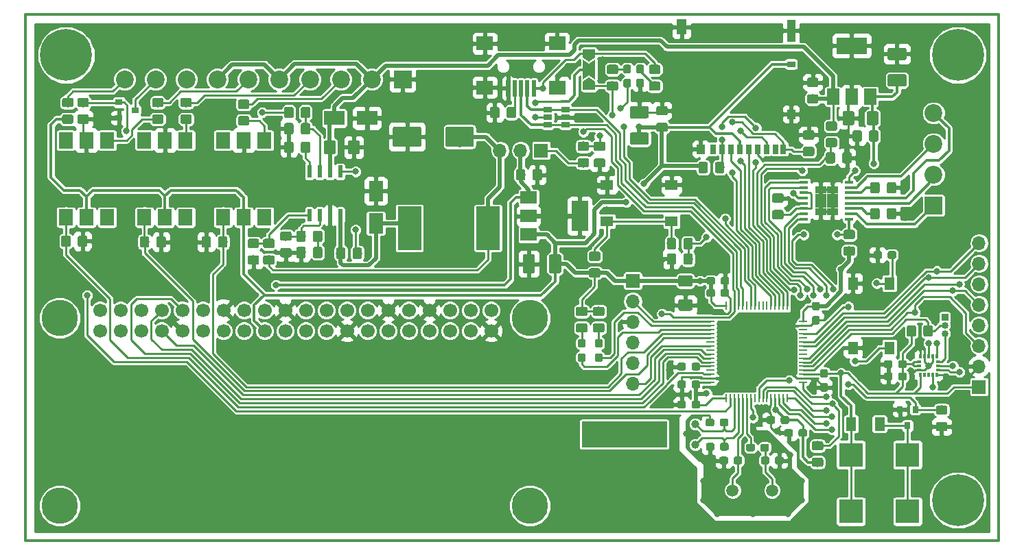
<source format=gtl>
G04 #@! TF.GenerationSoftware,KiCad,Pcbnew,5.0.2-bee76a0~70~ubuntu18.04.1*
G04 #@! TF.CreationDate,2019-02-06T18:27:39+01:00*
G04 #@! TF.ProjectId,g-track,672d7472-6163-46b2-9e6b-696361645f70,rev?*
G04 #@! TF.SameCoordinates,Original*
G04 #@! TF.FileFunction,Copper,L1,Top*
G04 #@! TF.FilePolarity,Positive*
%FSLAX46Y46*%
G04 Gerber Fmt 4.6, Leading zero omitted, Abs format (unit mm)*
G04 Created by KiCad (PCBNEW 5.0.2-bee76a0~70~ubuntu18.04.1) date 2019. febr. 6., szerda, 18:27:39 CET*
%MOMM*%
%LPD*%
G01*
G04 APERTURE LIST*
G04 #@! TA.AperFunction,NonConductor*
%ADD10C,0.300000*%
G04 #@! TD*
G04 #@! TA.AperFunction,SMDPad,CuDef*
%ADD11R,3.000000X3.000000*%
G04 #@! TD*
G04 #@! TA.AperFunction,SMDPad,CuDef*
%ADD12R,2.500000X1.800000*%
G04 #@! TD*
G04 #@! TA.AperFunction,SMDPad,CuDef*
%ADD13R,1.800000X2.500000*%
G04 #@! TD*
G04 #@! TA.AperFunction,SMDPad,CuDef*
%ADD14R,1.780000X2.000000*%
G04 #@! TD*
G04 #@! TA.AperFunction,ComponentPad*
%ADD15C,2.200000*%
G04 #@! TD*
G04 #@! TA.AperFunction,ComponentPad*
%ADD16R,2.200000X2.200000*%
G04 #@! TD*
G04 #@! TA.AperFunction,Conductor*
%ADD17C,0.100000*%
G04 #@! TD*
G04 #@! TA.AperFunction,SMDPad,CuDef*
%ADD18C,0.950000*%
G04 #@! TD*
G04 #@! TA.AperFunction,SMDPad,CuDef*
%ADD19C,1.150000*%
G04 #@! TD*
G04 #@! TA.AperFunction,SMDPad,CuDef*
%ADD20R,0.250000X1.000000*%
G04 #@! TD*
G04 #@! TA.AperFunction,SMDPad,CuDef*
%ADD21R,1.000000X0.250000*%
G04 #@! TD*
G04 #@! TA.AperFunction,SMDPad,CuDef*
%ADD22R,1.300000X1.550000*%
G04 #@! TD*
G04 #@! TA.AperFunction,ComponentPad*
%ADD23R,1.700000X1.700000*%
G04 #@! TD*
G04 #@! TA.AperFunction,ComponentPad*
%ADD24O,1.700000X1.700000*%
G04 #@! TD*
G04 #@! TA.AperFunction,ComponentPad*
%ADD25R,0.850000X0.850000*%
G04 #@! TD*
G04 #@! TA.AperFunction,ComponentPad*
%ADD26O,0.850000X0.850000*%
G04 #@! TD*
G04 #@! TA.AperFunction,ComponentPad*
%ADD27C,1.700000*%
G04 #@! TD*
G04 #@! TA.AperFunction,ComponentPad*
%ADD28C,4.500000*%
G04 #@! TD*
G04 #@! TA.AperFunction,SMDPad,CuDef*
%ADD29C,1.425000*%
G04 #@! TD*
G04 #@! TA.AperFunction,SMDPad,CuDef*
%ADD30C,2.500000*%
G04 #@! TD*
G04 #@! TA.AperFunction,SMDPad,CuDef*
%ADD31C,1.500000*%
G04 #@! TD*
G04 #@! TA.AperFunction,SMDPad,CuDef*
%ADD32R,1.300000X1.700000*%
G04 #@! TD*
G04 #@! TA.AperFunction,SMDPad,CuDef*
%ADD33R,0.500000X2.000000*%
G04 #@! TD*
G04 #@! TA.AperFunction,SMDPad,CuDef*
%ADD34R,2.000000X1.700000*%
G04 #@! TD*
G04 #@! TA.AperFunction,SMDPad,CuDef*
%ADD35R,0.700000X1.200000*%
G04 #@! TD*
G04 #@! TA.AperFunction,SMDPad,CuDef*
%ADD36R,1.000000X1.200000*%
G04 #@! TD*
G04 #@! TA.AperFunction,SMDPad,CuDef*
%ADD37R,1.000000X0.800000*%
G04 #@! TD*
G04 #@! TA.AperFunction,SMDPad,CuDef*
%ADD38R,1.000000X2.800000*%
G04 #@! TD*
G04 #@! TA.AperFunction,SMDPad,CuDef*
%ADD39R,1.300000X1.900000*%
G04 #@! TD*
G04 #@! TA.AperFunction,SMDPad,CuDef*
%ADD40C,0.300000*%
G04 #@! TD*
G04 #@! TA.AperFunction,Conductor*
%ADD41C,0.300000*%
G04 #@! TD*
G04 #@! TA.AperFunction,SMDPad,CuDef*
%ADD42R,2.900000X5.400000*%
G04 #@! TD*
G04 #@! TA.AperFunction,SMDPad,CuDef*
%ADD43R,0.800000X0.900000*%
G04 #@! TD*
G04 #@! TA.AperFunction,SMDPad,CuDef*
%ADD44R,0.900000X0.800000*%
G04 #@! TD*
G04 #@! TA.AperFunction,SMDPad,CuDef*
%ADD45R,1.550000X1.300000*%
G04 #@! TD*
G04 #@! TA.AperFunction,SMDPad,CuDef*
%ADD46R,0.600000X1.550000*%
G04 #@! TD*
G04 #@! TA.AperFunction,SMDPad,CuDef*
%ADD47R,2.000000X3.800000*%
G04 #@! TD*
G04 #@! TA.AperFunction,SMDPad,CuDef*
%ADD48R,2.000000X1.500000*%
G04 #@! TD*
G04 #@! TA.AperFunction,SMDPad,CuDef*
%ADD49R,1.060000X0.650000*%
G04 #@! TD*
G04 #@! TA.AperFunction,SMDPad,CuDef*
%ADD50R,0.350000X0.600000*%
G04 #@! TD*
G04 #@! TA.AperFunction,SMDPad,CuDef*
%ADD51R,0.600000X0.350000*%
G04 #@! TD*
G04 #@! TA.AperFunction,SMDPad,CuDef*
%ADD52R,1.050000X0.450000*%
G04 #@! TD*
G04 #@! TA.AperFunction,SMDPad,CuDef*
%ADD53R,1.470000X0.895000*%
G04 #@! TD*
G04 #@! TA.AperFunction,ComponentPad*
%ADD54C,1.000000*%
G04 #@! TD*
G04 #@! TA.AperFunction,SMDPad,CuDef*
%ADD55R,10.500000X3.200000*%
G04 #@! TD*
G04 #@! TA.AperFunction,ComponentPad*
%ADD56C,1.500000*%
G04 #@! TD*
G04 #@! TA.AperFunction,SMDPad,CuDef*
%ADD57R,3.800000X2.000000*%
G04 #@! TD*
G04 #@! TA.AperFunction,SMDPad,CuDef*
%ADD58R,1.500000X2.000000*%
G04 #@! TD*
G04 #@! TA.AperFunction,ComponentPad*
%ADD59C,0.800000*%
G04 #@! TD*
G04 #@! TA.AperFunction,ComponentPad*
%ADD60C,6.400000*%
G04 #@! TD*
G04 #@! TA.AperFunction,ViaPad*
%ADD61C,0.800000*%
G04 #@! TD*
G04 #@! TA.AperFunction,Conductor*
%ADD62C,0.250000*%
G04 #@! TD*
G04 #@! TA.AperFunction,Conductor*
%ADD63C,0.380000*%
G04 #@! TD*
G04 #@! TA.AperFunction,Conductor*
%ADD64C,0.500000*%
G04 #@! TD*
G04 #@! TA.AperFunction,Conductor*
%ADD65C,0.254000*%
G04 #@! TD*
G04 APERTURE END LIST*
D10*
X90000000Y-55000000D02*
X90000000Y-120000000D01*
X210000000Y-55000000D02*
X90000000Y-55000000D01*
X210000000Y-120000000D02*
X210000000Y-55000000D01*
X90000000Y-120000000D02*
X210000000Y-120000000D01*
D11*
G04 #@! TO.P,U4,2*
G04 #@! TO.N,+3V3*
X191800000Y-109400000D03*
G04 #@! TO.P,U4,4*
G04 #@! TO.N,Net-(D7-Pad2)*
X198800000Y-109400000D03*
G04 #@! TO.P,U4,3*
X198800000Y-116400000D03*
G04 #@! TO.P,U4,1*
G04 #@! TO.N,+3V3*
X191800000Y-116400000D03*
G04 #@! TD*
D12*
G04 #@! TO.P,D4,1*
G04 #@! TO.N,+BATT*
X128100000Y-67800000D03*
G04 #@! TO.P,D4,2*
G04 #@! TO.N,-BATT*
X132100000Y-67800000D03*
G04 #@! TD*
D13*
G04 #@! TO.P,D1,1*
G04 #@! TO.N,Net-(C5-Pad2)*
X133200000Y-80800000D03*
G04 #@! TO.P,D1,2*
G04 #@! TO.N,-BATT*
X133200000Y-76800000D03*
G04 #@! TD*
D14*
G04 #@! TO.P,U8,1*
G04 #@! TO.N,Net-(R32-Pad2)*
X119440000Y-70535000D03*
G04 #@! TO.P,U8,4*
G04 #@! TO.N,/External/EXT_IGNITION*
X114360000Y-80065000D03*
G04 #@! TO.P,U8,2*
G04 #@! TO.N,-BATT*
X116900000Y-70535000D03*
G04 #@! TO.P,U8,5*
G04 #@! TO.N,+3V3*
X116900000Y-80065000D03*
G04 #@! TO.P,U8,3*
G04 #@! TO.N,Net-(U8-Pad3)*
X114360000Y-70535000D03*
G04 #@! TO.P,U8,6*
G04 #@! TO.N,Net-(U8-Pad6)*
X119440000Y-80065000D03*
G04 #@! TD*
G04 #@! TO.P,U9,6*
G04 #@! TO.N,Net-(U9-Pad6)*
X109740000Y-80065000D03*
G04 #@! TO.P,U9,3*
G04 #@! TO.N,Net-(U9-Pad3)*
X104660000Y-70535000D03*
G04 #@! TO.P,U9,5*
G04 #@! TO.N,+3V3*
X107200000Y-80065000D03*
G04 #@! TO.P,U9,2*
G04 #@! TO.N,-BATT*
X107200000Y-70535000D03*
G04 #@! TO.P,U9,4*
G04 #@! TO.N,/External/EXT_SW2*
X104660000Y-80065000D03*
G04 #@! TO.P,U9,1*
G04 #@! TO.N,Net-(R33-Pad2)*
X109740000Y-70535000D03*
G04 #@! TD*
G04 #@! TO.P,U10,1*
G04 #@! TO.N,Net-(R34-Pad2)*
X100040000Y-70535000D03*
G04 #@! TO.P,U10,4*
G04 #@! TO.N,/External/EXT_SW1*
X94960000Y-80065000D03*
G04 #@! TO.P,U10,2*
G04 #@! TO.N,-BATT*
X97500000Y-70535000D03*
G04 #@! TO.P,U10,5*
G04 #@! TO.N,+3V3*
X97500000Y-80065000D03*
G04 #@! TO.P,U10,3*
G04 #@! TO.N,Net-(U10-Pad3)*
X94960000Y-70535000D03*
G04 #@! TO.P,U10,6*
G04 #@! TO.N,Net-(U10-Pad6)*
X100040000Y-80065000D03*
G04 #@! TD*
D15*
G04 #@! TO.P,J5,10*
G04 #@! TO.N,/External/LED_ANODE*
X102210000Y-63000000D03*
G04 #@! TO.P,J5,9*
G04 #@! TO.N,/External/LED_CATHODE*
X106020000Y-63000000D03*
G04 #@! TO.P,J5,8*
G04 #@! TO.N,Net-(J5-Pad8)*
X109830000Y-63000000D03*
G04 #@! TO.P,J5,7*
G04 #@! TO.N,+BATT*
X113640000Y-63000000D03*
G04 #@! TO.P,J5,6*
G04 #@! TO.N,/External/SW-1*
X117450000Y-63000000D03*
G04 #@! TO.P,J5,5*
G04 #@! TO.N,+BATT*
X121260000Y-63000000D03*
G04 #@! TO.P,J5,4*
G04 #@! TO.N,/External/SW-2*
X125070000Y-63000000D03*
G04 #@! TO.P,J5,3*
G04 #@! TO.N,/External/IGNITION*
X128880000Y-63000000D03*
G04 #@! TO.P,J5,2*
G04 #@! TO.N,+BATT*
X132690000Y-63000000D03*
D16*
G04 #@! TO.P,J5,1*
G04 #@! TO.N,-BATT*
X136500000Y-63000000D03*
G04 #@! TD*
D15*
G04 #@! TO.P,J4,4*
G04 #@! TO.N,Net-(J4-Pad4)*
X202000000Y-67170000D03*
G04 #@! TO.P,J4,3*
G04 #@! TO.N,Net-(J4-Pad3)*
X202000000Y-70980000D03*
G04 #@! TO.P,J4,2*
G04 #@! TO.N,Net-(J4-Pad2)*
X202000000Y-74790000D03*
D16*
G04 #@! TO.P,J4,1*
G04 #@! TO.N,Net-(J4-Pad1)*
X202000000Y-78600000D03*
G04 #@! TD*
D17*
G04 #@! TO.N,+3V3*
G04 #@! TO.C,C27*
G36*
X198485779Y-99226144D02*
X198508834Y-99229563D01*
X198531443Y-99235227D01*
X198553387Y-99243079D01*
X198574457Y-99253044D01*
X198594448Y-99265026D01*
X198613168Y-99278910D01*
X198630438Y-99294562D01*
X198646090Y-99311832D01*
X198659974Y-99330552D01*
X198671956Y-99350543D01*
X198681921Y-99371613D01*
X198689773Y-99393557D01*
X198695437Y-99416166D01*
X198698856Y-99439221D01*
X198700000Y-99462500D01*
X198700000Y-99937500D01*
X198698856Y-99960779D01*
X198695437Y-99983834D01*
X198689773Y-100006443D01*
X198681921Y-100028387D01*
X198671956Y-100049457D01*
X198659974Y-100069448D01*
X198646090Y-100088168D01*
X198630438Y-100105438D01*
X198613168Y-100121090D01*
X198594448Y-100134974D01*
X198574457Y-100146956D01*
X198553387Y-100156921D01*
X198531443Y-100164773D01*
X198508834Y-100170437D01*
X198485779Y-100173856D01*
X198462500Y-100175000D01*
X197887500Y-100175000D01*
X197864221Y-100173856D01*
X197841166Y-100170437D01*
X197818557Y-100164773D01*
X197796613Y-100156921D01*
X197775543Y-100146956D01*
X197755552Y-100134974D01*
X197736832Y-100121090D01*
X197719562Y-100105438D01*
X197703910Y-100088168D01*
X197690026Y-100069448D01*
X197678044Y-100049457D01*
X197668079Y-100028387D01*
X197660227Y-100006443D01*
X197654563Y-99983834D01*
X197651144Y-99960779D01*
X197650000Y-99937500D01*
X197650000Y-99462500D01*
X197651144Y-99439221D01*
X197654563Y-99416166D01*
X197660227Y-99393557D01*
X197668079Y-99371613D01*
X197678044Y-99350543D01*
X197690026Y-99330552D01*
X197703910Y-99311832D01*
X197719562Y-99294562D01*
X197736832Y-99278910D01*
X197755552Y-99265026D01*
X197775543Y-99253044D01*
X197796613Y-99243079D01*
X197818557Y-99235227D01*
X197841166Y-99229563D01*
X197864221Y-99226144D01*
X197887500Y-99225000D01*
X198462500Y-99225000D01*
X198485779Y-99226144D01*
X198485779Y-99226144D01*
G37*
D18*
G04 #@! TD*
G04 #@! TO.P,C27,1*
G04 #@! TO.N,+3V3*
X198175000Y-99700000D03*
D17*
G04 #@! TO.N,-BATT*
G04 #@! TO.C,C27*
G36*
X196735779Y-99226144D02*
X196758834Y-99229563D01*
X196781443Y-99235227D01*
X196803387Y-99243079D01*
X196824457Y-99253044D01*
X196844448Y-99265026D01*
X196863168Y-99278910D01*
X196880438Y-99294562D01*
X196896090Y-99311832D01*
X196909974Y-99330552D01*
X196921956Y-99350543D01*
X196931921Y-99371613D01*
X196939773Y-99393557D01*
X196945437Y-99416166D01*
X196948856Y-99439221D01*
X196950000Y-99462500D01*
X196950000Y-99937500D01*
X196948856Y-99960779D01*
X196945437Y-99983834D01*
X196939773Y-100006443D01*
X196931921Y-100028387D01*
X196921956Y-100049457D01*
X196909974Y-100069448D01*
X196896090Y-100088168D01*
X196880438Y-100105438D01*
X196863168Y-100121090D01*
X196844448Y-100134974D01*
X196824457Y-100146956D01*
X196803387Y-100156921D01*
X196781443Y-100164773D01*
X196758834Y-100170437D01*
X196735779Y-100173856D01*
X196712500Y-100175000D01*
X196137500Y-100175000D01*
X196114221Y-100173856D01*
X196091166Y-100170437D01*
X196068557Y-100164773D01*
X196046613Y-100156921D01*
X196025543Y-100146956D01*
X196005552Y-100134974D01*
X195986832Y-100121090D01*
X195969562Y-100105438D01*
X195953910Y-100088168D01*
X195940026Y-100069448D01*
X195928044Y-100049457D01*
X195918079Y-100028387D01*
X195910227Y-100006443D01*
X195904563Y-99983834D01*
X195901144Y-99960779D01*
X195900000Y-99937500D01*
X195900000Y-99462500D01*
X195901144Y-99439221D01*
X195904563Y-99416166D01*
X195910227Y-99393557D01*
X195918079Y-99371613D01*
X195928044Y-99350543D01*
X195940026Y-99330552D01*
X195953910Y-99311832D01*
X195969562Y-99294562D01*
X195986832Y-99278910D01*
X196005552Y-99265026D01*
X196025543Y-99253044D01*
X196046613Y-99243079D01*
X196068557Y-99235227D01*
X196091166Y-99229563D01*
X196114221Y-99226144D01*
X196137500Y-99225000D01*
X196712500Y-99225000D01*
X196735779Y-99226144D01*
X196735779Y-99226144D01*
G37*
D18*
G04 #@! TD*
G04 #@! TO.P,C27,2*
G04 #@! TO.N,-BATT*
X196425000Y-99700000D03*
D17*
G04 #@! TO.N,+3V3*
G04 #@! TO.C,C26*
G36*
X198485779Y-97726144D02*
X198508834Y-97729563D01*
X198531443Y-97735227D01*
X198553387Y-97743079D01*
X198574457Y-97753044D01*
X198594448Y-97765026D01*
X198613168Y-97778910D01*
X198630438Y-97794562D01*
X198646090Y-97811832D01*
X198659974Y-97830552D01*
X198671956Y-97850543D01*
X198681921Y-97871613D01*
X198689773Y-97893557D01*
X198695437Y-97916166D01*
X198698856Y-97939221D01*
X198700000Y-97962500D01*
X198700000Y-98437500D01*
X198698856Y-98460779D01*
X198695437Y-98483834D01*
X198689773Y-98506443D01*
X198681921Y-98528387D01*
X198671956Y-98549457D01*
X198659974Y-98569448D01*
X198646090Y-98588168D01*
X198630438Y-98605438D01*
X198613168Y-98621090D01*
X198594448Y-98634974D01*
X198574457Y-98646956D01*
X198553387Y-98656921D01*
X198531443Y-98664773D01*
X198508834Y-98670437D01*
X198485779Y-98673856D01*
X198462500Y-98675000D01*
X197887500Y-98675000D01*
X197864221Y-98673856D01*
X197841166Y-98670437D01*
X197818557Y-98664773D01*
X197796613Y-98656921D01*
X197775543Y-98646956D01*
X197755552Y-98634974D01*
X197736832Y-98621090D01*
X197719562Y-98605438D01*
X197703910Y-98588168D01*
X197690026Y-98569448D01*
X197678044Y-98549457D01*
X197668079Y-98528387D01*
X197660227Y-98506443D01*
X197654563Y-98483834D01*
X197651144Y-98460779D01*
X197650000Y-98437500D01*
X197650000Y-97962500D01*
X197651144Y-97939221D01*
X197654563Y-97916166D01*
X197660227Y-97893557D01*
X197668079Y-97871613D01*
X197678044Y-97850543D01*
X197690026Y-97830552D01*
X197703910Y-97811832D01*
X197719562Y-97794562D01*
X197736832Y-97778910D01*
X197755552Y-97765026D01*
X197775543Y-97753044D01*
X197796613Y-97743079D01*
X197818557Y-97735227D01*
X197841166Y-97729563D01*
X197864221Y-97726144D01*
X197887500Y-97725000D01*
X198462500Y-97725000D01*
X198485779Y-97726144D01*
X198485779Y-97726144D01*
G37*
D18*
G04 #@! TD*
G04 #@! TO.P,C26,1*
G04 #@! TO.N,+3V3*
X198175000Y-98200000D03*
D17*
G04 #@! TO.N,-BATT*
G04 #@! TO.C,C26*
G36*
X196735779Y-97726144D02*
X196758834Y-97729563D01*
X196781443Y-97735227D01*
X196803387Y-97743079D01*
X196824457Y-97753044D01*
X196844448Y-97765026D01*
X196863168Y-97778910D01*
X196880438Y-97794562D01*
X196896090Y-97811832D01*
X196909974Y-97830552D01*
X196921956Y-97850543D01*
X196931921Y-97871613D01*
X196939773Y-97893557D01*
X196945437Y-97916166D01*
X196948856Y-97939221D01*
X196950000Y-97962500D01*
X196950000Y-98437500D01*
X196948856Y-98460779D01*
X196945437Y-98483834D01*
X196939773Y-98506443D01*
X196931921Y-98528387D01*
X196921956Y-98549457D01*
X196909974Y-98569448D01*
X196896090Y-98588168D01*
X196880438Y-98605438D01*
X196863168Y-98621090D01*
X196844448Y-98634974D01*
X196824457Y-98646956D01*
X196803387Y-98656921D01*
X196781443Y-98664773D01*
X196758834Y-98670437D01*
X196735779Y-98673856D01*
X196712500Y-98675000D01*
X196137500Y-98675000D01*
X196114221Y-98673856D01*
X196091166Y-98670437D01*
X196068557Y-98664773D01*
X196046613Y-98656921D01*
X196025543Y-98646956D01*
X196005552Y-98634974D01*
X195986832Y-98621090D01*
X195969562Y-98605438D01*
X195953910Y-98588168D01*
X195940026Y-98569448D01*
X195928044Y-98549457D01*
X195918079Y-98528387D01*
X195910227Y-98506443D01*
X195904563Y-98483834D01*
X195901144Y-98460779D01*
X195900000Y-98437500D01*
X195900000Y-97962500D01*
X195901144Y-97939221D01*
X195904563Y-97916166D01*
X195910227Y-97893557D01*
X195918079Y-97871613D01*
X195928044Y-97850543D01*
X195940026Y-97830552D01*
X195953910Y-97811832D01*
X195969562Y-97794562D01*
X195986832Y-97778910D01*
X196005552Y-97765026D01*
X196025543Y-97753044D01*
X196046613Y-97743079D01*
X196068557Y-97735227D01*
X196091166Y-97729563D01*
X196114221Y-97726144D01*
X196137500Y-97725000D01*
X196712500Y-97725000D01*
X196735779Y-97726144D01*
X196735779Y-97726144D01*
G37*
D18*
G04 #@! TD*
G04 #@! TO.P,C26,2*
G04 #@! TO.N,-BATT*
X196425000Y-98200000D03*
D17*
G04 #@! TO.N,/External/EXT_IGNITION*
G04 #@! TO.C,R35*
G36*
X114674505Y-82401204D02*
X114698773Y-82404804D01*
X114722572Y-82410765D01*
X114745671Y-82419030D01*
X114767850Y-82429520D01*
X114788893Y-82442132D01*
X114808599Y-82456747D01*
X114826777Y-82473223D01*
X114843253Y-82491401D01*
X114857868Y-82511107D01*
X114870480Y-82532150D01*
X114880970Y-82554329D01*
X114889235Y-82577428D01*
X114895196Y-82601227D01*
X114898796Y-82625495D01*
X114900000Y-82649999D01*
X114900000Y-83550001D01*
X114898796Y-83574505D01*
X114895196Y-83598773D01*
X114889235Y-83622572D01*
X114880970Y-83645671D01*
X114870480Y-83667850D01*
X114857868Y-83688893D01*
X114843253Y-83708599D01*
X114826777Y-83726777D01*
X114808599Y-83743253D01*
X114788893Y-83757868D01*
X114767850Y-83770480D01*
X114745671Y-83780970D01*
X114722572Y-83789235D01*
X114698773Y-83795196D01*
X114674505Y-83798796D01*
X114650001Y-83800000D01*
X113999999Y-83800000D01*
X113975495Y-83798796D01*
X113951227Y-83795196D01*
X113927428Y-83789235D01*
X113904329Y-83780970D01*
X113882150Y-83770480D01*
X113861107Y-83757868D01*
X113841401Y-83743253D01*
X113823223Y-83726777D01*
X113806747Y-83708599D01*
X113792132Y-83688893D01*
X113779520Y-83667850D01*
X113769030Y-83645671D01*
X113760765Y-83622572D01*
X113754804Y-83598773D01*
X113751204Y-83574505D01*
X113750000Y-83550001D01*
X113750000Y-82649999D01*
X113751204Y-82625495D01*
X113754804Y-82601227D01*
X113760765Y-82577428D01*
X113769030Y-82554329D01*
X113779520Y-82532150D01*
X113792132Y-82511107D01*
X113806747Y-82491401D01*
X113823223Y-82473223D01*
X113841401Y-82456747D01*
X113861107Y-82442132D01*
X113882150Y-82429520D01*
X113904329Y-82419030D01*
X113927428Y-82410765D01*
X113951227Y-82404804D01*
X113975495Y-82401204D01*
X113999999Y-82400000D01*
X114650001Y-82400000D01*
X114674505Y-82401204D01*
X114674505Y-82401204D01*
G37*
D19*
G04 #@! TD*
G04 #@! TO.P,R35,1*
G04 #@! TO.N,/External/EXT_IGNITION*
X114325000Y-83100000D03*
D17*
G04 #@! TO.N,-BATT*
G04 #@! TO.C,R35*
G36*
X112624505Y-82401204D02*
X112648773Y-82404804D01*
X112672572Y-82410765D01*
X112695671Y-82419030D01*
X112717850Y-82429520D01*
X112738893Y-82442132D01*
X112758599Y-82456747D01*
X112776777Y-82473223D01*
X112793253Y-82491401D01*
X112807868Y-82511107D01*
X112820480Y-82532150D01*
X112830970Y-82554329D01*
X112839235Y-82577428D01*
X112845196Y-82601227D01*
X112848796Y-82625495D01*
X112850000Y-82649999D01*
X112850000Y-83550001D01*
X112848796Y-83574505D01*
X112845196Y-83598773D01*
X112839235Y-83622572D01*
X112830970Y-83645671D01*
X112820480Y-83667850D01*
X112807868Y-83688893D01*
X112793253Y-83708599D01*
X112776777Y-83726777D01*
X112758599Y-83743253D01*
X112738893Y-83757868D01*
X112717850Y-83770480D01*
X112695671Y-83780970D01*
X112672572Y-83789235D01*
X112648773Y-83795196D01*
X112624505Y-83798796D01*
X112600001Y-83800000D01*
X111949999Y-83800000D01*
X111925495Y-83798796D01*
X111901227Y-83795196D01*
X111877428Y-83789235D01*
X111854329Y-83780970D01*
X111832150Y-83770480D01*
X111811107Y-83757868D01*
X111791401Y-83743253D01*
X111773223Y-83726777D01*
X111756747Y-83708599D01*
X111742132Y-83688893D01*
X111729520Y-83667850D01*
X111719030Y-83645671D01*
X111710765Y-83622572D01*
X111704804Y-83598773D01*
X111701204Y-83574505D01*
X111700000Y-83550001D01*
X111700000Y-82649999D01*
X111701204Y-82625495D01*
X111704804Y-82601227D01*
X111710765Y-82577428D01*
X111719030Y-82554329D01*
X111729520Y-82532150D01*
X111742132Y-82511107D01*
X111756747Y-82491401D01*
X111773223Y-82473223D01*
X111791401Y-82456747D01*
X111811107Y-82442132D01*
X111832150Y-82429520D01*
X111854329Y-82419030D01*
X111877428Y-82410765D01*
X111901227Y-82404804D01*
X111925495Y-82401204D01*
X111949999Y-82400000D01*
X112600001Y-82400000D01*
X112624505Y-82401204D01*
X112624505Y-82401204D01*
G37*
D19*
G04 #@! TD*
G04 #@! TO.P,R35,2*
G04 #@! TO.N,-BATT*
X112275000Y-83100000D03*
D17*
G04 #@! TO.N,/mcu/BOOT0*
G04 #@! TO.C,R8*
G36*
X172985779Y-98026144D02*
X173008834Y-98029563D01*
X173031443Y-98035227D01*
X173053387Y-98043079D01*
X173074457Y-98053044D01*
X173094448Y-98065026D01*
X173113168Y-98078910D01*
X173130438Y-98094562D01*
X173146090Y-98111832D01*
X173159974Y-98130552D01*
X173171956Y-98150543D01*
X173181921Y-98171613D01*
X173189773Y-98193557D01*
X173195437Y-98216166D01*
X173198856Y-98239221D01*
X173200000Y-98262500D01*
X173200000Y-98737500D01*
X173198856Y-98760779D01*
X173195437Y-98783834D01*
X173189773Y-98806443D01*
X173181921Y-98828387D01*
X173171956Y-98849457D01*
X173159974Y-98869448D01*
X173146090Y-98888168D01*
X173130438Y-98905438D01*
X173113168Y-98921090D01*
X173094448Y-98934974D01*
X173074457Y-98946956D01*
X173053387Y-98956921D01*
X173031443Y-98964773D01*
X173008834Y-98970437D01*
X172985779Y-98973856D01*
X172962500Y-98975000D01*
X172387500Y-98975000D01*
X172364221Y-98973856D01*
X172341166Y-98970437D01*
X172318557Y-98964773D01*
X172296613Y-98956921D01*
X172275543Y-98946956D01*
X172255552Y-98934974D01*
X172236832Y-98921090D01*
X172219562Y-98905438D01*
X172203910Y-98888168D01*
X172190026Y-98869448D01*
X172178044Y-98849457D01*
X172168079Y-98828387D01*
X172160227Y-98806443D01*
X172154563Y-98783834D01*
X172151144Y-98760779D01*
X172150000Y-98737500D01*
X172150000Y-98262500D01*
X172151144Y-98239221D01*
X172154563Y-98216166D01*
X172160227Y-98193557D01*
X172168079Y-98171613D01*
X172178044Y-98150543D01*
X172190026Y-98130552D01*
X172203910Y-98111832D01*
X172219562Y-98094562D01*
X172236832Y-98078910D01*
X172255552Y-98065026D01*
X172275543Y-98053044D01*
X172296613Y-98043079D01*
X172318557Y-98035227D01*
X172341166Y-98029563D01*
X172364221Y-98026144D01*
X172387500Y-98025000D01*
X172962500Y-98025000D01*
X172985779Y-98026144D01*
X172985779Y-98026144D01*
G37*
D18*
G04 #@! TD*
G04 #@! TO.P,R8,1*
G04 #@! TO.N,/mcu/BOOT0*
X172675000Y-98500000D03*
D17*
G04 #@! TO.N,-BATT*
G04 #@! TO.C,R8*
G36*
X171235779Y-98026144D02*
X171258834Y-98029563D01*
X171281443Y-98035227D01*
X171303387Y-98043079D01*
X171324457Y-98053044D01*
X171344448Y-98065026D01*
X171363168Y-98078910D01*
X171380438Y-98094562D01*
X171396090Y-98111832D01*
X171409974Y-98130552D01*
X171421956Y-98150543D01*
X171431921Y-98171613D01*
X171439773Y-98193557D01*
X171445437Y-98216166D01*
X171448856Y-98239221D01*
X171450000Y-98262500D01*
X171450000Y-98737500D01*
X171448856Y-98760779D01*
X171445437Y-98783834D01*
X171439773Y-98806443D01*
X171431921Y-98828387D01*
X171421956Y-98849457D01*
X171409974Y-98869448D01*
X171396090Y-98888168D01*
X171380438Y-98905438D01*
X171363168Y-98921090D01*
X171344448Y-98934974D01*
X171324457Y-98946956D01*
X171303387Y-98956921D01*
X171281443Y-98964773D01*
X171258834Y-98970437D01*
X171235779Y-98973856D01*
X171212500Y-98975000D01*
X170637500Y-98975000D01*
X170614221Y-98973856D01*
X170591166Y-98970437D01*
X170568557Y-98964773D01*
X170546613Y-98956921D01*
X170525543Y-98946956D01*
X170505552Y-98934974D01*
X170486832Y-98921090D01*
X170469562Y-98905438D01*
X170453910Y-98888168D01*
X170440026Y-98869448D01*
X170428044Y-98849457D01*
X170418079Y-98828387D01*
X170410227Y-98806443D01*
X170404563Y-98783834D01*
X170401144Y-98760779D01*
X170400000Y-98737500D01*
X170400000Y-98262500D01*
X170401144Y-98239221D01*
X170404563Y-98216166D01*
X170410227Y-98193557D01*
X170418079Y-98171613D01*
X170428044Y-98150543D01*
X170440026Y-98130552D01*
X170453910Y-98111832D01*
X170469562Y-98094562D01*
X170486832Y-98078910D01*
X170505552Y-98065026D01*
X170525543Y-98053044D01*
X170546613Y-98043079D01*
X170568557Y-98035227D01*
X170591166Y-98029563D01*
X170614221Y-98026144D01*
X170637500Y-98025000D01*
X171212500Y-98025000D01*
X171235779Y-98026144D01*
X171235779Y-98026144D01*
G37*
D18*
G04 #@! TD*
G04 #@! TO.P,R8,2*
G04 #@! TO.N,-BATT*
X170925000Y-98500000D03*
D17*
G04 #@! TO.N,+3V3*
G04 #@! TO.C,C32*
G36*
X168974505Y-68351204D02*
X168998773Y-68354804D01*
X169022572Y-68360765D01*
X169045671Y-68369030D01*
X169067850Y-68379520D01*
X169088893Y-68392132D01*
X169108599Y-68406747D01*
X169126777Y-68423223D01*
X169143253Y-68441401D01*
X169157868Y-68461107D01*
X169170480Y-68482150D01*
X169180970Y-68504329D01*
X169189235Y-68527428D01*
X169195196Y-68551227D01*
X169198796Y-68575495D01*
X169200000Y-68599999D01*
X169200000Y-69250001D01*
X169198796Y-69274505D01*
X169195196Y-69298773D01*
X169189235Y-69322572D01*
X169180970Y-69345671D01*
X169170480Y-69367850D01*
X169157868Y-69388893D01*
X169143253Y-69408599D01*
X169126777Y-69426777D01*
X169108599Y-69443253D01*
X169088893Y-69457868D01*
X169067850Y-69470480D01*
X169045671Y-69480970D01*
X169022572Y-69489235D01*
X168998773Y-69495196D01*
X168974505Y-69498796D01*
X168950001Y-69500000D01*
X168049999Y-69500000D01*
X168025495Y-69498796D01*
X168001227Y-69495196D01*
X167977428Y-69489235D01*
X167954329Y-69480970D01*
X167932150Y-69470480D01*
X167911107Y-69457868D01*
X167891401Y-69443253D01*
X167873223Y-69426777D01*
X167856747Y-69408599D01*
X167842132Y-69388893D01*
X167829520Y-69367850D01*
X167819030Y-69345671D01*
X167810765Y-69322572D01*
X167804804Y-69298773D01*
X167801204Y-69274505D01*
X167800000Y-69250001D01*
X167800000Y-68599999D01*
X167801204Y-68575495D01*
X167804804Y-68551227D01*
X167810765Y-68527428D01*
X167819030Y-68504329D01*
X167829520Y-68482150D01*
X167842132Y-68461107D01*
X167856747Y-68441401D01*
X167873223Y-68423223D01*
X167891401Y-68406747D01*
X167911107Y-68392132D01*
X167932150Y-68379520D01*
X167954329Y-68369030D01*
X167977428Y-68360765D01*
X168001227Y-68354804D01*
X168025495Y-68351204D01*
X168049999Y-68350000D01*
X168950001Y-68350000D01*
X168974505Y-68351204D01*
X168974505Y-68351204D01*
G37*
D19*
G04 #@! TD*
G04 #@! TO.P,C32,1*
G04 #@! TO.N,+3V3*
X168500000Y-68925000D03*
D17*
G04 #@! TO.N,-BATT*
G04 #@! TO.C,C32*
G36*
X168974505Y-66301204D02*
X168998773Y-66304804D01*
X169022572Y-66310765D01*
X169045671Y-66319030D01*
X169067850Y-66329520D01*
X169088893Y-66342132D01*
X169108599Y-66356747D01*
X169126777Y-66373223D01*
X169143253Y-66391401D01*
X169157868Y-66411107D01*
X169170480Y-66432150D01*
X169180970Y-66454329D01*
X169189235Y-66477428D01*
X169195196Y-66501227D01*
X169198796Y-66525495D01*
X169200000Y-66549999D01*
X169200000Y-67200001D01*
X169198796Y-67224505D01*
X169195196Y-67248773D01*
X169189235Y-67272572D01*
X169180970Y-67295671D01*
X169170480Y-67317850D01*
X169157868Y-67338893D01*
X169143253Y-67358599D01*
X169126777Y-67376777D01*
X169108599Y-67393253D01*
X169088893Y-67407868D01*
X169067850Y-67420480D01*
X169045671Y-67430970D01*
X169022572Y-67439235D01*
X168998773Y-67445196D01*
X168974505Y-67448796D01*
X168950001Y-67450000D01*
X168049999Y-67450000D01*
X168025495Y-67448796D01*
X168001227Y-67445196D01*
X167977428Y-67439235D01*
X167954329Y-67430970D01*
X167932150Y-67420480D01*
X167911107Y-67407868D01*
X167891401Y-67393253D01*
X167873223Y-67376777D01*
X167856747Y-67358599D01*
X167842132Y-67338893D01*
X167829520Y-67317850D01*
X167819030Y-67295671D01*
X167810765Y-67272572D01*
X167804804Y-67248773D01*
X167801204Y-67224505D01*
X167800000Y-67200001D01*
X167800000Y-66549999D01*
X167801204Y-66525495D01*
X167804804Y-66501227D01*
X167810765Y-66477428D01*
X167819030Y-66454329D01*
X167829520Y-66432150D01*
X167842132Y-66411107D01*
X167856747Y-66391401D01*
X167873223Y-66373223D01*
X167891401Y-66356747D01*
X167911107Y-66342132D01*
X167932150Y-66329520D01*
X167954329Y-66319030D01*
X167977428Y-66310765D01*
X168001227Y-66304804D01*
X168025495Y-66301204D01*
X168049999Y-66300000D01*
X168950001Y-66300000D01*
X168974505Y-66301204D01*
X168974505Y-66301204D01*
G37*
D19*
G04 #@! TD*
G04 #@! TO.P,C32,2*
G04 #@! TO.N,-BATT*
X168500000Y-66875000D03*
D17*
G04 #@! TO.N,-BATT*
G04 #@! TO.C,R30*
G36*
X197174505Y-78901204D02*
X197198773Y-78904804D01*
X197222572Y-78910765D01*
X197245671Y-78919030D01*
X197267850Y-78929520D01*
X197288893Y-78942132D01*
X197308599Y-78956747D01*
X197326777Y-78973223D01*
X197343253Y-78991401D01*
X197357868Y-79011107D01*
X197370480Y-79032150D01*
X197380970Y-79054329D01*
X197389235Y-79077428D01*
X197395196Y-79101227D01*
X197398796Y-79125495D01*
X197400000Y-79149999D01*
X197400000Y-80050001D01*
X197398796Y-80074505D01*
X197395196Y-80098773D01*
X197389235Y-80122572D01*
X197380970Y-80145671D01*
X197370480Y-80167850D01*
X197357868Y-80188893D01*
X197343253Y-80208599D01*
X197326777Y-80226777D01*
X197308599Y-80243253D01*
X197288893Y-80257868D01*
X197267850Y-80270480D01*
X197245671Y-80280970D01*
X197222572Y-80289235D01*
X197198773Y-80295196D01*
X197174505Y-80298796D01*
X197150001Y-80300000D01*
X196499999Y-80300000D01*
X196475495Y-80298796D01*
X196451227Y-80295196D01*
X196427428Y-80289235D01*
X196404329Y-80280970D01*
X196382150Y-80270480D01*
X196361107Y-80257868D01*
X196341401Y-80243253D01*
X196323223Y-80226777D01*
X196306747Y-80208599D01*
X196292132Y-80188893D01*
X196279520Y-80167850D01*
X196269030Y-80145671D01*
X196260765Y-80122572D01*
X196254804Y-80098773D01*
X196251204Y-80074505D01*
X196250000Y-80050001D01*
X196250000Y-79149999D01*
X196251204Y-79125495D01*
X196254804Y-79101227D01*
X196260765Y-79077428D01*
X196269030Y-79054329D01*
X196279520Y-79032150D01*
X196292132Y-79011107D01*
X196306747Y-78991401D01*
X196323223Y-78973223D01*
X196341401Y-78956747D01*
X196361107Y-78942132D01*
X196382150Y-78929520D01*
X196404329Y-78919030D01*
X196427428Y-78910765D01*
X196451227Y-78904804D01*
X196475495Y-78901204D01*
X196499999Y-78900000D01*
X197150001Y-78900000D01*
X197174505Y-78901204D01*
X197174505Y-78901204D01*
G37*
D19*
G04 #@! TD*
G04 #@! TO.P,R30,1*
G04 #@! TO.N,-BATT*
X196825000Y-79600000D03*
D17*
G04 #@! TO.N,Net-(R30-Pad2)*
G04 #@! TO.C,R30*
G36*
X195124505Y-78901204D02*
X195148773Y-78904804D01*
X195172572Y-78910765D01*
X195195671Y-78919030D01*
X195217850Y-78929520D01*
X195238893Y-78942132D01*
X195258599Y-78956747D01*
X195276777Y-78973223D01*
X195293253Y-78991401D01*
X195307868Y-79011107D01*
X195320480Y-79032150D01*
X195330970Y-79054329D01*
X195339235Y-79077428D01*
X195345196Y-79101227D01*
X195348796Y-79125495D01*
X195350000Y-79149999D01*
X195350000Y-80050001D01*
X195348796Y-80074505D01*
X195345196Y-80098773D01*
X195339235Y-80122572D01*
X195330970Y-80145671D01*
X195320480Y-80167850D01*
X195307868Y-80188893D01*
X195293253Y-80208599D01*
X195276777Y-80226777D01*
X195258599Y-80243253D01*
X195238893Y-80257868D01*
X195217850Y-80270480D01*
X195195671Y-80280970D01*
X195172572Y-80289235D01*
X195148773Y-80295196D01*
X195124505Y-80298796D01*
X195100001Y-80300000D01*
X194449999Y-80300000D01*
X194425495Y-80298796D01*
X194401227Y-80295196D01*
X194377428Y-80289235D01*
X194354329Y-80280970D01*
X194332150Y-80270480D01*
X194311107Y-80257868D01*
X194291401Y-80243253D01*
X194273223Y-80226777D01*
X194256747Y-80208599D01*
X194242132Y-80188893D01*
X194229520Y-80167850D01*
X194219030Y-80145671D01*
X194210765Y-80122572D01*
X194204804Y-80098773D01*
X194201204Y-80074505D01*
X194200000Y-80050001D01*
X194200000Y-79149999D01*
X194201204Y-79125495D01*
X194204804Y-79101227D01*
X194210765Y-79077428D01*
X194219030Y-79054329D01*
X194229520Y-79032150D01*
X194242132Y-79011107D01*
X194256747Y-78991401D01*
X194273223Y-78973223D01*
X194291401Y-78956747D01*
X194311107Y-78942132D01*
X194332150Y-78929520D01*
X194354329Y-78919030D01*
X194377428Y-78910765D01*
X194401227Y-78904804D01*
X194425495Y-78901204D01*
X194449999Y-78900000D01*
X195100001Y-78900000D01*
X195124505Y-78901204D01*
X195124505Y-78901204D01*
G37*
D19*
G04 #@! TD*
G04 #@! TO.P,R30,2*
G04 #@! TO.N,Net-(R30-Pad2)*
X194775000Y-79600000D03*
D17*
G04 #@! TO.N,Net-(R31-Pad2)*
G04 #@! TO.C,R31*
G36*
X195124505Y-75701204D02*
X195148773Y-75704804D01*
X195172572Y-75710765D01*
X195195671Y-75719030D01*
X195217850Y-75729520D01*
X195238893Y-75742132D01*
X195258599Y-75756747D01*
X195276777Y-75773223D01*
X195293253Y-75791401D01*
X195307868Y-75811107D01*
X195320480Y-75832150D01*
X195330970Y-75854329D01*
X195339235Y-75877428D01*
X195345196Y-75901227D01*
X195348796Y-75925495D01*
X195350000Y-75949999D01*
X195350000Y-76850001D01*
X195348796Y-76874505D01*
X195345196Y-76898773D01*
X195339235Y-76922572D01*
X195330970Y-76945671D01*
X195320480Y-76967850D01*
X195307868Y-76988893D01*
X195293253Y-77008599D01*
X195276777Y-77026777D01*
X195258599Y-77043253D01*
X195238893Y-77057868D01*
X195217850Y-77070480D01*
X195195671Y-77080970D01*
X195172572Y-77089235D01*
X195148773Y-77095196D01*
X195124505Y-77098796D01*
X195100001Y-77100000D01*
X194449999Y-77100000D01*
X194425495Y-77098796D01*
X194401227Y-77095196D01*
X194377428Y-77089235D01*
X194354329Y-77080970D01*
X194332150Y-77070480D01*
X194311107Y-77057868D01*
X194291401Y-77043253D01*
X194273223Y-77026777D01*
X194256747Y-77008599D01*
X194242132Y-76988893D01*
X194229520Y-76967850D01*
X194219030Y-76945671D01*
X194210765Y-76922572D01*
X194204804Y-76898773D01*
X194201204Y-76874505D01*
X194200000Y-76850001D01*
X194200000Y-75949999D01*
X194201204Y-75925495D01*
X194204804Y-75901227D01*
X194210765Y-75877428D01*
X194219030Y-75854329D01*
X194229520Y-75832150D01*
X194242132Y-75811107D01*
X194256747Y-75791401D01*
X194273223Y-75773223D01*
X194291401Y-75756747D01*
X194311107Y-75742132D01*
X194332150Y-75729520D01*
X194354329Y-75719030D01*
X194377428Y-75710765D01*
X194401227Y-75704804D01*
X194425495Y-75701204D01*
X194449999Y-75700000D01*
X195100001Y-75700000D01*
X195124505Y-75701204D01*
X195124505Y-75701204D01*
G37*
D19*
G04 #@! TD*
G04 #@! TO.P,R31,2*
G04 #@! TO.N,Net-(R31-Pad2)*
X194775000Y-76400000D03*
D17*
G04 #@! TO.N,-BATT*
G04 #@! TO.C,R31*
G36*
X197174505Y-75701204D02*
X197198773Y-75704804D01*
X197222572Y-75710765D01*
X197245671Y-75719030D01*
X197267850Y-75729520D01*
X197288893Y-75742132D01*
X197308599Y-75756747D01*
X197326777Y-75773223D01*
X197343253Y-75791401D01*
X197357868Y-75811107D01*
X197370480Y-75832150D01*
X197380970Y-75854329D01*
X197389235Y-75877428D01*
X197395196Y-75901227D01*
X197398796Y-75925495D01*
X197400000Y-75949999D01*
X197400000Y-76850001D01*
X197398796Y-76874505D01*
X197395196Y-76898773D01*
X197389235Y-76922572D01*
X197380970Y-76945671D01*
X197370480Y-76967850D01*
X197357868Y-76988893D01*
X197343253Y-77008599D01*
X197326777Y-77026777D01*
X197308599Y-77043253D01*
X197288893Y-77057868D01*
X197267850Y-77070480D01*
X197245671Y-77080970D01*
X197222572Y-77089235D01*
X197198773Y-77095196D01*
X197174505Y-77098796D01*
X197150001Y-77100000D01*
X196499999Y-77100000D01*
X196475495Y-77098796D01*
X196451227Y-77095196D01*
X196427428Y-77089235D01*
X196404329Y-77080970D01*
X196382150Y-77070480D01*
X196361107Y-77057868D01*
X196341401Y-77043253D01*
X196323223Y-77026777D01*
X196306747Y-77008599D01*
X196292132Y-76988893D01*
X196279520Y-76967850D01*
X196269030Y-76945671D01*
X196260765Y-76922572D01*
X196254804Y-76898773D01*
X196251204Y-76874505D01*
X196250000Y-76850001D01*
X196250000Y-75949999D01*
X196251204Y-75925495D01*
X196254804Y-75901227D01*
X196260765Y-75877428D01*
X196269030Y-75854329D01*
X196279520Y-75832150D01*
X196292132Y-75811107D01*
X196306747Y-75791401D01*
X196323223Y-75773223D01*
X196341401Y-75756747D01*
X196361107Y-75742132D01*
X196382150Y-75729520D01*
X196404329Y-75719030D01*
X196427428Y-75710765D01*
X196451227Y-75704804D01*
X196475495Y-75701204D01*
X196499999Y-75700000D01*
X197150001Y-75700000D01*
X197174505Y-75701204D01*
X197174505Y-75701204D01*
G37*
D19*
G04 #@! TD*
G04 #@! TO.P,R31,1*
G04 #@! TO.N,-BATT*
X196825000Y-76400000D03*
D20*
G04 #@! TO.P,U3,1*
G04 #@! TO.N,+3V3*
X176450000Y-102400000D03*
G04 #@! TO.P,U3,2*
G04 #@! TO.N,/External/EXT_LED*
X176950000Y-102400000D03*
G04 #@! TO.P,U3,3*
G04 #@! TO.N,/mcu/PC14*
X177450000Y-102400000D03*
G04 #@! TO.P,U3,4*
G04 #@! TO.N,/mcu/PC15*
X177950000Y-102400000D03*
G04 #@! TO.P,U3,5*
G04 #@! TO.N,Net-(C11-Pad1)*
X178450000Y-102400000D03*
G04 #@! TO.P,U3,6*
G04 #@! TO.N,Net-(R9-Pad1)*
X178950000Y-102400000D03*
G04 #@! TO.P,U3,7*
G04 #@! TO.N,/mcu/NRST*
X179450000Y-102400000D03*
G04 #@! TO.P,U3,8*
G04 #@! TO.N,/mcu/PC0*
X179950000Y-102400000D03*
G04 #@! TO.P,U3,9*
G04 #@! TO.N,/Sheet5C1D43B5/ADC_VBAT*
X180450000Y-102400000D03*
G04 #@! TO.P,U3,10*
G04 #@! TO.N,/DC motor driver/DCM_FAULT*
X180950000Y-102400000D03*
G04 #@! TO.P,U3,11*
G04 #@! TO.N,/DC motor driver/DCM_SLEEP*
X181450000Y-102400000D03*
G04 #@! TO.P,U3,12*
G04 #@! TO.N,-BATT*
X181950000Y-102400000D03*
G04 #@! TO.P,U3,13*
G04 #@! TO.N,+3V3*
X182450000Y-102400000D03*
G04 #@! TO.P,U3,14*
G04 #@! TO.N,/DC motor driver/DCM_AIN1*
X182950000Y-102400000D03*
G04 #@! TO.P,U3,15*
G04 #@! TO.N,/DC motor driver/DCM_AIN2*
X183450000Y-102400000D03*
G04 #@! TO.P,U3,16*
G04 #@! TO.N,/DC motor driver/DCM_BIN2*
X183950000Y-102400000D03*
D21*
G04 #@! TO.P,U3,17*
G04 #@! TO.N,/DC motor driver/DCM_BIN1*
X185900000Y-100450000D03*
G04 #@! TO.P,U3,18*
G04 #@! TO.N,-BATT*
X185900000Y-99950000D03*
G04 #@! TO.P,U3,19*
G04 #@! TO.N,+3V3*
X185900000Y-99450000D03*
G04 #@! TO.P,U3,20*
G04 #@! TO.N,/Peripherals/ACC_CS*
X185900000Y-98950000D03*
G04 #@! TO.P,U3,21*
G04 #@! TO.N,/Peripherals/ACC_SCK*
X185900000Y-98450000D03*
G04 #@! TO.P,U3,22*
G04 #@! TO.N,/Peripherals/ACC_MISO*
X185900000Y-97950000D03*
G04 #@! TO.P,U3,23*
G04 #@! TO.N,/Peripherals/ACC_MOSI*
X185900000Y-97450000D03*
G04 #@! TO.P,U3,24*
G04 #@! TO.N,/mcu/PC4*
X185900000Y-96950000D03*
G04 #@! TO.P,U3,25*
G04 #@! TO.N,/mcu/PC5*
X185900000Y-96450000D03*
G04 #@! TO.P,U3,26*
G04 #@! TO.N,/Peripherals/ACC_INT1*
X185900000Y-95950000D03*
G04 #@! TO.P,U3,27*
G04 #@! TO.N,/Peripherals/ACC_INT2*
X185900000Y-95450000D03*
G04 #@! TO.P,U3,28*
G04 #@! TO.N,/mcu/PB2*
X185900000Y-94950000D03*
G04 #@! TO.P,U3,29*
G04 #@! TO.N,/Peripherals/BUZZER_PWM*
X185900000Y-94450000D03*
G04 #@! TO.P,U3,30*
G04 #@! TO.N,/mcu/PB11*
X185900000Y-93950000D03*
G04 #@! TO.P,U3,31*
G04 #@! TO.N,-BATT*
X185900000Y-93450000D03*
G04 #@! TO.P,U3,32*
G04 #@! TO.N,+3V3*
X185900000Y-92950000D03*
D20*
G04 #@! TO.P,U3,33*
G04 #@! TO.N,/Peripherals/SDC_CS*
X183950000Y-91000000D03*
G04 #@! TO.P,U3,34*
G04 #@! TO.N,/Peripherals/SDC_SCK*
X183450000Y-91000000D03*
G04 #@! TO.P,U3,35*
G04 #@! TO.N,/Peripherals/SDC_MISO*
X182950000Y-91000000D03*
G04 #@! TO.P,U3,36*
G04 #@! TO.N,/Peripherals/SDC_MOSI*
X182450000Y-91000000D03*
G04 #@! TO.P,U3,37*
G04 #@! TO.N,/Peripherals/SDC_CARD_DETECT*
X181950000Y-91000000D03*
G04 #@! TO.P,U3,38*
G04 #@! TO.N,/mcu/PC7*
X181450000Y-91000000D03*
G04 #@! TO.P,U3,39*
G04 #@! TO.N,/mcu/PC8*
X180950000Y-91000000D03*
G04 #@! TO.P,U3,40*
G04 #@! TO.N,/mcu/PC9*
X180450000Y-91000000D03*
G04 #@! TO.P,U3,41*
G04 #@! TO.N,/mcu/PA8*
X179950000Y-91000000D03*
G04 #@! TO.P,U3,42*
G04 #@! TO.N,/Peripherals/USB_VBUS_SENSE*
X179450000Y-91000000D03*
G04 #@! TO.P,U3,43*
G04 #@! TO.N,/mcu/PA10*
X178950000Y-91000000D03*
G04 #@! TO.P,U3,44*
G04 #@! TO.N,/Peripherals/USB_D-*
X178450000Y-91000000D03*
G04 #@! TO.P,U3,45*
G04 #@! TO.N,/Peripherals/USB_D+*
X177950000Y-91000000D03*
G04 #@! TO.P,U3,46*
G04 #@! TO.N,/Peripherals/USB_LED*
X177450000Y-91000000D03*
G04 #@! TO.P,U3,47*
G04 #@! TO.N,-BATT*
X176950000Y-91000000D03*
G04 #@! TO.P,U3,48*
G04 #@! TO.N,+3V3*
X176450000Y-91000000D03*
D21*
G04 #@! TO.P,U3,49*
G04 #@! TO.N,/mcu/PA14*
X174500000Y-92950000D03*
G04 #@! TO.P,U3,50*
G04 #@! TO.N,/mcu/PA15*
X174500000Y-93450000D03*
G04 #@! TO.P,U3,51*
G04 #@! TO.N,/mcu/PC10*
X174500000Y-93950000D03*
G04 #@! TO.P,U3,52*
G04 #@! TO.N,/External/EXT_IGNITION*
X174500000Y-94450000D03*
G04 #@! TO.P,U3,53*
G04 #@! TO.N,/External/EXT_SW2*
X174500000Y-94950000D03*
G04 #@! TO.P,U3,54*
G04 #@! TO.N,/mcu/PD2*
X174500000Y-95450000D03*
G04 #@! TO.P,U3,55*
G04 #@! TO.N,/mcu/PB3*
X174500000Y-95950000D03*
G04 #@! TO.P,U3,56*
G04 #@! TO.N,/mcu/PB4*
X174500000Y-96450000D03*
G04 #@! TO.P,U3,57*
G04 #@! TO.N,/Peripherals/WAVESHARE_POWER*
X174500000Y-96950000D03*
G04 #@! TO.P,U3,58*
G04 #@! TO.N,/Peripherals/RPI_UART_TX*
X174500000Y-97450000D03*
G04 #@! TO.P,U3,59*
G04 #@! TO.N,/Peripherals/RPI_UART_RX*
X174500000Y-97950000D03*
G04 #@! TO.P,U3,60*
G04 #@! TO.N,/mcu/BOOT0*
X174500000Y-98450000D03*
G04 #@! TO.P,U3,61*
G04 #@! TO.N,/mcu/PB8*
X174500000Y-98950000D03*
G04 #@! TO.P,U3,62*
G04 #@! TO.N,/External/EXT_SW1*
X174500000Y-99450000D03*
G04 #@! TO.P,U3,63*
G04 #@! TO.N,-BATT*
X174500000Y-99950000D03*
G04 #@! TO.P,U3,64*
G04 #@! TO.N,+3V3*
X174500000Y-100450000D03*
G04 #@! TD*
D17*
G04 #@! TO.N,/Sheet5C1D43B5/ADC_VBAT*
G04 #@! TO.C,R1*
G36*
X189874505Y-70251204D02*
X189898773Y-70254804D01*
X189922572Y-70260765D01*
X189945671Y-70269030D01*
X189967850Y-70279520D01*
X189988893Y-70292132D01*
X190008599Y-70306747D01*
X190026777Y-70323223D01*
X190043253Y-70341401D01*
X190057868Y-70361107D01*
X190070480Y-70382150D01*
X190080970Y-70404329D01*
X190089235Y-70427428D01*
X190095196Y-70451227D01*
X190098796Y-70475495D01*
X190100000Y-70499999D01*
X190100000Y-71150001D01*
X190098796Y-71174505D01*
X190095196Y-71198773D01*
X190089235Y-71222572D01*
X190080970Y-71245671D01*
X190070480Y-71267850D01*
X190057868Y-71288893D01*
X190043253Y-71308599D01*
X190026777Y-71326777D01*
X190008599Y-71343253D01*
X189988893Y-71357868D01*
X189967850Y-71370480D01*
X189945671Y-71380970D01*
X189922572Y-71389235D01*
X189898773Y-71395196D01*
X189874505Y-71398796D01*
X189850001Y-71400000D01*
X188949999Y-71400000D01*
X188925495Y-71398796D01*
X188901227Y-71395196D01*
X188877428Y-71389235D01*
X188854329Y-71380970D01*
X188832150Y-71370480D01*
X188811107Y-71357868D01*
X188791401Y-71343253D01*
X188773223Y-71326777D01*
X188756747Y-71308599D01*
X188742132Y-71288893D01*
X188729520Y-71267850D01*
X188719030Y-71245671D01*
X188710765Y-71222572D01*
X188704804Y-71198773D01*
X188701204Y-71174505D01*
X188700000Y-71150001D01*
X188700000Y-70499999D01*
X188701204Y-70475495D01*
X188704804Y-70451227D01*
X188710765Y-70427428D01*
X188719030Y-70404329D01*
X188729520Y-70382150D01*
X188742132Y-70361107D01*
X188756747Y-70341401D01*
X188773223Y-70323223D01*
X188791401Y-70306747D01*
X188811107Y-70292132D01*
X188832150Y-70279520D01*
X188854329Y-70269030D01*
X188877428Y-70260765D01*
X188901227Y-70254804D01*
X188925495Y-70251204D01*
X188949999Y-70250000D01*
X189850001Y-70250000D01*
X189874505Y-70251204D01*
X189874505Y-70251204D01*
G37*
D19*
G04 #@! TD*
G04 #@! TO.P,R1,2*
G04 #@! TO.N,/Sheet5C1D43B5/ADC_VBAT*
X189400000Y-70825000D03*
D17*
G04 #@! TO.N,+BATT*
G04 #@! TO.C,R1*
G36*
X189874505Y-68201204D02*
X189898773Y-68204804D01*
X189922572Y-68210765D01*
X189945671Y-68219030D01*
X189967850Y-68229520D01*
X189988893Y-68242132D01*
X190008599Y-68256747D01*
X190026777Y-68273223D01*
X190043253Y-68291401D01*
X190057868Y-68311107D01*
X190070480Y-68332150D01*
X190080970Y-68354329D01*
X190089235Y-68377428D01*
X190095196Y-68401227D01*
X190098796Y-68425495D01*
X190100000Y-68449999D01*
X190100000Y-69100001D01*
X190098796Y-69124505D01*
X190095196Y-69148773D01*
X190089235Y-69172572D01*
X190080970Y-69195671D01*
X190070480Y-69217850D01*
X190057868Y-69238893D01*
X190043253Y-69258599D01*
X190026777Y-69276777D01*
X190008599Y-69293253D01*
X189988893Y-69307868D01*
X189967850Y-69320480D01*
X189945671Y-69330970D01*
X189922572Y-69339235D01*
X189898773Y-69345196D01*
X189874505Y-69348796D01*
X189850001Y-69350000D01*
X188949999Y-69350000D01*
X188925495Y-69348796D01*
X188901227Y-69345196D01*
X188877428Y-69339235D01*
X188854329Y-69330970D01*
X188832150Y-69320480D01*
X188811107Y-69307868D01*
X188791401Y-69293253D01*
X188773223Y-69276777D01*
X188756747Y-69258599D01*
X188742132Y-69238893D01*
X188729520Y-69217850D01*
X188719030Y-69195671D01*
X188710765Y-69172572D01*
X188704804Y-69148773D01*
X188701204Y-69124505D01*
X188700000Y-69100001D01*
X188700000Y-68449999D01*
X188701204Y-68425495D01*
X188704804Y-68401227D01*
X188710765Y-68377428D01*
X188719030Y-68354329D01*
X188729520Y-68332150D01*
X188742132Y-68311107D01*
X188756747Y-68291401D01*
X188773223Y-68273223D01*
X188791401Y-68256747D01*
X188811107Y-68242132D01*
X188832150Y-68229520D01*
X188854329Y-68219030D01*
X188877428Y-68210765D01*
X188901227Y-68204804D01*
X188925495Y-68201204D01*
X188949999Y-68200000D01*
X189850001Y-68200000D01*
X189874505Y-68201204D01*
X189874505Y-68201204D01*
G37*
D19*
G04 #@! TD*
G04 #@! TO.P,R1,1*
G04 #@! TO.N,+BATT*
X189400000Y-68775000D03*
D17*
G04 #@! TO.N,-BATT*
G04 #@! TO.C,C10*
G36*
X174760779Y-107926144D02*
X174783834Y-107929563D01*
X174806443Y-107935227D01*
X174828387Y-107943079D01*
X174849457Y-107953044D01*
X174869448Y-107965026D01*
X174888168Y-107978910D01*
X174905438Y-107994562D01*
X174921090Y-108011832D01*
X174934974Y-108030552D01*
X174946956Y-108050543D01*
X174956921Y-108071613D01*
X174964773Y-108093557D01*
X174970437Y-108116166D01*
X174973856Y-108139221D01*
X174975000Y-108162500D01*
X174975000Y-108637500D01*
X174973856Y-108660779D01*
X174970437Y-108683834D01*
X174964773Y-108706443D01*
X174956921Y-108728387D01*
X174946956Y-108749457D01*
X174934974Y-108769448D01*
X174921090Y-108788168D01*
X174905438Y-108805438D01*
X174888168Y-108821090D01*
X174869448Y-108834974D01*
X174849457Y-108846956D01*
X174828387Y-108856921D01*
X174806443Y-108864773D01*
X174783834Y-108870437D01*
X174760779Y-108873856D01*
X174737500Y-108875000D01*
X174162500Y-108875000D01*
X174139221Y-108873856D01*
X174116166Y-108870437D01*
X174093557Y-108864773D01*
X174071613Y-108856921D01*
X174050543Y-108846956D01*
X174030552Y-108834974D01*
X174011832Y-108821090D01*
X173994562Y-108805438D01*
X173978910Y-108788168D01*
X173965026Y-108769448D01*
X173953044Y-108749457D01*
X173943079Y-108728387D01*
X173935227Y-108706443D01*
X173929563Y-108683834D01*
X173926144Y-108660779D01*
X173925000Y-108637500D01*
X173925000Y-108162500D01*
X173926144Y-108139221D01*
X173929563Y-108116166D01*
X173935227Y-108093557D01*
X173943079Y-108071613D01*
X173953044Y-108050543D01*
X173965026Y-108030552D01*
X173978910Y-108011832D01*
X173994562Y-107994562D01*
X174011832Y-107978910D01*
X174030552Y-107965026D01*
X174050543Y-107953044D01*
X174071613Y-107943079D01*
X174093557Y-107935227D01*
X174116166Y-107929563D01*
X174139221Y-107926144D01*
X174162500Y-107925000D01*
X174737500Y-107925000D01*
X174760779Y-107926144D01*
X174760779Y-107926144D01*
G37*
D18*
G04 #@! TD*
G04 #@! TO.P,C10,1*
G04 #@! TO.N,-BATT*
X174450000Y-108400000D03*
D17*
G04 #@! TO.N,/mcu/PC15*
G04 #@! TO.C,C10*
G36*
X176510779Y-107926144D02*
X176533834Y-107929563D01*
X176556443Y-107935227D01*
X176578387Y-107943079D01*
X176599457Y-107953044D01*
X176619448Y-107965026D01*
X176638168Y-107978910D01*
X176655438Y-107994562D01*
X176671090Y-108011832D01*
X176684974Y-108030552D01*
X176696956Y-108050543D01*
X176706921Y-108071613D01*
X176714773Y-108093557D01*
X176720437Y-108116166D01*
X176723856Y-108139221D01*
X176725000Y-108162500D01*
X176725000Y-108637500D01*
X176723856Y-108660779D01*
X176720437Y-108683834D01*
X176714773Y-108706443D01*
X176706921Y-108728387D01*
X176696956Y-108749457D01*
X176684974Y-108769448D01*
X176671090Y-108788168D01*
X176655438Y-108805438D01*
X176638168Y-108821090D01*
X176619448Y-108834974D01*
X176599457Y-108846956D01*
X176578387Y-108856921D01*
X176556443Y-108864773D01*
X176533834Y-108870437D01*
X176510779Y-108873856D01*
X176487500Y-108875000D01*
X175912500Y-108875000D01*
X175889221Y-108873856D01*
X175866166Y-108870437D01*
X175843557Y-108864773D01*
X175821613Y-108856921D01*
X175800543Y-108846956D01*
X175780552Y-108834974D01*
X175761832Y-108821090D01*
X175744562Y-108805438D01*
X175728910Y-108788168D01*
X175715026Y-108769448D01*
X175703044Y-108749457D01*
X175693079Y-108728387D01*
X175685227Y-108706443D01*
X175679563Y-108683834D01*
X175676144Y-108660779D01*
X175675000Y-108637500D01*
X175675000Y-108162500D01*
X175676144Y-108139221D01*
X175679563Y-108116166D01*
X175685227Y-108093557D01*
X175693079Y-108071613D01*
X175703044Y-108050543D01*
X175715026Y-108030552D01*
X175728910Y-108011832D01*
X175744562Y-107994562D01*
X175761832Y-107978910D01*
X175780552Y-107965026D01*
X175800543Y-107953044D01*
X175821613Y-107943079D01*
X175843557Y-107935227D01*
X175866166Y-107929563D01*
X175889221Y-107926144D01*
X175912500Y-107925000D01*
X176487500Y-107925000D01*
X176510779Y-107926144D01*
X176510779Y-107926144D01*
G37*
D18*
G04 #@! TD*
G04 #@! TO.P,C10,2*
G04 #@! TO.N,/mcu/PC15*
X176200000Y-108400000D03*
D22*
G04 #@! TO.P,SW1,2*
G04 #@! TO.N,/mcu/NRST*
X196550000Y-96180000D03*
G04 #@! TO.P,SW1,1*
G04 #@! TO.N,-BATT*
X192050000Y-96180000D03*
X192050000Y-88220000D03*
G04 #@! TO.P,SW1,2*
G04 #@! TO.N,/mcu/NRST*
X196550000Y-88220000D03*
G04 #@! TD*
D23*
G04 #@! TO.P,J8,1*
G04 #@! TO.N,+3V3*
X207600000Y-101000000D03*
D24*
G04 #@! TO.P,J8,2*
G04 #@! TO.N,-BATT*
X207600000Y-98460000D03*
G04 #@! TO.P,J8,3*
G04 #@! TO.N,/Peripherals/ACC_SCK*
X207600000Y-95920000D03*
G04 #@! TO.P,J8,4*
G04 #@! TO.N,/Peripherals/ACC_MOSI*
X207600000Y-93380000D03*
G04 #@! TO.P,J8,5*
G04 #@! TO.N,/Peripherals/ACC_MISO*
X207600000Y-90840000D03*
G04 #@! TO.P,J8,6*
G04 #@! TO.N,Net-(J8-Pad6)*
X207600000Y-88300000D03*
G04 #@! TO.P,J8,7*
G04 #@! TO.N,/Peripherals/ACC_INT1*
X207600000Y-85760000D03*
G04 #@! TO.P,J8,8*
G04 #@! TO.N,/Peripherals/ACC_INT2*
X207600000Y-83220000D03*
G04 #@! TD*
D25*
G04 #@! TO.P,JP3,1*
G04 #@! TO.N,Net-(J8-Pad6)*
X203400000Y-92400000D03*
D26*
G04 #@! TO.P,JP3,2*
G04 #@! TO.N,/Peripherals/ACC_CS*
X203400000Y-93400000D03*
G04 #@! TO.P,JP3,3*
G04 #@! TO.N,Net-(JP3-Pad3)*
X203400000Y-94400000D03*
G04 #@! TD*
D17*
G04 #@! TO.N,+5V_USB*
G04 #@! TO.C,R20*
G36*
X168074505Y-61201204D02*
X168098773Y-61204804D01*
X168122572Y-61210765D01*
X168145671Y-61219030D01*
X168167850Y-61229520D01*
X168188893Y-61242132D01*
X168208599Y-61256747D01*
X168226777Y-61273223D01*
X168243253Y-61291401D01*
X168257868Y-61311107D01*
X168270480Y-61332150D01*
X168280970Y-61354329D01*
X168289235Y-61377428D01*
X168295196Y-61401227D01*
X168298796Y-61425495D01*
X168300000Y-61449999D01*
X168300000Y-62100001D01*
X168298796Y-62124505D01*
X168295196Y-62148773D01*
X168289235Y-62172572D01*
X168280970Y-62195671D01*
X168270480Y-62217850D01*
X168257868Y-62238893D01*
X168243253Y-62258599D01*
X168226777Y-62276777D01*
X168208599Y-62293253D01*
X168188893Y-62307868D01*
X168167850Y-62320480D01*
X168145671Y-62330970D01*
X168122572Y-62339235D01*
X168098773Y-62345196D01*
X168074505Y-62348796D01*
X168050001Y-62350000D01*
X167149999Y-62350000D01*
X167125495Y-62348796D01*
X167101227Y-62345196D01*
X167077428Y-62339235D01*
X167054329Y-62330970D01*
X167032150Y-62320480D01*
X167011107Y-62307868D01*
X166991401Y-62293253D01*
X166973223Y-62276777D01*
X166956747Y-62258599D01*
X166942132Y-62238893D01*
X166929520Y-62217850D01*
X166919030Y-62195671D01*
X166910765Y-62172572D01*
X166904804Y-62148773D01*
X166901204Y-62124505D01*
X166900000Y-62100001D01*
X166900000Y-61449999D01*
X166901204Y-61425495D01*
X166904804Y-61401227D01*
X166910765Y-61377428D01*
X166919030Y-61354329D01*
X166929520Y-61332150D01*
X166942132Y-61311107D01*
X166956747Y-61291401D01*
X166973223Y-61273223D01*
X166991401Y-61256747D01*
X167011107Y-61242132D01*
X167032150Y-61229520D01*
X167054329Y-61219030D01*
X167077428Y-61210765D01*
X167101227Y-61204804D01*
X167125495Y-61201204D01*
X167149999Y-61200000D01*
X168050001Y-61200000D01*
X168074505Y-61201204D01*
X168074505Y-61201204D01*
G37*
D19*
G04 #@! TD*
G04 #@! TO.P,R20,1*
G04 #@! TO.N,+5V_USB*
X167600000Y-61775000D03*
D17*
G04 #@! TO.N,Net-(D6-Pad2)*
G04 #@! TO.C,R20*
G36*
X168074505Y-63251204D02*
X168098773Y-63254804D01*
X168122572Y-63260765D01*
X168145671Y-63269030D01*
X168167850Y-63279520D01*
X168188893Y-63292132D01*
X168208599Y-63306747D01*
X168226777Y-63323223D01*
X168243253Y-63341401D01*
X168257868Y-63361107D01*
X168270480Y-63382150D01*
X168280970Y-63404329D01*
X168289235Y-63427428D01*
X168295196Y-63451227D01*
X168298796Y-63475495D01*
X168300000Y-63499999D01*
X168300000Y-64150001D01*
X168298796Y-64174505D01*
X168295196Y-64198773D01*
X168289235Y-64222572D01*
X168280970Y-64245671D01*
X168270480Y-64267850D01*
X168257868Y-64288893D01*
X168243253Y-64308599D01*
X168226777Y-64326777D01*
X168208599Y-64343253D01*
X168188893Y-64357868D01*
X168167850Y-64370480D01*
X168145671Y-64380970D01*
X168122572Y-64389235D01*
X168098773Y-64395196D01*
X168074505Y-64398796D01*
X168050001Y-64400000D01*
X167149999Y-64400000D01*
X167125495Y-64398796D01*
X167101227Y-64395196D01*
X167077428Y-64389235D01*
X167054329Y-64380970D01*
X167032150Y-64370480D01*
X167011107Y-64357868D01*
X166991401Y-64343253D01*
X166973223Y-64326777D01*
X166956747Y-64308599D01*
X166942132Y-64288893D01*
X166929520Y-64267850D01*
X166919030Y-64245671D01*
X166910765Y-64222572D01*
X166904804Y-64198773D01*
X166901204Y-64174505D01*
X166900000Y-64150001D01*
X166900000Y-63499999D01*
X166901204Y-63475495D01*
X166904804Y-63451227D01*
X166910765Y-63427428D01*
X166919030Y-63404329D01*
X166929520Y-63382150D01*
X166942132Y-63361107D01*
X166956747Y-63341401D01*
X166973223Y-63323223D01*
X166991401Y-63306747D01*
X167011107Y-63292132D01*
X167032150Y-63279520D01*
X167054329Y-63269030D01*
X167077428Y-63260765D01*
X167101227Y-63254804D01*
X167125495Y-63251204D01*
X167149999Y-63250000D01*
X168050001Y-63250000D01*
X168074505Y-63251204D01*
X168074505Y-63251204D01*
G37*
D19*
G04 #@! TD*
G04 #@! TO.P,R20,2*
G04 #@! TO.N,Net-(D6-Pad2)*
X167600000Y-63825000D03*
D27*
G04 #@! TO.P,J6,40*
G04 #@! TO.N,Net-(J6-Pad40)*
X147430000Y-91540000D03*
G04 #@! TO.P,J6,39*
G04 #@! TO.N,-BATT*
X147430000Y-94080000D03*
G04 #@! TO.P,J6,38*
G04 #@! TO.N,Net-(J6-Pad38)*
X144890000Y-91540000D03*
G04 #@! TO.P,J6,37*
G04 #@! TO.N,Net-(J6-Pad37)*
X144890000Y-94080000D03*
G04 #@! TO.P,J6,36*
G04 #@! TO.N,Net-(J6-Pad36)*
X142350000Y-91540000D03*
G04 #@! TO.P,J6,35*
G04 #@! TO.N,Net-(J6-Pad35)*
X142350000Y-94080000D03*
G04 #@! TO.P,J6,34*
G04 #@! TO.N,-BATT*
X139810000Y-91540000D03*
G04 #@! TO.P,J6,33*
G04 #@! TO.N,Net-(J6-Pad33)*
X139810000Y-94080000D03*
G04 #@! TO.P,J6,32*
G04 #@! TO.N,Net-(J6-Pad32)*
X137270000Y-91540000D03*
G04 #@! TO.P,J6,31*
G04 #@! TO.N,Net-(J6-Pad31)*
X137270000Y-94080000D03*
G04 #@! TO.P,J6,30*
G04 #@! TO.N,-BATT*
X134730000Y-91540000D03*
G04 #@! TO.P,J6,29*
G04 #@! TO.N,Net-(J6-Pad29)*
X134730000Y-94080000D03*
G04 #@! TO.P,J6,28*
G04 #@! TO.N,Net-(J6-Pad28)*
X132190000Y-91540000D03*
G04 #@! TO.P,J6,27*
G04 #@! TO.N,Net-(J6-Pad27)*
X132190000Y-94080000D03*
G04 #@! TO.P,J6,26*
G04 #@! TO.N,Net-(J6-Pad26)*
X129650000Y-91540000D03*
G04 #@! TO.P,J6,25*
G04 #@! TO.N,-BATT*
X129650000Y-94080000D03*
G04 #@! TO.P,J6,24*
G04 #@! TO.N,Net-(J6-Pad24)*
X127110000Y-91540000D03*
G04 #@! TO.P,J6,23*
G04 #@! TO.N,Net-(J6-Pad23)*
X127110000Y-94080000D03*
G04 #@! TO.P,J6,22*
G04 #@! TO.N,Net-(J6-Pad22)*
X124570000Y-91540000D03*
G04 #@! TO.P,J6,21*
G04 #@! TO.N,Net-(J6-Pad21)*
X124570000Y-94080000D03*
G04 #@! TO.P,J6,20*
G04 #@! TO.N,-BATT*
X122030000Y-91540000D03*
G04 #@! TO.P,J6,19*
G04 #@! TO.N,Net-(J6-Pad19)*
X122030000Y-94080000D03*
G04 #@! TO.P,J6,18*
G04 #@! TO.N,Net-(J6-Pad18)*
X119490000Y-91540000D03*
G04 #@! TO.P,J6,17*
G04 #@! TO.N,+3V3*
X119490000Y-94080000D03*
G04 #@! TO.P,J6,16*
G04 #@! TO.N,Net-(J6-Pad16)*
X116950000Y-91540000D03*
G04 #@! TO.P,J6,15*
G04 #@! TO.N,Net-(J6-Pad15)*
X116950000Y-94080000D03*
G04 #@! TO.P,J6,14*
G04 #@! TO.N,-BATT*
X114410000Y-91540000D03*
G04 #@! TO.P,J6,13*
G04 #@! TO.N,Net-(J6-Pad13)*
X114410000Y-94080000D03*
G04 #@! TO.P,J6,12*
G04 #@! TO.N,Net-(J6-Pad12)*
X111870000Y-91540000D03*
G04 #@! TO.P,J6,11*
G04 #@! TO.N,Net-(J6-Pad11)*
X111870000Y-94080000D03*
G04 #@! TO.P,J6,10*
G04 #@! TO.N,/Peripherals/RPI_UART_RX*
X109330000Y-91540000D03*
G04 #@! TO.P,J6,9*
G04 #@! TO.N,-BATT*
X109330000Y-94080000D03*
G04 #@! TO.P,J6,8*
G04 #@! TO.N,/Peripherals/RPI_UART_TX*
X106790000Y-91540000D03*
G04 #@! TO.P,J6,7*
G04 #@! TO.N,/Peripherals/WAVESHARE_POWER*
X106790000Y-94080000D03*
G04 #@! TO.P,J6,6*
G04 #@! TO.N,-BATT*
X104250000Y-91540000D03*
G04 #@! TO.P,J6,5*
G04 #@! TO.N,Net-(J6-Pad5)*
X104250000Y-94080000D03*
G04 #@! TO.P,J6,4*
G04 #@! TO.N,+5V*
X101710000Y-91540000D03*
G04 #@! TO.P,J6,3*
G04 #@! TO.N,Net-(J6-Pad3)*
X101710000Y-94080000D03*
G04 #@! TO.P,J6,2*
G04 #@! TO.N,+5V*
X99170000Y-91540000D03*
G04 #@! TO.P,J6,1*
G04 #@! TO.N,+3V3*
X99170000Y-94080000D03*
D28*
G04 #@! TO.P,J6,*
G04 #@! TO.N,*
X94200000Y-115700000D03*
X94200000Y-92500000D03*
X152200000Y-115700000D03*
X152200000Y-92500000D03*
G04 #@! TD*
D17*
G04 #@! TO.N,Net-(R6-Pad2)*
G04 #@! TO.C,R7*
G36*
X118574505Y-82701204D02*
X118598773Y-82704804D01*
X118622572Y-82710765D01*
X118645671Y-82719030D01*
X118667850Y-82729520D01*
X118688893Y-82742132D01*
X118708599Y-82756747D01*
X118726777Y-82773223D01*
X118743253Y-82791401D01*
X118757868Y-82811107D01*
X118770480Y-82832150D01*
X118780970Y-82854329D01*
X118789235Y-82877428D01*
X118795196Y-82901227D01*
X118798796Y-82925495D01*
X118800000Y-82949999D01*
X118800000Y-83600001D01*
X118798796Y-83624505D01*
X118795196Y-83648773D01*
X118789235Y-83672572D01*
X118780970Y-83695671D01*
X118770480Y-83717850D01*
X118757868Y-83738893D01*
X118743253Y-83758599D01*
X118726777Y-83776777D01*
X118708599Y-83793253D01*
X118688893Y-83807868D01*
X118667850Y-83820480D01*
X118645671Y-83830970D01*
X118622572Y-83839235D01*
X118598773Y-83845196D01*
X118574505Y-83848796D01*
X118550001Y-83850000D01*
X117649999Y-83850000D01*
X117625495Y-83848796D01*
X117601227Y-83845196D01*
X117577428Y-83839235D01*
X117554329Y-83830970D01*
X117532150Y-83820480D01*
X117511107Y-83807868D01*
X117491401Y-83793253D01*
X117473223Y-83776777D01*
X117456747Y-83758599D01*
X117442132Y-83738893D01*
X117429520Y-83717850D01*
X117419030Y-83695671D01*
X117410765Y-83672572D01*
X117404804Y-83648773D01*
X117401204Y-83624505D01*
X117400000Y-83600001D01*
X117400000Y-82949999D01*
X117401204Y-82925495D01*
X117404804Y-82901227D01*
X117410765Y-82877428D01*
X117419030Y-82854329D01*
X117429520Y-82832150D01*
X117442132Y-82811107D01*
X117456747Y-82791401D01*
X117473223Y-82773223D01*
X117491401Y-82756747D01*
X117511107Y-82742132D01*
X117532150Y-82729520D01*
X117554329Y-82719030D01*
X117577428Y-82710765D01*
X117601227Y-82704804D01*
X117625495Y-82701204D01*
X117649999Y-82700000D01*
X118550001Y-82700000D01*
X118574505Y-82701204D01*
X118574505Y-82701204D01*
G37*
D19*
G04 #@! TD*
G04 #@! TO.P,R7,1*
G04 #@! TO.N,Net-(R6-Pad2)*
X118100000Y-83275000D03*
D17*
G04 #@! TO.N,-BATT*
G04 #@! TO.C,R7*
G36*
X118574505Y-84751204D02*
X118598773Y-84754804D01*
X118622572Y-84760765D01*
X118645671Y-84769030D01*
X118667850Y-84779520D01*
X118688893Y-84792132D01*
X118708599Y-84806747D01*
X118726777Y-84823223D01*
X118743253Y-84841401D01*
X118757868Y-84861107D01*
X118770480Y-84882150D01*
X118780970Y-84904329D01*
X118789235Y-84927428D01*
X118795196Y-84951227D01*
X118798796Y-84975495D01*
X118800000Y-84999999D01*
X118800000Y-85650001D01*
X118798796Y-85674505D01*
X118795196Y-85698773D01*
X118789235Y-85722572D01*
X118780970Y-85745671D01*
X118770480Y-85767850D01*
X118757868Y-85788893D01*
X118743253Y-85808599D01*
X118726777Y-85826777D01*
X118708599Y-85843253D01*
X118688893Y-85857868D01*
X118667850Y-85870480D01*
X118645671Y-85880970D01*
X118622572Y-85889235D01*
X118598773Y-85895196D01*
X118574505Y-85898796D01*
X118550001Y-85900000D01*
X117649999Y-85900000D01*
X117625495Y-85898796D01*
X117601227Y-85895196D01*
X117577428Y-85889235D01*
X117554329Y-85880970D01*
X117532150Y-85870480D01*
X117511107Y-85857868D01*
X117491401Y-85843253D01*
X117473223Y-85826777D01*
X117456747Y-85808599D01*
X117442132Y-85788893D01*
X117429520Y-85767850D01*
X117419030Y-85745671D01*
X117410765Y-85722572D01*
X117404804Y-85698773D01*
X117401204Y-85674505D01*
X117400000Y-85650001D01*
X117400000Y-84999999D01*
X117401204Y-84975495D01*
X117404804Y-84951227D01*
X117410765Y-84927428D01*
X117419030Y-84904329D01*
X117429520Y-84882150D01*
X117442132Y-84861107D01*
X117456747Y-84841401D01*
X117473223Y-84823223D01*
X117491401Y-84806747D01*
X117511107Y-84792132D01*
X117532150Y-84779520D01*
X117554329Y-84769030D01*
X117577428Y-84760765D01*
X117601227Y-84754804D01*
X117625495Y-84751204D01*
X117649999Y-84750000D01*
X118550001Y-84750000D01*
X118574505Y-84751204D01*
X118574505Y-84751204D01*
G37*
D19*
G04 #@! TD*
G04 #@! TO.P,R7,2*
G04 #@! TO.N,-BATT*
X118100000Y-85325000D03*
D17*
G04 #@! TO.N,Net-(C6-Pad1)*
G04 #@! TO.C,R6*
G36*
X120474505Y-84751204D02*
X120498773Y-84754804D01*
X120522572Y-84760765D01*
X120545671Y-84769030D01*
X120567850Y-84779520D01*
X120588893Y-84792132D01*
X120608599Y-84806747D01*
X120626777Y-84823223D01*
X120643253Y-84841401D01*
X120657868Y-84861107D01*
X120670480Y-84882150D01*
X120680970Y-84904329D01*
X120689235Y-84927428D01*
X120695196Y-84951227D01*
X120698796Y-84975495D01*
X120700000Y-84999999D01*
X120700000Y-85650001D01*
X120698796Y-85674505D01*
X120695196Y-85698773D01*
X120689235Y-85722572D01*
X120680970Y-85745671D01*
X120670480Y-85767850D01*
X120657868Y-85788893D01*
X120643253Y-85808599D01*
X120626777Y-85826777D01*
X120608599Y-85843253D01*
X120588893Y-85857868D01*
X120567850Y-85870480D01*
X120545671Y-85880970D01*
X120522572Y-85889235D01*
X120498773Y-85895196D01*
X120474505Y-85898796D01*
X120450001Y-85900000D01*
X119549999Y-85900000D01*
X119525495Y-85898796D01*
X119501227Y-85895196D01*
X119477428Y-85889235D01*
X119454329Y-85880970D01*
X119432150Y-85870480D01*
X119411107Y-85857868D01*
X119391401Y-85843253D01*
X119373223Y-85826777D01*
X119356747Y-85808599D01*
X119342132Y-85788893D01*
X119329520Y-85767850D01*
X119319030Y-85745671D01*
X119310765Y-85722572D01*
X119304804Y-85698773D01*
X119301204Y-85674505D01*
X119300000Y-85650001D01*
X119300000Y-84999999D01*
X119301204Y-84975495D01*
X119304804Y-84951227D01*
X119310765Y-84927428D01*
X119319030Y-84904329D01*
X119329520Y-84882150D01*
X119342132Y-84861107D01*
X119356747Y-84841401D01*
X119373223Y-84823223D01*
X119391401Y-84806747D01*
X119411107Y-84792132D01*
X119432150Y-84779520D01*
X119454329Y-84769030D01*
X119477428Y-84760765D01*
X119501227Y-84754804D01*
X119525495Y-84751204D01*
X119549999Y-84750000D01*
X120450001Y-84750000D01*
X120474505Y-84751204D01*
X120474505Y-84751204D01*
G37*
D19*
G04 #@! TD*
G04 #@! TO.P,R6,1*
G04 #@! TO.N,Net-(C6-Pad1)*
X120000000Y-85325000D03*
D17*
G04 #@! TO.N,Net-(R6-Pad2)*
G04 #@! TO.C,R6*
G36*
X120474505Y-82701204D02*
X120498773Y-82704804D01*
X120522572Y-82710765D01*
X120545671Y-82719030D01*
X120567850Y-82729520D01*
X120588893Y-82742132D01*
X120608599Y-82756747D01*
X120626777Y-82773223D01*
X120643253Y-82791401D01*
X120657868Y-82811107D01*
X120670480Y-82832150D01*
X120680970Y-82854329D01*
X120689235Y-82877428D01*
X120695196Y-82901227D01*
X120698796Y-82925495D01*
X120700000Y-82949999D01*
X120700000Y-83600001D01*
X120698796Y-83624505D01*
X120695196Y-83648773D01*
X120689235Y-83672572D01*
X120680970Y-83695671D01*
X120670480Y-83717850D01*
X120657868Y-83738893D01*
X120643253Y-83758599D01*
X120626777Y-83776777D01*
X120608599Y-83793253D01*
X120588893Y-83807868D01*
X120567850Y-83820480D01*
X120545671Y-83830970D01*
X120522572Y-83839235D01*
X120498773Y-83845196D01*
X120474505Y-83848796D01*
X120450001Y-83850000D01*
X119549999Y-83850000D01*
X119525495Y-83848796D01*
X119501227Y-83845196D01*
X119477428Y-83839235D01*
X119454329Y-83830970D01*
X119432150Y-83820480D01*
X119411107Y-83807868D01*
X119391401Y-83793253D01*
X119373223Y-83776777D01*
X119356747Y-83758599D01*
X119342132Y-83738893D01*
X119329520Y-83717850D01*
X119319030Y-83695671D01*
X119310765Y-83672572D01*
X119304804Y-83648773D01*
X119301204Y-83624505D01*
X119300000Y-83600001D01*
X119300000Y-82949999D01*
X119301204Y-82925495D01*
X119304804Y-82901227D01*
X119310765Y-82877428D01*
X119319030Y-82854329D01*
X119329520Y-82832150D01*
X119342132Y-82811107D01*
X119356747Y-82791401D01*
X119373223Y-82773223D01*
X119391401Y-82756747D01*
X119411107Y-82742132D01*
X119432150Y-82729520D01*
X119454329Y-82719030D01*
X119477428Y-82710765D01*
X119501227Y-82704804D01*
X119525495Y-82701204D01*
X119549999Y-82700000D01*
X120450001Y-82700000D01*
X120474505Y-82701204D01*
X120474505Y-82701204D01*
G37*
D19*
G04 #@! TD*
G04 #@! TO.P,R6,2*
G04 #@! TO.N,Net-(R6-Pad2)*
X120000000Y-83275000D03*
D17*
G04 #@! TO.N,Net-(R9-Pad1)*
G04 #@! TO.C,R9*
G36*
X179735779Y-108026144D02*
X179758834Y-108029563D01*
X179781443Y-108035227D01*
X179803387Y-108043079D01*
X179824457Y-108053044D01*
X179844448Y-108065026D01*
X179863168Y-108078910D01*
X179880438Y-108094562D01*
X179896090Y-108111832D01*
X179909974Y-108130552D01*
X179921956Y-108150543D01*
X179931921Y-108171613D01*
X179939773Y-108193557D01*
X179945437Y-108216166D01*
X179948856Y-108239221D01*
X179950000Y-108262500D01*
X179950000Y-108737500D01*
X179948856Y-108760779D01*
X179945437Y-108783834D01*
X179939773Y-108806443D01*
X179931921Y-108828387D01*
X179921956Y-108849457D01*
X179909974Y-108869448D01*
X179896090Y-108888168D01*
X179880438Y-108905438D01*
X179863168Y-108921090D01*
X179844448Y-108934974D01*
X179824457Y-108946956D01*
X179803387Y-108956921D01*
X179781443Y-108964773D01*
X179758834Y-108970437D01*
X179735779Y-108973856D01*
X179712500Y-108975000D01*
X179137500Y-108975000D01*
X179114221Y-108973856D01*
X179091166Y-108970437D01*
X179068557Y-108964773D01*
X179046613Y-108956921D01*
X179025543Y-108946956D01*
X179005552Y-108934974D01*
X178986832Y-108921090D01*
X178969562Y-108905438D01*
X178953910Y-108888168D01*
X178940026Y-108869448D01*
X178928044Y-108849457D01*
X178918079Y-108828387D01*
X178910227Y-108806443D01*
X178904563Y-108783834D01*
X178901144Y-108760779D01*
X178900000Y-108737500D01*
X178900000Y-108262500D01*
X178901144Y-108239221D01*
X178904563Y-108216166D01*
X178910227Y-108193557D01*
X178918079Y-108171613D01*
X178928044Y-108150543D01*
X178940026Y-108130552D01*
X178953910Y-108111832D01*
X178969562Y-108094562D01*
X178986832Y-108078910D01*
X179005552Y-108065026D01*
X179025543Y-108053044D01*
X179046613Y-108043079D01*
X179068557Y-108035227D01*
X179091166Y-108029563D01*
X179114221Y-108026144D01*
X179137500Y-108025000D01*
X179712500Y-108025000D01*
X179735779Y-108026144D01*
X179735779Y-108026144D01*
G37*
D18*
G04 #@! TD*
G04 #@! TO.P,R9,1*
G04 #@! TO.N,Net-(R9-Pad1)*
X179425000Y-108500000D03*
D17*
G04 #@! TO.N,Net-(C12-Pad1)*
G04 #@! TO.C,R9*
G36*
X181485779Y-108026144D02*
X181508834Y-108029563D01*
X181531443Y-108035227D01*
X181553387Y-108043079D01*
X181574457Y-108053044D01*
X181594448Y-108065026D01*
X181613168Y-108078910D01*
X181630438Y-108094562D01*
X181646090Y-108111832D01*
X181659974Y-108130552D01*
X181671956Y-108150543D01*
X181681921Y-108171613D01*
X181689773Y-108193557D01*
X181695437Y-108216166D01*
X181698856Y-108239221D01*
X181700000Y-108262500D01*
X181700000Y-108737500D01*
X181698856Y-108760779D01*
X181695437Y-108783834D01*
X181689773Y-108806443D01*
X181681921Y-108828387D01*
X181671956Y-108849457D01*
X181659974Y-108869448D01*
X181646090Y-108888168D01*
X181630438Y-108905438D01*
X181613168Y-108921090D01*
X181594448Y-108934974D01*
X181574457Y-108946956D01*
X181553387Y-108956921D01*
X181531443Y-108964773D01*
X181508834Y-108970437D01*
X181485779Y-108973856D01*
X181462500Y-108975000D01*
X180887500Y-108975000D01*
X180864221Y-108973856D01*
X180841166Y-108970437D01*
X180818557Y-108964773D01*
X180796613Y-108956921D01*
X180775543Y-108946956D01*
X180755552Y-108934974D01*
X180736832Y-108921090D01*
X180719562Y-108905438D01*
X180703910Y-108888168D01*
X180690026Y-108869448D01*
X180678044Y-108849457D01*
X180668079Y-108828387D01*
X180660227Y-108806443D01*
X180654563Y-108783834D01*
X180651144Y-108760779D01*
X180650000Y-108737500D01*
X180650000Y-108262500D01*
X180651144Y-108239221D01*
X180654563Y-108216166D01*
X180660227Y-108193557D01*
X180668079Y-108171613D01*
X180678044Y-108150543D01*
X180690026Y-108130552D01*
X180703910Y-108111832D01*
X180719562Y-108094562D01*
X180736832Y-108078910D01*
X180755552Y-108065026D01*
X180775543Y-108053044D01*
X180796613Y-108043079D01*
X180818557Y-108035227D01*
X180841166Y-108029563D01*
X180864221Y-108026144D01*
X180887500Y-108025000D01*
X181462500Y-108025000D01*
X181485779Y-108026144D01*
X181485779Y-108026144D01*
G37*
D18*
G04 #@! TD*
G04 #@! TO.P,R9,2*
G04 #@! TO.N,Net-(C12-Pad1)*
X181175000Y-108500000D03*
D17*
G04 #@! TO.N,+BATT*
G04 #@! TO.C,R3*
G36*
X122824505Y-66401204D02*
X122848773Y-66404804D01*
X122872572Y-66410765D01*
X122895671Y-66419030D01*
X122917850Y-66429520D01*
X122938893Y-66442132D01*
X122958599Y-66456747D01*
X122976777Y-66473223D01*
X122993253Y-66491401D01*
X123007868Y-66511107D01*
X123020480Y-66532150D01*
X123030970Y-66554329D01*
X123039235Y-66577428D01*
X123045196Y-66601227D01*
X123048796Y-66625495D01*
X123050000Y-66649999D01*
X123050000Y-67550001D01*
X123048796Y-67574505D01*
X123045196Y-67598773D01*
X123039235Y-67622572D01*
X123030970Y-67645671D01*
X123020480Y-67667850D01*
X123007868Y-67688893D01*
X122993253Y-67708599D01*
X122976777Y-67726777D01*
X122958599Y-67743253D01*
X122938893Y-67757868D01*
X122917850Y-67770480D01*
X122895671Y-67780970D01*
X122872572Y-67789235D01*
X122848773Y-67795196D01*
X122824505Y-67798796D01*
X122800001Y-67800000D01*
X122149999Y-67800000D01*
X122125495Y-67798796D01*
X122101227Y-67795196D01*
X122077428Y-67789235D01*
X122054329Y-67780970D01*
X122032150Y-67770480D01*
X122011107Y-67757868D01*
X121991401Y-67743253D01*
X121973223Y-67726777D01*
X121956747Y-67708599D01*
X121942132Y-67688893D01*
X121929520Y-67667850D01*
X121919030Y-67645671D01*
X121910765Y-67622572D01*
X121904804Y-67598773D01*
X121901204Y-67574505D01*
X121900000Y-67550001D01*
X121900000Y-66649999D01*
X121901204Y-66625495D01*
X121904804Y-66601227D01*
X121910765Y-66577428D01*
X121919030Y-66554329D01*
X121929520Y-66532150D01*
X121942132Y-66511107D01*
X121956747Y-66491401D01*
X121973223Y-66473223D01*
X121991401Y-66456747D01*
X122011107Y-66442132D01*
X122032150Y-66429520D01*
X122054329Y-66419030D01*
X122077428Y-66410765D01*
X122101227Y-66404804D01*
X122125495Y-66401204D01*
X122149999Y-66400000D01*
X122800001Y-66400000D01*
X122824505Y-66401204D01*
X122824505Y-66401204D01*
G37*
D19*
G04 #@! TD*
G04 #@! TO.P,R3,1*
G04 #@! TO.N,+BATT*
X122475000Y-67100000D03*
D17*
G04 #@! TO.N,Net-(R3-Pad2)*
G04 #@! TO.C,R3*
G36*
X124874505Y-66401204D02*
X124898773Y-66404804D01*
X124922572Y-66410765D01*
X124945671Y-66419030D01*
X124967850Y-66429520D01*
X124988893Y-66442132D01*
X125008599Y-66456747D01*
X125026777Y-66473223D01*
X125043253Y-66491401D01*
X125057868Y-66511107D01*
X125070480Y-66532150D01*
X125080970Y-66554329D01*
X125089235Y-66577428D01*
X125095196Y-66601227D01*
X125098796Y-66625495D01*
X125100000Y-66649999D01*
X125100000Y-67550001D01*
X125098796Y-67574505D01*
X125095196Y-67598773D01*
X125089235Y-67622572D01*
X125080970Y-67645671D01*
X125070480Y-67667850D01*
X125057868Y-67688893D01*
X125043253Y-67708599D01*
X125026777Y-67726777D01*
X125008599Y-67743253D01*
X124988893Y-67757868D01*
X124967850Y-67770480D01*
X124945671Y-67780970D01*
X124922572Y-67789235D01*
X124898773Y-67795196D01*
X124874505Y-67798796D01*
X124850001Y-67800000D01*
X124199999Y-67800000D01*
X124175495Y-67798796D01*
X124151227Y-67795196D01*
X124127428Y-67789235D01*
X124104329Y-67780970D01*
X124082150Y-67770480D01*
X124061107Y-67757868D01*
X124041401Y-67743253D01*
X124023223Y-67726777D01*
X124006747Y-67708599D01*
X123992132Y-67688893D01*
X123979520Y-67667850D01*
X123969030Y-67645671D01*
X123960765Y-67622572D01*
X123954804Y-67598773D01*
X123951204Y-67574505D01*
X123950000Y-67550001D01*
X123950000Y-66649999D01*
X123951204Y-66625495D01*
X123954804Y-66601227D01*
X123960765Y-66577428D01*
X123969030Y-66554329D01*
X123979520Y-66532150D01*
X123992132Y-66511107D01*
X124006747Y-66491401D01*
X124023223Y-66473223D01*
X124041401Y-66456747D01*
X124061107Y-66442132D01*
X124082150Y-66429520D01*
X124104329Y-66419030D01*
X124127428Y-66410765D01*
X124151227Y-66404804D01*
X124175495Y-66401204D01*
X124199999Y-66400000D01*
X124850001Y-66400000D01*
X124874505Y-66401204D01*
X124874505Y-66401204D01*
G37*
D19*
G04 #@! TD*
G04 #@! TO.P,R3,2*
G04 #@! TO.N,Net-(R3-Pad2)*
X124525000Y-67100000D03*
D17*
G04 #@! TO.N,/Sheet5C1D43B5/ADC_VBAT*
G04 #@! TO.C,R2*
G36*
X189624505Y-72001204D02*
X189648773Y-72004804D01*
X189672572Y-72010765D01*
X189695671Y-72019030D01*
X189717850Y-72029520D01*
X189738893Y-72042132D01*
X189758599Y-72056747D01*
X189776777Y-72073223D01*
X189793253Y-72091401D01*
X189807868Y-72111107D01*
X189820480Y-72132150D01*
X189830970Y-72154329D01*
X189839235Y-72177428D01*
X189845196Y-72201227D01*
X189848796Y-72225495D01*
X189850000Y-72249999D01*
X189850000Y-73150001D01*
X189848796Y-73174505D01*
X189845196Y-73198773D01*
X189839235Y-73222572D01*
X189830970Y-73245671D01*
X189820480Y-73267850D01*
X189807868Y-73288893D01*
X189793253Y-73308599D01*
X189776777Y-73326777D01*
X189758599Y-73343253D01*
X189738893Y-73357868D01*
X189717850Y-73370480D01*
X189695671Y-73380970D01*
X189672572Y-73389235D01*
X189648773Y-73395196D01*
X189624505Y-73398796D01*
X189600001Y-73400000D01*
X188949999Y-73400000D01*
X188925495Y-73398796D01*
X188901227Y-73395196D01*
X188877428Y-73389235D01*
X188854329Y-73380970D01*
X188832150Y-73370480D01*
X188811107Y-73357868D01*
X188791401Y-73343253D01*
X188773223Y-73326777D01*
X188756747Y-73308599D01*
X188742132Y-73288893D01*
X188729520Y-73267850D01*
X188719030Y-73245671D01*
X188710765Y-73222572D01*
X188704804Y-73198773D01*
X188701204Y-73174505D01*
X188700000Y-73150001D01*
X188700000Y-72249999D01*
X188701204Y-72225495D01*
X188704804Y-72201227D01*
X188710765Y-72177428D01*
X188719030Y-72154329D01*
X188729520Y-72132150D01*
X188742132Y-72111107D01*
X188756747Y-72091401D01*
X188773223Y-72073223D01*
X188791401Y-72056747D01*
X188811107Y-72042132D01*
X188832150Y-72029520D01*
X188854329Y-72019030D01*
X188877428Y-72010765D01*
X188901227Y-72004804D01*
X188925495Y-72001204D01*
X188949999Y-72000000D01*
X189600001Y-72000000D01*
X189624505Y-72001204D01*
X189624505Y-72001204D01*
G37*
D19*
G04 #@! TD*
G04 #@! TO.P,R2,1*
G04 #@! TO.N,/Sheet5C1D43B5/ADC_VBAT*
X189275000Y-72700000D03*
D17*
G04 #@! TO.N,-BATT*
G04 #@! TO.C,R2*
G36*
X191674505Y-72001204D02*
X191698773Y-72004804D01*
X191722572Y-72010765D01*
X191745671Y-72019030D01*
X191767850Y-72029520D01*
X191788893Y-72042132D01*
X191808599Y-72056747D01*
X191826777Y-72073223D01*
X191843253Y-72091401D01*
X191857868Y-72111107D01*
X191870480Y-72132150D01*
X191880970Y-72154329D01*
X191889235Y-72177428D01*
X191895196Y-72201227D01*
X191898796Y-72225495D01*
X191900000Y-72249999D01*
X191900000Y-73150001D01*
X191898796Y-73174505D01*
X191895196Y-73198773D01*
X191889235Y-73222572D01*
X191880970Y-73245671D01*
X191870480Y-73267850D01*
X191857868Y-73288893D01*
X191843253Y-73308599D01*
X191826777Y-73326777D01*
X191808599Y-73343253D01*
X191788893Y-73357868D01*
X191767850Y-73370480D01*
X191745671Y-73380970D01*
X191722572Y-73389235D01*
X191698773Y-73395196D01*
X191674505Y-73398796D01*
X191650001Y-73400000D01*
X190999999Y-73400000D01*
X190975495Y-73398796D01*
X190951227Y-73395196D01*
X190927428Y-73389235D01*
X190904329Y-73380970D01*
X190882150Y-73370480D01*
X190861107Y-73357868D01*
X190841401Y-73343253D01*
X190823223Y-73326777D01*
X190806747Y-73308599D01*
X190792132Y-73288893D01*
X190779520Y-73267850D01*
X190769030Y-73245671D01*
X190760765Y-73222572D01*
X190754804Y-73198773D01*
X190751204Y-73174505D01*
X190750000Y-73150001D01*
X190750000Y-72249999D01*
X190751204Y-72225495D01*
X190754804Y-72201227D01*
X190760765Y-72177428D01*
X190769030Y-72154329D01*
X190779520Y-72132150D01*
X190792132Y-72111107D01*
X190806747Y-72091401D01*
X190823223Y-72073223D01*
X190841401Y-72056747D01*
X190861107Y-72042132D01*
X190882150Y-72029520D01*
X190904329Y-72019030D01*
X190927428Y-72010765D01*
X190951227Y-72004804D01*
X190975495Y-72001204D01*
X190999999Y-72000000D01*
X191650001Y-72000000D01*
X191674505Y-72001204D01*
X191674505Y-72001204D01*
G37*
D19*
G04 #@! TD*
G04 #@! TO.P,R2,2*
G04 #@! TO.N,-BATT*
X191325000Y-72700000D03*
D17*
G04 #@! TO.N,+BATT*
G04 #@! TO.C,C1*
G36*
X127999504Y-70526204D02*
X128023773Y-70529804D01*
X128047571Y-70535765D01*
X128070671Y-70544030D01*
X128092849Y-70554520D01*
X128113893Y-70567133D01*
X128133598Y-70581747D01*
X128151777Y-70598223D01*
X128168253Y-70616402D01*
X128182867Y-70636107D01*
X128195480Y-70657151D01*
X128205970Y-70679329D01*
X128214235Y-70702429D01*
X128220196Y-70726227D01*
X128223796Y-70750496D01*
X128225000Y-70775000D01*
X128225000Y-72025000D01*
X128223796Y-72049504D01*
X128220196Y-72073773D01*
X128214235Y-72097571D01*
X128205970Y-72120671D01*
X128195480Y-72142849D01*
X128182867Y-72163893D01*
X128168253Y-72183598D01*
X128151777Y-72201777D01*
X128133598Y-72218253D01*
X128113893Y-72232867D01*
X128092849Y-72245480D01*
X128070671Y-72255970D01*
X128047571Y-72264235D01*
X128023773Y-72270196D01*
X127999504Y-72273796D01*
X127975000Y-72275000D01*
X127050000Y-72275000D01*
X127025496Y-72273796D01*
X127001227Y-72270196D01*
X126977429Y-72264235D01*
X126954329Y-72255970D01*
X126932151Y-72245480D01*
X126911107Y-72232867D01*
X126891402Y-72218253D01*
X126873223Y-72201777D01*
X126856747Y-72183598D01*
X126842133Y-72163893D01*
X126829520Y-72142849D01*
X126819030Y-72120671D01*
X126810765Y-72097571D01*
X126804804Y-72073773D01*
X126801204Y-72049504D01*
X126800000Y-72025000D01*
X126800000Y-70775000D01*
X126801204Y-70750496D01*
X126804804Y-70726227D01*
X126810765Y-70702429D01*
X126819030Y-70679329D01*
X126829520Y-70657151D01*
X126842133Y-70636107D01*
X126856747Y-70616402D01*
X126873223Y-70598223D01*
X126891402Y-70581747D01*
X126911107Y-70567133D01*
X126932151Y-70554520D01*
X126954329Y-70544030D01*
X126977429Y-70535765D01*
X127001227Y-70529804D01*
X127025496Y-70526204D01*
X127050000Y-70525000D01*
X127975000Y-70525000D01*
X127999504Y-70526204D01*
X127999504Y-70526204D01*
G37*
D29*
G04 #@! TD*
G04 #@! TO.P,C1,1*
G04 #@! TO.N,+BATT*
X127512500Y-71400000D03*
D17*
G04 #@! TO.N,-BATT*
G04 #@! TO.C,C1*
G36*
X130974504Y-70526204D02*
X130998773Y-70529804D01*
X131022571Y-70535765D01*
X131045671Y-70544030D01*
X131067849Y-70554520D01*
X131088893Y-70567133D01*
X131108598Y-70581747D01*
X131126777Y-70598223D01*
X131143253Y-70616402D01*
X131157867Y-70636107D01*
X131170480Y-70657151D01*
X131180970Y-70679329D01*
X131189235Y-70702429D01*
X131195196Y-70726227D01*
X131198796Y-70750496D01*
X131200000Y-70775000D01*
X131200000Y-72025000D01*
X131198796Y-72049504D01*
X131195196Y-72073773D01*
X131189235Y-72097571D01*
X131180970Y-72120671D01*
X131170480Y-72142849D01*
X131157867Y-72163893D01*
X131143253Y-72183598D01*
X131126777Y-72201777D01*
X131108598Y-72218253D01*
X131088893Y-72232867D01*
X131067849Y-72245480D01*
X131045671Y-72255970D01*
X131022571Y-72264235D01*
X130998773Y-72270196D01*
X130974504Y-72273796D01*
X130950000Y-72275000D01*
X130025000Y-72275000D01*
X130000496Y-72273796D01*
X129976227Y-72270196D01*
X129952429Y-72264235D01*
X129929329Y-72255970D01*
X129907151Y-72245480D01*
X129886107Y-72232867D01*
X129866402Y-72218253D01*
X129848223Y-72201777D01*
X129831747Y-72183598D01*
X129817133Y-72163893D01*
X129804520Y-72142849D01*
X129794030Y-72120671D01*
X129785765Y-72097571D01*
X129779804Y-72073773D01*
X129776204Y-72049504D01*
X129775000Y-72025000D01*
X129775000Y-70775000D01*
X129776204Y-70750496D01*
X129779804Y-70726227D01*
X129785765Y-70702429D01*
X129794030Y-70679329D01*
X129804520Y-70657151D01*
X129817133Y-70636107D01*
X129831747Y-70616402D01*
X129848223Y-70598223D01*
X129866402Y-70581747D01*
X129886107Y-70567133D01*
X129907151Y-70554520D01*
X129929329Y-70544030D01*
X129952429Y-70535765D01*
X129976227Y-70529804D01*
X130000496Y-70526204D01*
X130025000Y-70525000D01*
X130950000Y-70525000D01*
X130974504Y-70526204D01*
X130974504Y-70526204D01*
G37*
D29*
G04 #@! TD*
G04 #@! TO.P,C1,2*
G04 #@! TO.N,-BATT*
X130487500Y-71400000D03*
D17*
G04 #@! TO.N,Net-(C2-Pad2)*
G04 #@! TO.C,C2*
G36*
X126374505Y-81701204D02*
X126398773Y-81704804D01*
X126422572Y-81710765D01*
X126445671Y-81719030D01*
X126467850Y-81729520D01*
X126488893Y-81742132D01*
X126508599Y-81756747D01*
X126526777Y-81773223D01*
X126543253Y-81791401D01*
X126557868Y-81811107D01*
X126570480Y-81832150D01*
X126580970Y-81854329D01*
X126589235Y-81877428D01*
X126595196Y-81901227D01*
X126598796Y-81925495D01*
X126600000Y-81949999D01*
X126600000Y-82850001D01*
X126598796Y-82874505D01*
X126595196Y-82898773D01*
X126589235Y-82922572D01*
X126580970Y-82945671D01*
X126570480Y-82967850D01*
X126557868Y-82988893D01*
X126543253Y-83008599D01*
X126526777Y-83026777D01*
X126508599Y-83043253D01*
X126488893Y-83057868D01*
X126467850Y-83070480D01*
X126445671Y-83080970D01*
X126422572Y-83089235D01*
X126398773Y-83095196D01*
X126374505Y-83098796D01*
X126350001Y-83100000D01*
X125699999Y-83100000D01*
X125675495Y-83098796D01*
X125651227Y-83095196D01*
X125627428Y-83089235D01*
X125604329Y-83080970D01*
X125582150Y-83070480D01*
X125561107Y-83057868D01*
X125541401Y-83043253D01*
X125523223Y-83026777D01*
X125506747Y-83008599D01*
X125492132Y-82988893D01*
X125479520Y-82967850D01*
X125469030Y-82945671D01*
X125460765Y-82922572D01*
X125454804Y-82898773D01*
X125451204Y-82874505D01*
X125450000Y-82850001D01*
X125450000Y-81949999D01*
X125451204Y-81925495D01*
X125454804Y-81901227D01*
X125460765Y-81877428D01*
X125469030Y-81854329D01*
X125479520Y-81832150D01*
X125492132Y-81811107D01*
X125506747Y-81791401D01*
X125523223Y-81773223D01*
X125541401Y-81756747D01*
X125561107Y-81742132D01*
X125582150Y-81729520D01*
X125604329Y-81719030D01*
X125627428Y-81710765D01*
X125651227Y-81704804D01*
X125675495Y-81701204D01*
X125699999Y-81700000D01*
X126350001Y-81700000D01*
X126374505Y-81701204D01*
X126374505Y-81701204D01*
G37*
D19*
G04 #@! TD*
G04 #@! TO.P,C2,2*
G04 #@! TO.N,Net-(C2-Pad2)*
X126025000Y-82400000D03*
D17*
G04 #@! TO.N,Net-(C2-Pad1)*
G04 #@! TO.C,C2*
G36*
X124324505Y-81701204D02*
X124348773Y-81704804D01*
X124372572Y-81710765D01*
X124395671Y-81719030D01*
X124417850Y-81729520D01*
X124438893Y-81742132D01*
X124458599Y-81756747D01*
X124476777Y-81773223D01*
X124493253Y-81791401D01*
X124507868Y-81811107D01*
X124520480Y-81832150D01*
X124530970Y-81854329D01*
X124539235Y-81877428D01*
X124545196Y-81901227D01*
X124548796Y-81925495D01*
X124550000Y-81949999D01*
X124550000Y-82850001D01*
X124548796Y-82874505D01*
X124545196Y-82898773D01*
X124539235Y-82922572D01*
X124530970Y-82945671D01*
X124520480Y-82967850D01*
X124507868Y-82988893D01*
X124493253Y-83008599D01*
X124476777Y-83026777D01*
X124458599Y-83043253D01*
X124438893Y-83057868D01*
X124417850Y-83070480D01*
X124395671Y-83080970D01*
X124372572Y-83089235D01*
X124348773Y-83095196D01*
X124324505Y-83098796D01*
X124300001Y-83100000D01*
X123649999Y-83100000D01*
X123625495Y-83098796D01*
X123601227Y-83095196D01*
X123577428Y-83089235D01*
X123554329Y-83080970D01*
X123532150Y-83070480D01*
X123511107Y-83057868D01*
X123491401Y-83043253D01*
X123473223Y-83026777D01*
X123456747Y-83008599D01*
X123442132Y-82988893D01*
X123429520Y-82967850D01*
X123419030Y-82945671D01*
X123410765Y-82922572D01*
X123404804Y-82898773D01*
X123401204Y-82874505D01*
X123400000Y-82850001D01*
X123400000Y-81949999D01*
X123401204Y-81925495D01*
X123404804Y-81901227D01*
X123410765Y-81877428D01*
X123419030Y-81854329D01*
X123429520Y-81832150D01*
X123442132Y-81811107D01*
X123456747Y-81791401D01*
X123473223Y-81773223D01*
X123491401Y-81756747D01*
X123511107Y-81742132D01*
X123532150Y-81729520D01*
X123554329Y-81719030D01*
X123577428Y-81710765D01*
X123601227Y-81704804D01*
X123625495Y-81701204D01*
X123649999Y-81700000D01*
X124300001Y-81700000D01*
X124324505Y-81701204D01*
X124324505Y-81701204D01*
G37*
D19*
G04 #@! TD*
G04 #@! TO.P,C2,1*
G04 #@! TO.N,Net-(C2-Pad1)*
X123975000Y-82400000D03*
D17*
G04 #@! TO.N,-BATT*
G04 #@! TO.C,C3*
G36*
X122574505Y-83851204D02*
X122598773Y-83854804D01*
X122622572Y-83860765D01*
X122645671Y-83869030D01*
X122667850Y-83879520D01*
X122688893Y-83892132D01*
X122708599Y-83906747D01*
X122726777Y-83923223D01*
X122743253Y-83941401D01*
X122757868Y-83961107D01*
X122770480Y-83982150D01*
X122780970Y-84004329D01*
X122789235Y-84027428D01*
X122795196Y-84051227D01*
X122798796Y-84075495D01*
X122800000Y-84099999D01*
X122800000Y-84750001D01*
X122798796Y-84774505D01*
X122795196Y-84798773D01*
X122789235Y-84822572D01*
X122780970Y-84845671D01*
X122770480Y-84867850D01*
X122757868Y-84888893D01*
X122743253Y-84908599D01*
X122726777Y-84926777D01*
X122708599Y-84943253D01*
X122688893Y-84957868D01*
X122667850Y-84970480D01*
X122645671Y-84980970D01*
X122622572Y-84989235D01*
X122598773Y-84995196D01*
X122574505Y-84998796D01*
X122550001Y-85000000D01*
X121649999Y-85000000D01*
X121625495Y-84998796D01*
X121601227Y-84995196D01*
X121577428Y-84989235D01*
X121554329Y-84980970D01*
X121532150Y-84970480D01*
X121511107Y-84957868D01*
X121491401Y-84943253D01*
X121473223Y-84926777D01*
X121456747Y-84908599D01*
X121442132Y-84888893D01*
X121429520Y-84867850D01*
X121419030Y-84845671D01*
X121410765Y-84822572D01*
X121404804Y-84798773D01*
X121401204Y-84774505D01*
X121400000Y-84750001D01*
X121400000Y-84099999D01*
X121401204Y-84075495D01*
X121404804Y-84051227D01*
X121410765Y-84027428D01*
X121419030Y-84004329D01*
X121429520Y-83982150D01*
X121442132Y-83961107D01*
X121456747Y-83941401D01*
X121473223Y-83923223D01*
X121491401Y-83906747D01*
X121511107Y-83892132D01*
X121532150Y-83879520D01*
X121554329Y-83869030D01*
X121577428Y-83860765D01*
X121601227Y-83854804D01*
X121625495Y-83851204D01*
X121649999Y-83850000D01*
X122550001Y-83850000D01*
X122574505Y-83851204D01*
X122574505Y-83851204D01*
G37*
D19*
G04 #@! TD*
G04 #@! TO.P,C3,2*
G04 #@! TO.N,-BATT*
X122100000Y-84425000D03*
D17*
G04 #@! TO.N,Net-(C2-Pad1)*
G04 #@! TO.C,C3*
G36*
X122574505Y-81801204D02*
X122598773Y-81804804D01*
X122622572Y-81810765D01*
X122645671Y-81819030D01*
X122667850Y-81829520D01*
X122688893Y-81842132D01*
X122708599Y-81856747D01*
X122726777Y-81873223D01*
X122743253Y-81891401D01*
X122757868Y-81911107D01*
X122770480Y-81932150D01*
X122780970Y-81954329D01*
X122789235Y-81977428D01*
X122795196Y-82001227D01*
X122798796Y-82025495D01*
X122800000Y-82049999D01*
X122800000Y-82700001D01*
X122798796Y-82724505D01*
X122795196Y-82748773D01*
X122789235Y-82772572D01*
X122780970Y-82795671D01*
X122770480Y-82817850D01*
X122757868Y-82838893D01*
X122743253Y-82858599D01*
X122726777Y-82876777D01*
X122708599Y-82893253D01*
X122688893Y-82907868D01*
X122667850Y-82920480D01*
X122645671Y-82930970D01*
X122622572Y-82939235D01*
X122598773Y-82945196D01*
X122574505Y-82948796D01*
X122550001Y-82950000D01*
X121649999Y-82950000D01*
X121625495Y-82948796D01*
X121601227Y-82945196D01*
X121577428Y-82939235D01*
X121554329Y-82930970D01*
X121532150Y-82920480D01*
X121511107Y-82907868D01*
X121491401Y-82893253D01*
X121473223Y-82876777D01*
X121456747Y-82858599D01*
X121442132Y-82838893D01*
X121429520Y-82817850D01*
X121419030Y-82795671D01*
X121410765Y-82772572D01*
X121404804Y-82748773D01*
X121401204Y-82724505D01*
X121400000Y-82700001D01*
X121400000Y-82049999D01*
X121401204Y-82025495D01*
X121404804Y-82001227D01*
X121410765Y-81977428D01*
X121419030Y-81954329D01*
X121429520Y-81932150D01*
X121442132Y-81911107D01*
X121456747Y-81891401D01*
X121473223Y-81873223D01*
X121491401Y-81856747D01*
X121511107Y-81842132D01*
X121532150Y-81829520D01*
X121554329Y-81819030D01*
X121577428Y-81810765D01*
X121601227Y-81804804D01*
X121625495Y-81801204D01*
X121649999Y-81800000D01*
X122550001Y-81800000D01*
X122574505Y-81801204D01*
X122574505Y-81801204D01*
G37*
D19*
G04 #@! TD*
G04 #@! TO.P,C3,1*
G04 #@! TO.N,Net-(C2-Pad1)*
X122100000Y-82375000D03*
D17*
G04 #@! TO.N,Net-(C4-Pad1)*
G04 #@! TO.C,C4*
G36*
X124874505Y-70701204D02*
X124898773Y-70704804D01*
X124922572Y-70710765D01*
X124945671Y-70719030D01*
X124967850Y-70729520D01*
X124988893Y-70742132D01*
X125008599Y-70756747D01*
X125026777Y-70773223D01*
X125043253Y-70791401D01*
X125057868Y-70811107D01*
X125070480Y-70832150D01*
X125080970Y-70854329D01*
X125089235Y-70877428D01*
X125095196Y-70901227D01*
X125098796Y-70925495D01*
X125100000Y-70949999D01*
X125100000Y-71850001D01*
X125098796Y-71874505D01*
X125095196Y-71898773D01*
X125089235Y-71922572D01*
X125080970Y-71945671D01*
X125070480Y-71967850D01*
X125057868Y-71988893D01*
X125043253Y-72008599D01*
X125026777Y-72026777D01*
X125008599Y-72043253D01*
X124988893Y-72057868D01*
X124967850Y-72070480D01*
X124945671Y-72080970D01*
X124922572Y-72089235D01*
X124898773Y-72095196D01*
X124874505Y-72098796D01*
X124850001Y-72100000D01*
X124199999Y-72100000D01*
X124175495Y-72098796D01*
X124151227Y-72095196D01*
X124127428Y-72089235D01*
X124104329Y-72080970D01*
X124082150Y-72070480D01*
X124061107Y-72057868D01*
X124041401Y-72043253D01*
X124023223Y-72026777D01*
X124006747Y-72008599D01*
X123992132Y-71988893D01*
X123979520Y-71967850D01*
X123969030Y-71945671D01*
X123960765Y-71922572D01*
X123954804Y-71898773D01*
X123951204Y-71874505D01*
X123950000Y-71850001D01*
X123950000Y-70949999D01*
X123951204Y-70925495D01*
X123954804Y-70901227D01*
X123960765Y-70877428D01*
X123969030Y-70854329D01*
X123979520Y-70832150D01*
X123992132Y-70811107D01*
X124006747Y-70791401D01*
X124023223Y-70773223D01*
X124041401Y-70756747D01*
X124061107Y-70742132D01*
X124082150Y-70729520D01*
X124104329Y-70719030D01*
X124127428Y-70710765D01*
X124151227Y-70704804D01*
X124175495Y-70701204D01*
X124199999Y-70700000D01*
X124850001Y-70700000D01*
X124874505Y-70701204D01*
X124874505Y-70701204D01*
G37*
D19*
G04 #@! TD*
G04 #@! TO.P,C4,1*
G04 #@! TO.N,Net-(C4-Pad1)*
X124525000Y-71400000D03*
D17*
G04 #@! TO.N,-BATT*
G04 #@! TO.C,C4*
G36*
X122824505Y-70701204D02*
X122848773Y-70704804D01*
X122872572Y-70710765D01*
X122895671Y-70719030D01*
X122917850Y-70729520D01*
X122938893Y-70742132D01*
X122958599Y-70756747D01*
X122976777Y-70773223D01*
X122993253Y-70791401D01*
X123007868Y-70811107D01*
X123020480Y-70832150D01*
X123030970Y-70854329D01*
X123039235Y-70877428D01*
X123045196Y-70901227D01*
X123048796Y-70925495D01*
X123050000Y-70949999D01*
X123050000Y-71850001D01*
X123048796Y-71874505D01*
X123045196Y-71898773D01*
X123039235Y-71922572D01*
X123030970Y-71945671D01*
X123020480Y-71967850D01*
X123007868Y-71988893D01*
X122993253Y-72008599D01*
X122976777Y-72026777D01*
X122958599Y-72043253D01*
X122938893Y-72057868D01*
X122917850Y-72070480D01*
X122895671Y-72080970D01*
X122872572Y-72089235D01*
X122848773Y-72095196D01*
X122824505Y-72098796D01*
X122800001Y-72100000D01*
X122149999Y-72100000D01*
X122125495Y-72098796D01*
X122101227Y-72095196D01*
X122077428Y-72089235D01*
X122054329Y-72080970D01*
X122032150Y-72070480D01*
X122011107Y-72057868D01*
X121991401Y-72043253D01*
X121973223Y-72026777D01*
X121956747Y-72008599D01*
X121942132Y-71988893D01*
X121929520Y-71967850D01*
X121919030Y-71945671D01*
X121910765Y-71922572D01*
X121904804Y-71898773D01*
X121901204Y-71874505D01*
X121900000Y-71850001D01*
X121900000Y-70949999D01*
X121901204Y-70925495D01*
X121904804Y-70901227D01*
X121910765Y-70877428D01*
X121919030Y-70854329D01*
X121929520Y-70832150D01*
X121942132Y-70811107D01*
X121956747Y-70791401D01*
X121973223Y-70773223D01*
X121991401Y-70756747D01*
X122011107Y-70742132D01*
X122032150Y-70729520D01*
X122054329Y-70719030D01*
X122077428Y-70710765D01*
X122101227Y-70704804D01*
X122125495Y-70701204D01*
X122149999Y-70700000D01*
X122800001Y-70700000D01*
X122824505Y-70701204D01*
X122824505Y-70701204D01*
G37*
D19*
G04 #@! TD*
G04 #@! TO.P,C4,2*
G04 #@! TO.N,-BATT*
X122475000Y-71400000D03*
D17*
G04 #@! TO.N,Net-(C5-Pad1)*
G04 #@! TO.C,C5*
G36*
X131274505Y-83801204D02*
X131298773Y-83804804D01*
X131322572Y-83810765D01*
X131345671Y-83819030D01*
X131367850Y-83829520D01*
X131388893Y-83842132D01*
X131408599Y-83856747D01*
X131426777Y-83873223D01*
X131443253Y-83891401D01*
X131457868Y-83911107D01*
X131470480Y-83932150D01*
X131480970Y-83954329D01*
X131489235Y-83977428D01*
X131495196Y-84001227D01*
X131498796Y-84025495D01*
X131500000Y-84049999D01*
X131500000Y-84950001D01*
X131498796Y-84974505D01*
X131495196Y-84998773D01*
X131489235Y-85022572D01*
X131480970Y-85045671D01*
X131470480Y-85067850D01*
X131457868Y-85088893D01*
X131443253Y-85108599D01*
X131426777Y-85126777D01*
X131408599Y-85143253D01*
X131388893Y-85157868D01*
X131367850Y-85170480D01*
X131345671Y-85180970D01*
X131322572Y-85189235D01*
X131298773Y-85195196D01*
X131274505Y-85198796D01*
X131250001Y-85200000D01*
X130599999Y-85200000D01*
X130575495Y-85198796D01*
X130551227Y-85195196D01*
X130527428Y-85189235D01*
X130504329Y-85180970D01*
X130482150Y-85170480D01*
X130461107Y-85157868D01*
X130441401Y-85143253D01*
X130423223Y-85126777D01*
X130406747Y-85108599D01*
X130392132Y-85088893D01*
X130379520Y-85067850D01*
X130369030Y-85045671D01*
X130360765Y-85022572D01*
X130354804Y-84998773D01*
X130351204Y-84974505D01*
X130350000Y-84950001D01*
X130350000Y-84049999D01*
X130351204Y-84025495D01*
X130354804Y-84001227D01*
X130360765Y-83977428D01*
X130369030Y-83954329D01*
X130379520Y-83932150D01*
X130392132Y-83911107D01*
X130406747Y-83891401D01*
X130423223Y-83873223D01*
X130441401Y-83856747D01*
X130461107Y-83842132D01*
X130482150Y-83829520D01*
X130504329Y-83819030D01*
X130527428Y-83810765D01*
X130551227Y-83804804D01*
X130575495Y-83801204D01*
X130599999Y-83800000D01*
X131250001Y-83800000D01*
X131274505Y-83801204D01*
X131274505Y-83801204D01*
G37*
D19*
G04 #@! TD*
G04 #@! TO.P,C5,1*
G04 #@! TO.N,Net-(C5-Pad1)*
X130925000Y-84500000D03*
D17*
G04 #@! TO.N,Net-(C5-Pad2)*
G04 #@! TO.C,C5*
G36*
X129224505Y-83801204D02*
X129248773Y-83804804D01*
X129272572Y-83810765D01*
X129295671Y-83819030D01*
X129317850Y-83829520D01*
X129338893Y-83842132D01*
X129358599Y-83856747D01*
X129376777Y-83873223D01*
X129393253Y-83891401D01*
X129407868Y-83911107D01*
X129420480Y-83932150D01*
X129430970Y-83954329D01*
X129439235Y-83977428D01*
X129445196Y-84001227D01*
X129448796Y-84025495D01*
X129450000Y-84049999D01*
X129450000Y-84950001D01*
X129448796Y-84974505D01*
X129445196Y-84998773D01*
X129439235Y-85022572D01*
X129430970Y-85045671D01*
X129420480Y-85067850D01*
X129407868Y-85088893D01*
X129393253Y-85108599D01*
X129376777Y-85126777D01*
X129358599Y-85143253D01*
X129338893Y-85157868D01*
X129317850Y-85170480D01*
X129295671Y-85180970D01*
X129272572Y-85189235D01*
X129248773Y-85195196D01*
X129224505Y-85198796D01*
X129200001Y-85200000D01*
X128549999Y-85200000D01*
X128525495Y-85198796D01*
X128501227Y-85195196D01*
X128477428Y-85189235D01*
X128454329Y-85180970D01*
X128432150Y-85170480D01*
X128411107Y-85157868D01*
X128391401Y-85143253D01*
X128373223Y-85126777D01*
X128356747Y-85108599D01*
X128342132Y-85088893D01*
X128329520Y-85067850D01*
X128319030Y-85045671D01*
X128310765Y-85022572D01*
X128304804Y-84998773D01*
X128301204Y-84974505D01*
X128300000Y-84950001D01*
X128300000Y-84049999D01*
X128301204Y-84025495D01*
X128304804Y-84001227D01*
X128310765Y-83977428D01*
X128319030Y-83954329D01*
X128329520Y-83932150D01*
X128342132Y-83911107D01*
X128356747Y-83891401D01*
X128373223Y-83873223D01*
X128391401Y-83856747D01*
X128411107Y-83842132D01*
X128432150Y-83829520D01*
X128454329Y-83819030D01*
X128477428Y-83810765D01*
X128501227Y-83804804D01*
X128525495Y-83801204D01*
X128549999Y-83800000D01*
X129200001Y-83800000D01*
X129224505Y-83801204D01*
X129224505Y-83801204D01*
G37*
D19*
G04 #@! TD*
G04 #@! TO.P,C5,2*
G04 #@! TO.N,Net-(C5-Pad2)*
X128875000Y-84500000D03*
D17*
G04 #@! TO.N,Net-(C6-Pad1)*
G04 #@! TO.C,C6*
G36*
X145074504Y-68851204D02*
X145098773Y-68854804D01*
X145122571Y-68860765D01*
X145145671Y-68869030D01*
X145167849Y-68879520D01*
X145188893Y-68892133D01*
X145208598Y-68906747D01*
X145226777Y-68923223D01*
X145243253Y-68941402D01*
X145257867Y-68961107D01*
X145270480Y-68982151D01*
X145280970Y-69004329D01*
X145289235Y-69027429D01*
X145295196Y-69051227D01*
X145298796Y-69075496D01*
X145300000Y-69100000D01*
X145300000Y-71100000D01*
X145298796Y-71124504D01*
X145295196Y-71148773D01*
X145289235Y-71172571D01*
X145280970Y-71195671D01*
X145270480Y-71217849D01*
X145257867Y-71238893D01*
X145243253Y-71258598D01*
X145226777Y-71276777D01*
X145208598Y-71293253D01*
X145188893Y-71307867D01*
X145167849Y-71320480D01*
X145145671Y-71330970D01*
X145122571Y-71339235D01*
X145098773Y-71345196D01*
X145074504Y-71348796D01*
X145050000Y-71350000D01*
X142050000Y-71350000D01*
X142025496Y-71348796D01*
X142001227Y-71345196D01*
X141977429Y-71339235D01*
X141954329Y-71330970D01*
X141932151Y-71320480D01*
X141911107Y-71307867D01*
X141891402Y-71293253D01*
X141873223Y-71276777D01*
X141856747Y-71258598D01*
X141842133Y-71238893D01*
X141829520Y-71217849D01*
X141819030Y-71195671D01*
X141810765Y-71172571D01*
X141804804Y-71148773D01*
X141801204Y-71124504D01*
X141800000Y-71100000D01*
X141800000Y-69100000D01*
X141801204Y-69075496D01*
X141804804Y-69051227D01*
X141810765Y-69027429D01*
X141819030Y-69004329D01*
X141829520Y-68982151D01*
X141842133Y-68961107D01*
X141856747Y-68941402D01*
X141873223Y-68923223D01*
X141891402Y-68906747D01*
X141911107Y-68892133D01*
X141932151Y-68879520D01*
X141954329Y-68869030D01*
X141977429Y-68860765D01*
X142001227Y-68854804D01*
X142025496Y-68851204D01*
X142050000Y-68850000D01*
X145050000Y-68850000D01*
X145074504Y-68851204D01*
X145074504Y-68851204D01*
G37*
D30*
G04 #@! TD*
G04 #@! TO.P,C6,1*
G04 #@! TO.N,Net-(C6-Pad1)*
X143550000Y-70100000D03*
D17*
G04 #@! TO.N,-BATT*
G04 #@! TO.C,C6*
G36*
X138574504Y-68851204D02*
X138598773Y-68854804D01*
X138622571Y-68860765D01*
X138645671Y-68869030D01*
X138667849Y-68879520D01*
X138688893Y-68892133D01*
X138708598Y-68906747D01*
X138726777Y-68923223D01*
X138743253Y-68941402D01*
X138757867Y-68961107D01*
X138770480Y-68982151D01*
X138780970Y-69004329D01*
X138789235Y-69027429D01*
X138795196Y-69051227D01*
X138798796Y-69075496D01*
X138800000Y-69100000D01*
X138800000Y-71100000D01*
X138798796Y-71124504D01*
X138795196Y-71148773D01*
X138789235Y-71172571D01*
X138780970Y-71195671D01*
X138770480Y-71217849D01*
X138757867Y-71238893D01*
X138743253Y-71258598D01*
X138726777Y-71276777D01*
X138708598Y-71293253D01*
X138688893Y-71307867D01*
X138667849Y-71320480D01*
X138645671Y-71330970D01*
X138622571Y-71339235D01*
X138598773Y-71345196D01*
X138574504Y-71348796D01*
X138550000Y-71350000D01*
X135550000Y-71350000D01*
X135525496Y-71348796D01*
X135501227Y-71345196D01*
X135477429Y-71339235D01*
X135454329Y-71330970D01*
X135432151Y-71320480D01*
X135411107Y-71307867D01*
X135391402Y-71293253D01*
X135373223Y-71276777D01*
X135356747Y-71258598D01*
X135342133Y-71238893D01*
X135329520Y-71217849D01*
X135319030Y-71195671D01*
X135310765Y-71172571D01*
X135304804Y-71148773D01*
X135301204Y-71124504D01*
X135300000Y-71100000D01*
X135300000Y-69100000D01*
X135301204Y-69075496D01*
X135304804Y-69051227D01*
X135310765Y-69027429D01*
X135319030Y-69004329D01*
X135329520Y-68982151D01*
X135342133Y-68961107D01*
X135356747Y-68941402D01*
X135373223Y-68923223D01*
X135391402Y-68906747D01*
X135411107Y-68892133D01*
X135432151Y-68879520D01*
X135454329Y-68869030D01*
X135477429Y-68860765D01*
X135501227Y-68854804D01*
X135525496Y-68851204D01*
X135550000Y-68850000D01*
X138550000Y-68850000D01*
X138574504Y-68851204D01*
X138574504Y-68851204D01*
G37*
D30*
G04 #@! TD*
G04 #@! TO.P,C6,2*
G04 #@! TO.N,-BATT*
X137050000Y-70100000D03*
D17*
G04 #@! TO.N,-BATT*
G04 #@! TO.C,C7*
G36*
X153474505Y-74101204D02*
X153498773Y-74104804D01*
X153522572Y-74110765D01*
X153545671Y-74119030D01*
X153567850Y-74129520D01*
X153588893Y-74142132D01*
X153608599Y-74156747D01*
X153626777Y-74173223D01*
X153643253Y-74191401D01*
X153657868Y-74211107D01*
X153670480Y-74232150D01*
X153680970Y-74254329D01*
X153689235Y-74277428D01*
X153695196Y-74301227D01*
X153698796Y-74325495D01*
X153700000Y-74349999D01*
X153700000Y-75250001D01*
X153698796Y-75274505D01*
X153695196Y-75298773D01*
X153689235Y-75322572D01*
X153680970Y-75345671D01*
X153670480Y-75367850D01*
X153657868Y-75388893D01*
X153643253Y-75408599D01*
X153626777Y-75426777D01*
X153608599Y-75443253D01*
X153588893Y-75457868D01*
X153567850Y-75470480D01*
X153545671Y-75480970D01*
X153522572Y-75489235D01*
X153498773Y-75495196D01*
X153474505Y-75498796D01*
X153450001Y-75500000D01*
X152799999Y-75500000D01*
X152775495Y-75498796D01*
X152751227Y-75495196D01*
X152727428Y-75489235D01*
X152704329Y-75480970D01*
X152682150Y-75470480D01*
X152661107Y-75457868D01*
X152641401Y-75443253D01*
X152623223Y-75426777D01*
X152606747Y-75408599D01*
X152592132Y-75388893D01*
X152579520Y-75367850D01*
X152569030Y-75345671D01*
X152560765Y-75322572D01*
X152554804Y-75298773D01*
X152551204Y-75274505D01*
X152550000Y-75250001D01*
X152550000Y-74349999D01*
X152551204Y-74325495D01*
X152554804Y-74301227D01*
X152560765Y-74277428D01*
X152569030Y-74254329D01*
X152579520Y-74232150D01*
X152592132Y-74211107D01*
X152606747Y-74191401D01*
X152623223Y-74173223D01*
X152641401Y-74156747D01*
X152661107Y-74142132D01*
X152682150Y-74129520D01*
X152704329Y-74119030D01*
X152727428Y-74110765D01*
X152751227Y-74104804D01*
X152775495Y-74101204D01*
X152799999Y-74100000D01*
X153450001Y-74100000D01*
X153474505Y-74101204D01*
X153474505Y-74101204D01*
G37*
D19*
G04 #@! TD*
G04 #@! TO.P,C7,1*
G04 #@! TO.N,-BATT*
X153125000Y-74800000D03*
D17*
G04 #@! TO.N,+5V*
G04 #@! TO.C,C7*
G36*
X151424505Y-74101204D02*
X151448773Y-74104804D01*
X151472572Y-74110765D01*
X151495671Y-74119030D01*
X151517850Y-74129520D01*
X151538893Y-74142132D01*
X151558599Y-74156747D01*
X151576777Y-74173223D01*
X151593253Y-74191401D01*
X151607868Y-74211107D01*
X151620480Y-74232150D01*
X151630970Y-74254329D01*
X151639235Y-74277428D01*
X151645196Y-74301227D01*
X151648796Y-74325495D01*
X151650000Y-74349999D01*
X151650000Y-75250001D01*
X151648796Y-75274505D01*
X151645196Y-75298773D01*
X151639235Y-75322572D01*
X151630970Y-75345671D01*
X151620480Y-75367850D01*
X151607868Y-75388893D01*
X151593253Y-75408599D01*
X151576777Y-75426777D01*
X151558599Y-75443253D01*
X151538893Y-75457868D01*
X151517850Y-75470480D01*
X151495671Y-75480970D01*
X151472572Y-75489235D01*
X151448773Y-75495196D01*
X151424505Y-75498796D01*
X151400001Y-75500000D01*
X150749999Y-75500000D01*
X150725495Y-75498796D01*
X150701227Y-75495196D01*
X150677428Y-75489235D01*
X150654329Y-75480970D01*
X150632150Y-75470480D01*
X150611107Y-75457868D01*
X150591401Y-75443253D01*
X150573223Y-75426777D01*
X150556747Y-75408599D01*
X150542132Y-75388893D01*
X150529520Y-75367850D01*
X150519030Y-75345671D01*
X150510765Y-75322572D01*
X150504804Y-75298773D01*
X150501204Y-75274505D01*
X150500000Y-75250001D01*
X150500000Y-74349999D01*
X150501204Y-74325495D01*
X150504804Y-74301227D01*
X150510765Y-74277428D01*
X150519030Y-74254329D01*
X150529520Y-74232150D01*
X150542132Y-74211107D01*
X150556747Y-74191401D01*
X150573223Y-74173223D01*
X150591401Y-74156747D01*
X150611107Y-74142132D01*
X150632150Y-74129520D01*
X150654329Y-74119030D01*
X150677428Y-74110765D01*
X150701227Y-74104804D01*
X150725495Y-74101204D01*
X150749999Y-74100000D01*
X151400001Y-74100000D01*
X151424505Y-74101204D01*
X151424505Y-74101204D01*
G37*
D19*
G04 #@! TD*
G04 #@! TO.P,C7,2*
G04 #@! TO.N,+5V*
X151075000Y-74800000D03*
D17*
G04 #@! TO.N,+3V3*
G04 #@! TO.C,C8*
G36*
X155849504Y-84626204D02*
X155873773Y-84629804D01*
X155897571Y-84635765D01*
X155920671Y-84644030D01*
X155942849Y-84654520D01*
X155963893Y-84667133D01*
X155983598Y-84681747D01*
X156001777Y-84698223D01*
X156018253Y-84716402D01*
X156032867Y-84736107D01*
X156045480Y-84757151D01*
X156055970Y-84779329D01*
X156064235Y-84802429D01*
X156070196Y-84826227D01*
X156073796Y-84850496D01*
X156075000Y-84875000D01*
X156075000Y-86725000D01*
X156073796Y-86749504D01*
X156070196Y-86773773D01*
X156064235Y-86797571D01*
X156055970Y-86820671D01*
X156045480Y-86842849D01*
X156032867Y-86863893D01*
X156018253Y-86883598D01*
X156001777Y-86901777D01*
X155983598Y-86918253D01*
X155963893Y-86932867D01*
X155942849Y-86945480D01*
X155920671Y-86955970D01*
X155897571Y-86964235D01*
X155873773Y-86970196D01*
X155849504Y-86973796D01*
X155825000Y-86975000D01*
X154825000Y-86975000D01*
X154800496Y-86973796D01*
X154776227Y-86970196D01*
X154752429Y-86964235D01*
X154729329Y-86955970D01*
X154707151Y-86945480D01*
X154686107Y-86932867D01*
X154666402Y-86918253D01*
X154648223Y-86901777D01*
X154631747Y-86883598D01*
X154617133Y-86863893D01*
X154604520Y-86842849D01*
X154594030Y-86820671D01*
X154585765Y-86797571D01*
X154579804Y-86773773D01*
X154576204Y-86749504D01*
X154575000Y-86725000D01*
X154575000Y-84875000D01*
X154576204Y-84850496D01*
X154579804Y-84826227D01*
X154585765Y-84802429D01*
X154594030Y-84779329D01*
X154604520Y-84757151D01*
X154617133Y-84736107D01*
X154631747Y-84716402D01*
X154648223Y-84698223D01*
X154666402Y-84681747D01*
X154686107Y-84667133D01*
X154707151Y-84654520D01*
X154729329Y-84644030D01*
X154752429Y-84635765D01*
X154776227Y-84629804D01*
X154800496Y-84626204D01*
X154825000Y-84625000D01*
X155825000Y-84625000D01*
X155849504Y-84626204D01*
X155849504Y-84626204D01*
G37*
D31*
G04 #@! TD*
G04 #@! TO.P,C8,1*
G04 #@! TO.N,+3V3*
X155325000Y-85800000D03*
D17*
G04 #@! TO.N,-BATT*
G04 #@! TO.C,C8*
G36*
X152599504Y-84626204D02*
X152623773Y-84629804D01*
X152647571Y-84635765D01*
X152670671Y-84644030D01*
X152692849Y-84654520D01*
X152713893Y-84667133D01*
X152733598Y-84681747D01*
X152751777Y-84698223D01*
X152768253Y-84716402D01*
X152782867Y-84736107D01*
X152795480Y-84757151D01*
X152805970Y-84779329D01*
X152814235Y-84802429D01*
X152820196Y-84826227D01*
X152823796Y-84850496D01*
X152825000Y-84875000D01*
X152825000Y-86725000D01*
X152823796Y-86749504D01*
X152820196Y-86773773D01*
X152814235Y-86797571D01*
X152805970Y-86820671D01*
X152795480Y-86842849D01*
X152782867Y-86863893D01*
X152768253Y-86883598D01*
X152751777Y-86901777D01*
X152733598Y-86918253D01*
X152713893Y-86932867D01*
X152692849Y-86945480D01*
X152670671Y-86955970D01*
X152647571Y-86964235D01*
X152623773Y-86970196D01*
X152599504Y-86973796D01*
X152575000Y-86975000D01*
X151575000Y-86975000D01*
X151550496Y-86973796D01*
X151526227Y-86970196D01*
X151502429Y-86964235D01*
X151479329Y-86955970D01*
X151457151Y-86945480D01*
X151436107Y-86932867D01*
X151416402Y-86918253D01*
X151398223Y-86901777D01*
X151381747Y-86883598D01*
X151367133Y-86863893D01*
X151354520Y-86842849D01*
X151344030Y-86820671D01*
X151335765Y-86797571D01*
X151329804Y-86773773D01*
X151326204Y-86749504D01*
X151325000Y-86725000D01*
X151325000Y-84875000D01*
X151326204Y-84850496D01*
X151329804Y-84826227D01*
X151335765Y-84802429D01*
X151344030Y-84779329D01*
X151354520Y-84757151D01*
X151367133Y-84736107D01*
X151381747Y-84716402D01*
X151398223Y-84698223D01*
X151416402Y-84681747D01*
X151436107Y-84667133D01*
X151457151Y-84654520D01*
X151479329Y-84644030D01*
X151502429Y-84635765D01*
X151526227Y-84629804D01*
X151550496Y-84626204D01*
X151575000Y-84625000D01*
X152575000Y-84625000D01*
X152599504Y-84626204D01*
X152599504Y-84626204D01*
G37*
D31*
G04 #@! TD*
G04 #@! TO.P,C8,2*
G04 #@! TO.N,-BATT*
X152075000Y-85800000D03*
D17*
G04 #@! TO.N,/mcu/PC14*
G04 #@! TO.C,C9*
G36*
X176485779Y-104926144D02*
X176508834Y-104929563D01*
X176531443Y-104935227D01*
X176553387Y-104943079D01*
X176574457Y-104953044D01*
X176594448Y-104965026D01*
X176613168Y-104978910D01*
X176630438Y-104994562D01*
X176646090Y-105011832D01*
X176659974Y-105030552D01*
X176671956Y-105050543D01*
X176681921Y-105071613D01*
X176689773Y-105093557D01*
X176695437Y-105116166D01*
X176698856Y-105139221D01*
X176700000Y-105162500D01*
X176700000Y-105637500D01*
X176698856Y-105660779D01*
X176695437Y-105683834D01*
X176689773Y-105706443D01*
X176681921Y-105728387D01*
X176671956Y-105749457D01*
X176659974Y-105769448D01*
X176646090Y-105788168D01*
X176630438Y-105805438D01*
X176613168Y-105821090D01*
X176594448Y-105834974D01*
X176574457Y-105846956D01*
X176553387Y-105856921D01*
X176531443Y-105864773D01*
X176508834Y-105870437D01*
X176485779Y-105873856D01*
X176462500Y-105875000D01*
X175887500Y-105875000D01*
X175864221Y-105873856D01*
X175841166Y-105870437D01*
X175818557Y-105864773D01*
X175796613Y-105856921D01*
X175775543Y-105846956D01*
X175755552Y-105834974D01*
X175736832Y-105821090D01*
X175719562Y-105805438D01*
X175703910Y-105788168D01*
X175690026Y-105769448D01*
X175678044Y-105749457D01*
X175668079Y-105728387D01*
X175660227Y-105706443D01*
X175654563Y-105683834D01*
X175651144Y-105660779D01*
X175650000Y-105637500D01*
X175650000Y-105162500D01*
X175651144Y-105139221D01*
X175654563Y-105116166D01*
X175660227Y-105093557D01*
X175668079Y-105071613D01*
X175678044Y-105050543D01*
X175690026Y-105030552D01*
X175703910Y-105011832D01*
X175719562Y-104994562D01*
X175736832Y-104978910D01*
X175755552Y-104965026D01*
X175775543Y-104953044D01*
X175796613Y-104943079D01*
X175818557Y-104935227D01*
X175841166Y-104929563D01*
X175864221Y-104926144D01*
X175887500Y-104925000D01*
X176462500Y-104925000D01*
X176485779Y-104926144D01*
X176485779Y-104926144D01*
G37*
D18*
G04 #@! TD*
G04 #@! TO.P,C9,2*
G04 #@! TO.N,/mcu/PC14*
X176175000Y-105400000D03*
D17*
G04 #@! TO.N,-BATT*
G04 #@! TO.C,C9*
G36*
X174735779Y-104926144D02*
X174758834Y-104929563D01*
X174781443Y-104935227D01*
X174803387Y-104943079D01*
X174824457Y-104953044D01*
X174844448Y-104965026D01*
X174863168Y-104978910D01*
X174880438Y-104994562D01*
X174896090Y-105011832D01*
X174909974Y-105030552D01*
X174921956Y-105050543D01*
X174931921Y-105071613D01*
X174939773Y-105093557D01*
X174945437Y-105116166D01*
X174948856Y-105139221D01*
X174950000Y-105162500D01*
X174950000Y-105637500D01*
X174948856Y-105660779D01*
X174945437Y-105683834D01*
X174939773Y-105706443D01*
X174931921Y-105728387D01*
X174921956Y-105749457D01*
X174909974Y-105769448D01*
X174896090Y-105788168D01*
X174880438Y-105805438D01*
X174863168Y-105821090D01*
X174844448Y-105834974D01*
X174824457Y-105846956D01*
X174803387Y-105856921D01*
X174781443Y-105864773D01*
X174758834Y-105870437D01*
X174735779Y-105873856D01*
X174712500Y-105875000D01*
X174137500Y-105875000D01*
X174114221Y-105873856D01*
X174091166Y-105870437D01*
X174068557Y-105864773D01*
X174046613Y-105856921D01*
X174025543Y-105846956D01*
X174005552Y-105834974D01*
X173986832Y-105821090D01*
X173969562Y-105805438D01*
X173953910Y-105788168D01*
X173940026Y-105769448D01*
X173928044Y-105749457D01*
X173918079Y-105728387D01*
X173910227Y-105706443D01*
X173904563Y-105683834D01*
X173901144Y-105660779D01*
X173900000Y-105637500D01*
X173900000Y-105162500D01*
X173901144Y-105139221D01*
X173904563Y-105116166D01*
X173910227Y-105093557D01*
X173918079Y-105071613D01*
X173928044Y-105050543D01*
X173940026Y-105030552D01*
X173953910Y-105011832D01*
X173969562Y-104994562D01*
X173986832Y-104978910D01*
X174005552Y-104965026D01*
X174025543Y-104953044D01*
X174046613Y-104943079D01*
X174068557Y-104935227D01*
X174091166Y-104929563D01*
X174114221Y-104926144D01*
X174137500Y-104925000D01*
X174712500Y-104925000D01*
X174735779Y-104926144D01*
X174735779Y-104926144D01*
G37*
D18*
G04 #@! TD*
G04 #@! TO.P,C9,1*
G04 #@! TO.N,-BATT*
X174425000Y-105400000D03*
D17*
G04 #@! TO.N,Net-(C11-Pad1)*
G04 #@! TO.C,C11*
G36*
X178185779Y-109626144D02*
X178208834Y-109629563D01*
X178231443Y-109635227D01*
X178253387Y-109643079D01*
X178274457Y-109653044D01*
X178294448Y-109665026D01*
X178313168Y-109678910D01*
X178330438Y-109694562D01*
X178346090Y-109711832D01*
X178359974Y-109730552D01*
X178371956Y-109750543D01*
X178381921Y-109771613D01*
X178389773Y-109793557D01*
X178395437Y-109816166D01*
X178398856Y-109839221D01*
X178400000Y-109862500D01*
X178400000Y-110337500D01*
X178398856Y-110360779D01*
X178395437Y-110383834D01*
X178389773Y-110406443D01*
X178381921Y-110428387D01*
X178371956Y-110449457D01*
X178359974Y-110469448D01*
X178346090Y-110488168D01*
X178330438Y-110505438D01*
X178313168Y-110521090D01*
X178294448Y-110534974D01*
X178274457Y-110546956D01*
X178253387Y-110556921D01*
X178231443Y-110564773D01*
X178208834Y-110570437D01*
X178185779Y-110573856D01*
X178162500Y-110575000D01*
X177587500Y-110575000D01*
X177564221Y-110573856D01*
X177541166Y-110570437D01*
X177518557Y-110564773D01*
X177496613Y-110556921D01*
X177475543Y-110546956D01*
X177455552Y-110534974D01*
X177436832Y-110521090D01*
X177419562Y-110505438D01*
X177403910Y-110488168D01*
X177390026Y-110469448D01*
X177378044Y-110449457D01*
X177368079Y-110428387D01*
X177360227Y-110406443D01*
X177354563Y-110383834D01*
X177351144Y-110360779D01*
X177350000Y-110337500D01*
X177350000Y-109862500D01*
X177351144Y-109839221D01*
X177354563Y-109816166D01*
X177360227Y-109793557D01*
X177368079Y-109771613D01*
X177378044Y-109750543D01*
X177390026Y-109730552D01*
X177403910Y-109711832D01*
X177419562Y-109694562D01*
X177436832Y-109678910D01*
X177455552Y-109665026D01*
X177475543Y-109653044D01*
X177496613Y-109643079D01*
X177518557Y-109635227D01*
X177541166Y-109629563D01*
X177564221Y-109626144D01*
X177587500Y-109625000D01*
X178162500Y-109625000D01*
X178185779Y-109626144D01*
X178185779Y-109626144D01*
G37*
D18*
G04 #@! TD*
G04 #@! TO.P,C11,1*
G04 #@! TO.N,Net-(C11-Pad1)*
X177875000Y-110100000D03*
D17*
G04 #@! TO.N,-BATT*
G04 #@! TO.C,C11*
G36*
X176435779Y-109626144D02*
X176458834Y-109629563D01*
X176481443Y-109635227D01*
X176503387Y-109643079D01*
X176524457Y-109653044D01*
X176544448Y-109665026D01*
X176563168Y-109678910D01*
X176580438Y-109694562D01*
X176596090Y-109711832D01*
X176609974Y-109730552D01*
X176621956Y-109750543D01*
X176631921Y-109771613D01*
X176639773Y-109793557D01*
X176645437Y-109816166D01*
X176648856Y-109839221D01*
X176650000Y-109862500D01*
X176650000Y-110337500D01*
X176648856Y-110360779D01*
X176645437Y-110383834D01*
X176639773Y-110406443D01*
X176631921Y-110428387D01*
X176621956Y-110449457D01*
X176609974Y-110469448D01*
X176596090Y-110488168D01*
X176580438Y-110505438D01*
X176563168Y-110521090D01*
X176544448Y-110534974D01*
X176524457Y-110546956D01*
X176503387Y-110556921D01*
X176481443Y-110564773D01*
X176458834Y-110570437D01*
X176435779Y-110573856D01*
X176412500Y-110575000D01*
X175837500Y-110575000D01*
X175814221Y-110573856D01*
X175791166Y-110570437D01*
X175768557Y-110564773D01*
X175746613Y-110556921D01*
X175725543Y-110546956D01*
X175705552Y-110534974D01*
X175686832Y-110521090D01*
X175669562Y-110505438D01*
X175653910Y-110488168D01*
X175640026Y-110469448D01*
X175628044Y-110449457D01*
X175618079Y-110428387D01*
X175610227Y-110406443D01*
X175604563Y-110383834D01*
X175601144Y-110360779D01*
X175600000Y-110337500D01*
X175600000Y-109862500D01*
X175601144Y-109839221D01*
X175604563Y-109816166D01*
X175610227Y-109793557D01*
X175618079Y-109771613D01*
X175628044Y-109750543D01*
X175640026Y-109730552D01*
X175653910Y-109711832D01*
X175669562Y-109694562D01*
X175686832Y-109678910D01*
X175705552Y-109665026D01*
X175725543Y-109653044D01*
X175746613Y-109643079D01*
X175768557Y-109635227D01*
X175791166Y-109629563D01*
X175814221Y-109626144D01*
X175837500Y-109625000D01*
X176412500Y-109625000D01*
X176435779Y-109626144D01*
X176435779Y-109626144D01*
G37*
D18*
G04 #@! TD*
G04 #@! TO.P,C11,2*
G04 #@! TO.N,-BATT*
X176125000Y-110100000D03*
D17*
G04 #@! TO.N,-BATT*
G04 #@! TO.C,C12*
G36*
X183285779Y-109626144D02*
X183308834Y-109629563D01*
X183331443Y-109635227D01*
X183353387Y-109643079D01*
X183374457Y-109653044D01*
X183394448Y-109665026D01*
X183413168Y-109678910D01*
X183430438Y-109694562D01*
X183446090Y-109711832D01*
X183459974Y-109730552D01*
X183471956Y-109750543D01*
X183481921Y-109771613D01*
X183489773Y-109793557D01*
X183495437Y-109816166D01*
X183498856Y-109839221D01*
X183500000Y-109862500D01*
X183500000Y-110337500D01*
X183498856Y-110360779D01*
X183495437Y-110383834D01*
X183489773Y-110406443D01*
X183481921Y-110428387D01*
X183471956Y-110449457D01*
X183459974Y-110469448D01*
X183446090Y-110488168D01*
X183430438Y-110505438D01*
X183413168Y-110521090D01*
X183394448Y-110534974D01*
X183374457Y-110546956D01*
X183353387Y-110556921D01*
X183331443Y-110564773D01*
X183308834Y-110570437D01*
X183285779Y-110573856D01*
X183262500Y-110575000D01*
X182687500Y-110575000D01*
X182664221Y-110573856D01*
X182641166Y-110570437D01*
X182618557Y-110564773D01*
X182596613Y-110556921D01*
X182575543Y-110546956D01*
X182555552Y-110534974D01*
X182536832Y-110521090D01*
X182519562Y-110505438D01*
X182503910Y-110488168D01*
X182490026Y-110469448D01*
X182478044Y-110449457D01*
X182468079Y-110428387D01*
X182460227Y-110406443D01*
X182454563Y-110383834D01*
X182451144Y-110360779D01*
X182450000Y-110337500D01*
X182450000Y-109862500D01*
X182451144Y-109839221D01*
X182454563Y-109816166D01*
X182460227Y-109793557D01*
X182468079Y-109771613D01*
X182478044Y-109750543D01*
X182490026Y-109730552D01*
X182503910Y-109711832D01*
X182519562Y-109694562D01*
X182536832Y-109678910D01*
X182555552Y-109665026D01*
X182575543Y-109653044D01*
X182596613Y-109643079D01*
X182618557Y-109635227D01*
X182641166Y-109629563D01*
X182664221Y-109626144D01*
X182687500Y-109625000D01*
X183262500Y-109625000D01*
X183285779Y-109626144D01*
X183285779Y-109626144D01*
G37*
D18*
G04 #@! TD*
G04 #@! TO.P,C12,2*
G04 #@! TO.N,-BATT*
X182975000Y-110100000D03*
D17*
G04 #@! TO.N,Net-(C12-Pad1)*
G04 #@! TO.C,C12*
G36*
X181535779Y-109626144D02*
X181558834Y-109629563D01*
X181581443Y-109635227D01*
X181603387Y-109643079D01*
X181624457Y-109653044D01*
X181644448Y-109665026D01*
X181663168Y-109678910D01*
X181680438Y-109694562D01*
X181696090Y-109711832D01*
X181709974Y-109730552D01*
X181721956Y-109750543D01*
X181731921Y-109771613D01*
X181739773Y-109793557D01*
X181745437Y-109816166D01*
X181748856Y-109839221D01*
X181750000Y-109862500D01*
X181750000Y-110337500D01*
X181748856Y-110360779D01*
X181745437Y-110383834D01*
X181739773Y-110406443D01*
X181731921Y-110428387D01*
X181721956Y-110449457D01*
X181709974Y-110469448D01*
X181696090Y-110488168D01*
X181680438Y-110505438D01*
X181663168Y-110521090D01*
X181644448Y-110534974D01*
X181624457Y-110546956D01*
X181603387Y-110556921D01*
X181581443Y-110564773D01*
X181558834Y-110570437D01*
X181535779Y-110573856D01*
X181512500Y-110575000D01*
X180937500Y-110575000D01*
X180914221Y-110573856D01*
X180891166Y-110570437D01*
X180868557Y-110564773D01*
X180846613Y-110556921D01*
X180825543Y-110546956D01*
X180805552Y-110534974D01*
X180786832Y-110521090D01*
X180769562Y-110505438D01*
X180753910Y-110488168D01*
X180740026Y-110469448D01*
X180728044Y-110449457D01*
X180718079Y-110428387D01*
X180710227Y-110406443D01*
X180704563Y-110383834D01*
X180701144Y-110360779D01*
X180700000Y-110337500D01*
X180700000Y-109862500D01*
X180701144Y-109839221D01*
X180704563Y-109816166D01*
X180710227Y-109793557D01*
X180718079Y-109771613D01*
X180728044Y-109750543D01*
X180740026Y-109730552D01*
X180753910Y-109711832D01*
X180769562Y-109694562D01*
X180786832Y-109678910D01*
X180805552Y-109665026D01*
X180825543Y-109653044D01*
X180846613Y-109643079D01*
X180868557Y-109635227D01*
X180891166Y-109629563D01*
X180914221Y-109626144D01*
X180937500Y-109625000D01*
X181512500Y-109625000D01*
X181535779Y-109626144D01*
X181535779Y-109626144D01*
G37*
D18*
G04 #@! TD*
G04 #@! TO.P,C12,1*
G04 #@! TO.N,Net-(C12-Pad1)*
X181225000Y-110100000D03*
D17*
G04 #@! TO.N,-BATT*
G04 #@! TO.C,C13*
G36*
X195435779Y-84226144D02*
X195458834Y-84229563D01*
X195481443Y-84235227D01*
X195503387Y-84243079D01*
X195524457Y-84253044D01*
X195544448Y-84265026D01*
X195563168Y-84278910D01*
X195580438Y-84294562D01*
X195596090Y-84311832D01*
X195609974Y-84330552D01*
X195621956Y-84350543D01*
X195631921Y-84371613D01*
X195639773Y-84393557D01*
X195645437Y-84416166D01*
X195648856Y-84439221D01*
X195650000Y-84462500D01*
X195650000Y-84937500D01*
X195648856Y-84960779D01*
X195645437Y-84983834D01*
X195639773Y-85006443D01*
X195631921Y-85028387D01*
X195621956Y-85049457D01*
X195609974Y-85069448D01*
X195596090Y-85088168D01*
X195580438Y-85105438D01*
X195563168Y-85121090D01*
X195544448Y-85134974D01*
X195524457Y-85146956D01*
X195503387Y-85156921D01*
X195481443Y-85164773D01*
X195458834Y-85170437D01*
X195435779Y-85173856D01*
X195412500Y-85175000D01*
X194837500Y-85175000D01*
X194814221Y-85173856D01*
X194791166Y-85170437D01*
X194768557Y-85164773D01*
X194746613Y-85156921D01*
X194725543Y-85146956D01*
X194705552Y-85134974D01*
X194686832Y-85121090D01*
X194669562Y-85105438D01*
X194653910Y-85088168D01*
X194640026Y-85069448D01*
X194628044Y-85049457D01*
X194618079Y-85028387D01*
X194610227Y-85006443D01*
X194604563Y-84983834D01*
X194601144Y-84960779D01*
X194600000Y-84937500D01*
X194600000Y-84462500D01*
X194601144Y-84439221D01*
X194604563Y-84416166D01*
X194610227Y-84393557D01*
X194618079Y-84371613D01*
X194628044Y-84350543D01*
X194640026Y-84330552D01*
X194653910Y-84311832D01*
X194669562Y-84294562D01*
X194686832Y-84278910D01*
X194705552Y-84265026D01*
X194725543Y-84253044D01*
X194746613Y-84243079D01*
X194768557Y-84235227D01*
X194791166Y-84229563D01*
X194814221Y-84226144D01*
X194837500Y-84225000D01*
X195412500Y-84225000D01*
X195435779Y-84226144D01*
X195435779Y-84226144D01*
G37*
D18*
G04 #@! TD*
G04 #@! TO.P,C13,2*
G04 #@! TO.N,-BATT*
X195125000Y-84700000D03*
D17*
G04 #@! TO.N,/mcu/NRST*
G04 #@! TO.C,C13*
G36*
X197185779Y-84226144D02*
X197208834Y-84229563D01*
X197231443Y-84235227D01*
X197253387Y-84243079D01*
X197274457Y-84253044D01*
X197294448Y-84265026D01*
X197313168Y-84278910D01*
X197330438Y-84294562D01*
X197346090Y-84311832D01*
X197359974Y-84330552D01*
X197371956Y-84350543D01*
X197381921Y-84371613D01*
X197389773Y-84393557D01*
X197395437Y-84416166D01*
X197398856Y-84439221D01*
X197400000Y-84462500D01*
X197400000Y-84937500D01*
X197398856Y-84960779D01*
X197395437Y-84983834D01*
X197389773Y-85006443D01*
X197381921Y-85028387D01*
X197371956Y-85049457D01*
X197359974Y-85069448D01*
X197346090Y-85088168D01*
X197330438Y-85105438D01*
X197313168Y-85121090D01*
X197294448Y-85134974D01*
X197274457Y-85146956D01*
X197253387Y-85156921D01*
X197231443Y-85164773D01*
X197208834Y-85170437D01*
X197185779Y-85173856D01*
X197162500Y-85175000D01*
X196587500Y-85175000D01*
X196564221Y-85173856D01*
X196541166Y-85170437D01*
X196518557Y-85164773D01*
X196496613Y-85156921D01*
X196475543Y-85146956D01*
X196455552Y-85134974D01*
X196436832Y-85121090D01*
X196419562Y-85105438D01*
X196403910Y-85088168D01*
X196390026Y-85069448D01*
X196378044Y-85049457D01*
X196368079Y-85028387D01*
X196360227Y-85006443D01*
X196354563Y-84983834D01*
X196351144Y-84960779D01*
X196350000Y-84937500D01*
X196350000Y-84462500D01*
X196351144Y-84439221D01*
X196354563Y-84416166D01*
X196360227Y-84393557D01*
X196368079Y-84371613D01*
X196378044Y-84350543D01*
X196390026Y-84330552D01*
X196403910Y-84311832D01*
X196419562Y-84294562D01*
X196436832Y-84278910D01*
X196455552Y-84265026D01*
X196475543Y-84253044D01*
X196496613Y-84243079D01*
X196518557Y-84235227D01*
X196541166Y-84229563D01*
X196564221Y-84226144D01*
X196587500Y-84225000D01*
X197162500Y-84225000D01*
X197185779Y-84226144D01*
X197185779Y-84226144D01*
G37*
D18*
G04 #@! TD*
G04 #@! TO.P,C13,1*
G04 #@! TO.N,/mcu/NRST*
X196875000Y-84700000D03*
D17*
G04 #@! TO.N,-BATT*
G04 #@! TO.C,C14*
G36*
X170024505Y-84501204D02*
X170048773Y-84504804D01*
X170072572Y-84510765D01*
X170095671Y-84519030D01*
X170117850Y-84529520D01*
X170138893Y-84542132D01*
X170158599Y-84556747D01*
X170176777Y-84573223D01*
X170193253Y-84591401D01*
X170207868Y-84611107D01*
X170220480Y-84632150D01*
X170230970Y-84654329D01*
X170239235Y-84677428D01*
X170245196Y-84701227D01*
X170248796Y-84725495D01*
X170250000Y-84749999D01*
X170250000Y-85650001D01*
X170248796Y-85674505D01*
X170245196Y-85698773D01*
X170239235Y-85722572D01*
X170230970Y-85745671D01*
X170220480Y-85767850D01*
X170207868Y-85788893D01*
X170193253Y-85808599D01*
X170176777Y-85826777D01*
X170158599Y-85843253D01*
X170138893Y-85857868D01*
X170117850Y-85870480D01*
X170095671Y-85880970D01*
X170072572Y-85889235D01*
X170048773Y-85895196D01*
X170024505Y-85898796D01*
X170000001Y-85900000D01*
X169349999Y-85900000D01*
X169325495Y-85898796D01*
X169301227Y-85895196D01*
X169277428Y-85889235D01*
X169254329Y-85880970D01*
X169232150Y-85870480D01*
X169211107Y-85857868D01*
X169191401Y-85843253D01*
X169173223Y-85826777D01*
X169156747Y-85808599D01*
X169142132Y-85788893D01*
X169129520Y-85767850D01*
X169119030Y-85745671D01*
X169110765Y-85722572D01*
X169104804Y-85698773D01*
X169101204Y-85674505D01*
X169100000Y-85650001D01*
X169100000Y-84749999D01*
X169101204Y-84725495D01*
X169104804Y-84701227D01*
X169110765Y-84677428D01*
X169119030Y-84654329D01*
X169129520Y-84632150D01*
X169142132Y-84611107D01*
X169156747Y-84591401D01*
X169173223Y-84573223D01*
X169191401Y-84556747D01*
X169211107Y-84542132D01*
X169232150Y-84529520D01*
X169254329Y-84519030D01*
X169277428Y-84510765D01*
X169301227Y-84504804D01*
X169325495Y-84501204D01*
X169349999Y-84500000D01*
X170000001Y-84500000D01*
X170024505Y-84501204D01*
X170024505Y-84501204D01*
G37*
D19*
G04 #@! TD*
G04 #@! TO.P,C14,2*
G04 #@! TO.N,-BATT*
X169675000Y-85200000D03*
D17*
G04 #@! TO.N,/mcu/PA8*
G04 #@! TO.C,C14*
G36*
X172074505Y-84501204D02*
X172098773Y-84504804D01*
X172122572Y-84510765D01*
X172145671Y-84519030D01*
X172167850Y-84529520D01*
X172188893Y-84542132D01*
X172208599Y-84556747D01*
X172226777Y-84573223D01*
X172243253Y-84591401D01*
X172257868Y-84611107D01*
X172270480Y-84632150D01*
X172280970Y-84654329D01*
X172289235Y-84677428D01*
X172295196Y-84701227D01*
X172298796Y-84725495D01*
X172300000Y-84749999D01*
X172300000Y-85650001D01*
X172298796Y-85674505D01*
X172295196Y-85698773D01*
X172289235Y-85722572D01*
X172280970Y-85745671D01*
X172270480Y-85767850D01*
X172257868Y-85788893D01*
X172243253Y-85808599D01*
X172226777Y-85826777D01*
X172208599Y-85843253D01*
X172188893Y-85857868D01*
X172167850Y-85870480D01*
X172145671Y-85880970D01*
X172122572Y-85889235D01*
X172098773Y-85895196D01*
X172074505Y-85898796D01*
X172050001Y-85900000D01*
X171399999Y-85900000D01*
X171375495Y-85898796D01*
X171351227Y-85895196D01*
X171327428Y-85889235D01*
X171304329Y-85880970D01*
X171282150Y-85870480D01*
X171261107Y-85857868D01*
X171241401Y-85843253D01*
X171223223Y-85826777D01*
X171206747Y-85808599D01*
X171192132Y-85788893D01*
X171179520Y-85767850D01*
X171169030Y-85745671D01*
X171160765Y-85722572D01*
X171154804Y-85698773D01*
X171151204Y-85674505D01*
X171150000Y-85650001D01*
X171150000Y-84749999D01*
X171151204Y-84725495D01*
X171154804Y-84701227D01*
X171160765Y-84677428D01*
X171169030Y-84654329D01*
X171179520Y-84632150D01*
X171192132Y-84611107D01*
X171206747Y-84591401D01*
X171223223Y-84573223D01*
X171241401Y-84556747D01*
X171261107Y-84542132D01*
X171282150Y-84529520D01*
X171304329Y-84519030D01*
X171327428Y-84510765D01*
X171351227Y-84504804D01*
X171375495Y-84501204D01*
X171399999Y-84500000D01*
X172050001Y-84500000D01*
X172074505Y-84501204D01*
X172074505Y-84501204D01*
G37*
D19*
G04 #@! TD*
G04 #@! TO.P,C14,1*
G04 #@! TO.N,/mcu/PA8*
X171725000Y-85200000D03*
D17*
G04 #@! TO.N,-BATT*
G04 #@! TO.C,C17*
G36*
X172049504Y-90176204D02*
X172073773Y-90179804D01*
X172097571Y-90185765D01*
X172120671Y-90194030D01*
X172142849Y-90204520D01*
X172163893Y-90217133D01*
X172183598Y-90231747D01*
X172201777Y-90248223D01*
X172218253Y-90266402D01*
X172232867Y-90286107D01*
X172245480Y-90307151D01*
X172255970Y-90329329D01*
X172264235Y-90352429D01*
X172270196Y-90376227D01*
X172273796Y-90400496D01*
X172275000Y-90425000D01*
X172275000Y-91350000D01*
X172273796Y-91374504D01*
X172270196Y-91398773D01*
X172264235Y-91422571D01*
X172255970Y-91445671D01*
X172245480Y-91467849D01*
X172232867Y-91488893D01*
X172218253Y-91508598D01*
X172201777Y-91526777D01*
X172183598Y-91543253D01*
X172163893Y-91557867D01*
X172142849Y-91570480D01*
X172120671Y-91580970D01*
X172097571Y-91589235D01*
X172073773Y-91595196D01*
X172049504Y-91598796D01*
X172025000Y-91600000D01*
X170775000Y-91600000D01*
X170750496Y-91598796D01*
X170726227Y-91595196D01*
X170702429Y-91589235D01*
X170679329Y-91580970D01*
X170657151Y-91570480D01*
X170636107Y-91557867D01*
X170616402Y-91543253D01*
X170598223Y-91526777D01*
X170581747Y-91508598D01*
X170567133Y-91488893D01*
X170554520Y-91467849D01*
X170544030Y-91445671D01*
X170535765Y-91422571D01*
X170529804Y-91398773D01*
X170526204Y-91374504D01*
X170525000Y-91350000D01*
X170525000Y-90425000D01*
X170526204Y-90400496D01*
X170529804Y-90376227D01*
X170535765Y-90352429D01*
X170544030Y-90329329D01*
X170554520Y-90307151D01*
X170567133Y-90286107D01*
X170581747Y-90266402D01*
X170598223Y-90248223D01*
X170616402Y-90231747D01*
X170636107Y-90217133D01*
X170657151Y-90204520D01*
X170679329Y-90194030D01*
X170702429Y-90185765D01*
X170726227Y-90179804D01*
X170750496Y-90176204D01*
X170775000Y-90175000D01*
X172025000Y-90175000D01*
X172049504Y-90176204D01*
X172049504Y-90176204D01*
G37*
D29*
G04 #@! TD*
G04 #@! TO.P,C17,2*
G04 #@! TO.N,-BATT*
X171400000Y-90887500D03*
D17*
G04 #@! TO.N,+3V3*
G04 #@! TO.C,C17*
G36*
X172049504Y-87201204D02*
X172073773Y-87204804D01*
X172097571Y-87210765D01*
X172120671Y-87219030D01*
X172142849Y-87229520D01*
X172163893Y-87242133D01*
X172183598Y-87256747D01*
X172201777Y-87273223D01*
X172218253Y-87291402D01*
X172232867Y-87311107D01*
X172245480Y-87332151D01*
X172255970Y-87354329D01*
X172264235Y-87377429D01*
X172270196Y-87401227D01*
X172273796Y-87425496D01*
X172275000Y-87450000D01*
X172275000Y-88375000D01*
X172273796Y-88399504D01*
X172270196Y-88423773D01*
X172264235Y-88447571D01*
X172255970Y-88470671D01*
X172245480Y-88492849D01*
X172232867Y-88513893D01*
X172218253Y-88533598D01*
X172201777Y-88551777D01*
X172183598Y-88568253D01*
X172163893Y-88582867D01*
X172142849Y-88595480D01*
X172120671Y-88605970D01*
X172097571Y-88614235D01*
X172073773Y-88620196D01*
X172049504Y-88623796D01*
X172025000Y-88625000D01*
X170775000Y-88625000D01*
X170750496Y-88623796D01*
X170726227Y-88620196D01*
X170702429Y-88614235D01*
X170679329Y-88605970D01*
X170657151Y-88595480D01*
X170636107Y-88582867D01*
X170616402Y-88568253D01*
X170598223Y-88551777D01*
X170581747Y-88533598D01*
X170567133Y-88513893D01*
X170554520Y-88492849D01*
X170544030Y-88470671D01*
X170535765Y-88447571D01*
X170529804Y-88423773D01*
X170526204Y-88399504D01*
X170525000Y-88375000D01*
X170525000Y-87450000D01*
X170526204Y-87425496D01*
X170529804Y-87401227D01*
X170535765Y-87377429D01*
X170544030Y-87354329D01*
X170554520Y-87332151D01*
X170567133Y-87311107D01*
X170581747Y-87291402D01*
X170598223Y-87273223D01*
X170616402Y-87256747D01*
X170636107Y-87242133D01*
X170657151Y-87229520D01*
X170679329Y-87219030D01*
X170702429Y-87210765D01*
X170726227Y-87204804D01*
X170750496Y-87201204D01*
X170775000Y-87200000D01*
X172025000Y-87200000D01*
X172049504Y-87201204D01*
X172049504Y-87201204D01*
G37*
D29*
G04 #@! TD*
G04 #@! TO.P,C17,1*
G04 #@! TO.N,+3V3*
X171400000Y-87912500D03*
D17*
G04 #@! TO.N,+3V3*
G04 #@! TO.C,C18*
G36*
X188760779Y-98801144D02*
X188783834Y-98804563D01*
X188806443Y-98810227D01*
X188828387Y-98818079D01*
X188849457Y-98828044D01*
X188869448Y-98840026D01*
X188888168Y-98853910D01*
X188905438Y-98869562D01*
X188921090Y-98886832D01*
X188934974Y-98905552D01*
X188946956Y-98925543D01*
X188956921Y-98946613D01*
X188964773Y-98968557D01*
X188970437Y-98991166D01*
X188973856Y-99014221D01*
X188975000Y-99037500D01*
X188975000Y-99612500D01*
X188973856Y-99635779D01*
X188970437Y-99658834D01*
X188964773Y-99681443D01*
X188956921Y-99703387D01*
X188946956Y-99724457D01*
X188934974Y-99744448D01*
X188921090Y-99763168D01*
X188905438Y-99780438D01*
X188888168Y-99796090D01*
X188869448Y-99809974D01*
X188849457Y-99821956D01*
X188828387Y-99831921D01*
X188806443Y-99839773D01*
X188783834Y-99845437D01*
X188760779Y-99848856D01*
X188737500Y-99850000D01*
X188262500Y-99850000D01*
X188239221Y-99848856D01*
X188216166Y-99845437D01*
X188193557Y-99839773D01*
X188171613Y-99831921D01*
X188150543Y-99821956D01*
X188130552Y-99809974D01*
X188111832Y-99796090D01*
X188094562Y-99780438D01*
X188078910Y-99763168D01*
X188065026Y-99744448D01*
X188053044Y-99724457D01*
X188043079Y-99703387D01*
X188035227Y-99681443D01*
X188029563Y-99658834D01*
X188026144Y-99635779D01*
X188025000Y-99612500D01*
X188025000Y-99037500D01*
X188026144Y-99014221D01*
X188029563Y-98991166D01*
X188035227Y-98968557D01*
X188043079Y-98946613D01*
X188053044Y-98925543D01*
X188065026Y-98905552D01*
X188078910Y-98886832D01*
X188094562Y-98869562D01*
X188111832Y-98853910D01*
X188130552Y-98840026D01*
X188150543Y-98828044D01*
X188171613Y-98818079D01*
X188193557Y-98810227D01*
X188216166Y-98804563D01*
X188239221Y-98801144D01*
X188262500Y-98800000D01*
X188737500Y-98800000D01*
X188760779Y-98801144D01*
X188760779Y-98801144D01*
G37*
D18*
G04 #@! TD*
G04 #@! TO.P,C18,1*
G04 #@! TO.N,+3V3*
X188500000Y-99325000D03*
D17*
G04 #@! TO.N,-BATT*
G04 #@! TO.C,C18*
G36*
X188760779Y-100551144D02*
X188783834Y-100554563D01*
X188806443Y-100560227D01*
X188828387Y-100568079D01*
X188849457Y-100578044D01*
X188869448Y-100590026D01*
X188888168Y-100603910D01*
X188905438Y-100619562D01*
X188921090Y-100636832D01*
X188934974Y-100655552D01*
X188946956Y-100675543D01*
X188956921Y-100696613D01*
X188964773Y-100718557D01*
X188970437Y-100741166D01*
X188973856Y-100764221D01*
X188975000Y-100787500D01*
X188975000Y-101362500D01*
X188973856Y-101385779D01*
X188970437Y-101408834D01*
X188964773Y-101431443D01*
X188956921Y-101453387D01*
X188946956Y-101474457D01*
X188934974Y-101494448D01*
X188921090Y-101513168D01*
X188905438Y-101530438D01*
X188888168Y-101546090D01*
X188869448Y-101559974D01*
X188849457Y-101571956D01*
X188828387Y-101581921D01*
X188806443Y-101589773D01*
X188783834Y-101595437D01*
X188760779Y-101598856D01*
X188737500Y-101600000D01*
X188262500Y-101600000D01*
X188239221Y-101598856D01*
X188216166Y-101595437D01*
X188193557Y-101589773D01*
X188171613Y-101581921D01*
X188150543Y-101571956D01*
X188130552Y-101559974D01*
X188111832Y-101546090D01*
X188094562Y-101530438D01*
X188078910Y-101513168D01*
X188065026Y-101494448D01*
X188053044Y-101474457D01*
X188043079Y-101453387D01*
X188035227Y-101431443D01*
X188029563Y-101408834D01*
X188026144Y-101385779D01*
X188025000Y-101362500D01*
X188025000Y-100787500D01*
X188026144Y-100764221D01*
X188029563Y-100741166D01*
X188035227Y-100718557D01*
X188043079Y-100696613D01*
X188053044Y-100675543D01*
X188065026Y-100655552D01*
X188078910Y-100636832D01*
X188094562Y-100619562D01*
X188111832Y-100603910D01*
X188130552Y-100590026D01*
X188150543Y-100578044D01*
X188171613Y-100568079D01*
X188193557Y-100560227D01*
X188216166Y-100554563D01*
X188239221Y-100551144D01*
X188262500Y-100550000D01*
X188737500Y-100550000D01*
X188760779Y-100551144D01*
X188760779Y-100551144D01*
G37*
D18*
G04 #@! TD*
G04 #@! TO.P,C18,2*
G04 #@! TO.N,-BATT*
X188500000Y-101075000D03*
D17*
G04 #@! TO.N,-BATT*
G04 #@! TO.C,C19*
G36*
X187760779Y-92251144D02*
X187783834Y-92254563D01*
X187806443Y-92260227D01*
X187828387Y-92268079D01*
X187849457Y-92278044D01*
X187869448Y-92290026D01*
X187888168Y-92303910D01*
X187905438Y-92319562D01*
X187921090Y-92336832D01*
X187934974Y-92355552D01*
X187946956Y-92375543D01*
X187956921Y-92396613D01*
X187964773Y-92418557D01*
X187970437Y-92441166D01*
X187973856Y-92464221D01*
X187975000Y-92487500D01*
X187975000Y-93062500D01*
X187973856Y-93085779D01*
X187970437Y-93108834D01*
X187964773Y-93131443D01*
X187956921Y-93153387D01*
X187946956Y-93174457D01*
X187934974Y-93194448D01*
X187921090Y-93213168D01*
X187905438Y-93230438D01*
X187888168Y-93246090D01*
X187869448Y-93259974D01*
X187849457Y-93271956D01*
X187828387Y-93281921D01*
X187806443Y-93289773D01*
X187783834Y-93295437D01*
X187760779Y-93298856D01*
X187737500Y-93300000D01*
X187262500Y-93300000D01*
X187239221Y-93298856D01*
X187216166Y-93295437D01*
X187193557Y-93289773D01*
X187171613Y-93281921D01*
X187150543Y-93271956D01*
X187130552Y-93259974D01*
X187111832Y-93246090D01*
X187094562Y-93230438D01*
X187078910Y-93213168D01*
X187065026Y-93194448D01*
X187053044Y-93174457D01*
X187043079Y-93153387D01*
X187035227Y-93131443D01*
X187029563Y-93108834D01*
X187026144Y-93085779D01*
X187025000Y-93062500D01*
X187025000Y-92487500D01*
X187026144Y-92464221D01*
X187029563Y-92441166D01*
X187035227Y-92418557D01*
X187043079Y-92396613D01*
X187053044Y-92375543D01*
X187065026Y-92355552D01*
X187078910Y-92336832D01*
X187094562Y-92319562D01*
X187111832Y-92303910D01*
X187130552Y-92290026D01*
X187150543Y-92278044D01*
X187171613Y-92268079D01*
X187193557Y-92260227D01*
X187216166Y-92254563D01*
X187239221Y-92251144D01*
X187262500Y-92250000D01*
X187737500Y-92250000D01*
X187760779Y-92251144D01*
X187760779Y-92251144D01*
G37*
D18*
G04 #@! TD*
G04 #@! TO.P,C19,2*
G04 #@! TO.N,-BATT*
X187500000Y-92775000D03*
D17*
G04 #@! TO.N,+3V3*
G04 #@! TO.C,C19*
G36*
X187760779Y-90501144D02*
X187783834Y-90504563D01*
X187806443Y-90510227D01*
X187828387Y-90518079D01*
X187849457Y-90528044D01*
X187869448Y-90540026D01*
X187888168Y-90553910D01*
X187905438Y-90569562D01*
X187921090Y-90586832D01*
X187934974Y-90605552D01*
X187946956Y-90625543D01*
X187956921Y-90646613D01*
X187964773Y-90668557D01*
X187970437Y-90691166D01*
X187973856Y-90714221D01*
X187975000Y-90737500D01*
X187975000Y-91312500D01*
X187973856Y-91335779D01*
X187970437Y-91358834D01*
X187964773Y-91381443D01*
X187956921Y-91403387D01*
X187946956Y-91424457D01*
X187934974Y-91444448D01*
X187921090Y-91463168D01*
X187905438Y-91480438D01*
X187888168Y-91496090D01*
X187869448Y-91509974D01*
X187849457Y-91521956D01*
X187828387Y-91531921D01*
X187806443Y-91539773D01*
X187783834Y-91545437D01*
X187760779Y-91548856D01*
X187737500Y-91550000D01*
X187262500Y-91550000D01*
X187239221Y-91548856D01*
X187216166Y-91545437D01*
X187193557Y-91539773D01*
X187171613Y-91531921D01*
X187150543Y-91521956D01*
X187130552Y-91509974D01*
X187111832Y-91496090D01*
X187094562Y-91480438D01*
X187078910Y-91463168D01*
X187065026Y-91444448D01*
X187053044Y-91424457D01*
X187043079Y-91403387D01*
X187035227Y-91381443D01*
X187029563Y-91358834D01*
X187026144Y-91335779D01*
X187025000Y-91312500D01*
X187025000Y-90737500D01*
X187026144Y-90714221D01*
X187029563Y-90691166D01*
X187035227Y-90668557D01*
X187043079Y-90646613D01*
X187053044Y-90625543D01*
X187065026Y-90605552D01*
X187078910Y-90586832D01*
X187094562Y-90569562D01*
X187111832Y-90553910D01*
X187130552Y-90540026D01*
X187150543Y-90528044D01*
X187171613Y-90518079D01*
X187193557Y-90510227D01*
X187216166Y-90504563D01*
X187239221Y-90501144D01*
X187262500Y-90500000D01*
X187737500Y-90500000D01*
X187760779Y-90501144D01*
X187760779Y-90501144D01*
G37*
D18*
G04 #@! TD*
G04 #@! TO.P,C19,1*
G04 #@! TO.N,+3V3*
X187500000Y-91025000D03*
D17*
G04 #@! TO.N,+3V3*
G04 #@! TO.C,C20*
G36*
X172985779Y-100226144D02*
X173008834Y-100229563D01*
X173031443Y-100235227D01*
X173053387Y-100243079D01*
X173074457Y-100253044D01*
X173094448Y-100265026D01*
X173113168Y-100278910D01*
X173130438Y-100294562D01*
X173146090Y-100311832D01*
X173159974Y-100330552D01*
X173171956Y-100350543D01*
X173181921Y-100371613D01*
X173189773Y-100393557D01*
X173195437Y-100416166D01*
X173198856Y-100439221D01*
X173200000Y-100462500D01*
X173200000Y-100937500D01*
X173198856Y-100960779D01*
X173195437Y-100983834D01*
X173189773Y-101006443D01*
X173181921Y-101028387D01*
X173171956Y-101049457D01*
X173159974Y-101069448D01*
X173146090Y-101088168D01*
X173130438Y-101105438D01*
X173113168Y-101121090D01*
X173094448Y-101134974D01*
X173074457Y-101146956D01*
X173053387Y-101156921D01*
X173031443Y-101164773D01*
X173008834Y-101170437D01*
X172985779Y-101173856D01*
X172962500Y-101175000D01*
X172387500Y-101175000D01*
X172364221Y-101173856D01*
X172341166Y-101170437D01*
X172318557Y-101164773D01*
X172296613Y-101156921D01*
X172275543Y-101146956D01*
X172255552Y-101134974D01*
X172236832Y-101121090D01*
X172219562Y-101105438D01*
X172203910Y-101088168D01*
X172190026Y-101069448D01*
X172178044Y-101049457D01*
X172168079Y-101028387D01*
X172160227Y-101006443D01*
X172154563Y-100983834D01*
X172151144Y-100960779D01*
X172150000Y-100937500D01*
X172150000Y-100462500D01*
X172151144Y-100439221D01*
X172154563Y-100416166D01*
X172160227Y-100393557D01*
X172168079Y-100371613D01*
X172178044Y-100350543D01*
X172190026Y-100330552D01*
X172203910Y-100311832D01*
X172219562Y-100294562D01*
X172236832Y-100278910D01*
X172255552Y-100265026D01*
X172275543Y-100253044D01*
X172296613Y-100243079D01*
X172318557Y-100235227D01*
X172341166Y-100229563D01*
X172364221Y-100226144D01*
X172387500Y-100225000D01*
X172962500Y-100225000D01*
X172985779Y-100226144D01*
X172985779Y-100226144D01*
G37*
D18*
G04 #@! TD*
G04 #@! TO.P,C20,1*
G04 #@! TO.N,+3V3*
X172675000Y-100700000D03*
D17*
G04 #@! TO.N,-BATT*
G04 #@! TO.C,C20*
G36*
X171235779Y-100226144D02*
X171258834Y-100229563D01*
X171281443Y-100235227D01*
X171303387Y-100243079D01*
X171324457Y-100253044D01*
X171344448Y-100265026D01*
X171363168Y-100278910D01*
X171380438Y-100294562D01*
X171396090Y-100311832D01*
X171409974Y-100330552D01*
X171421956Y-100350543D01*
X171431921Y-100371613D01*
X171439773Y-100393557D01*
X171445437Y-100416166D01*
X171448856Y-100439221D01*
X171450000Y-100462500D01*
X171450000Y-100937500D01*
X171448856Y-100960779D01*
X171445437Y-100983834D01*
X171439773Y-101006443D01*
X171431921Y-101028387D01*
X171421956Y-101049457D01*
X171409974Y-101069448D01*
X171396090Y-101088168D01*
X171380438Y-101105438D01*
X171363168Y-101121090D01*
X171344448Y-101134974D01*
X171324457Y-101146956D01*
X171303387Y-101156921D01*
X171281443Y-101164773D01*
X171258834Y-101170437D01*
X171235779Y-101173856D01*
X171212500Y-101175000D01*
X170637500Y-101175000D01*
X170614221Y-101173856D01*
X170591166Y-101170437D01*
X170568557Y-101164773D01*
X170546613Y-101156921D01*
X170525543Y-101146956D01*
X170505552Y-101134974D01*
X170486832Y-101121090D01*
X170469562Y-101105438D01*
X170453910Y-101088168D01*
X170440026Y-101069448D01*
X170428044Y-101049457D01*
X170418079Y-101028387D01*
X170410227Y-101006443D01*
X170404563Y-100983834D01*
X170401144Y-100960779D01*
X170400000Y-100937500D01*
X170400000Y-100462500D01*
X170401144Y-100439221D01*
X170404563Y-100416166D01*
X170410227Y-100393557D01*
X170418079Y-100371613D01*
X170428044Y-100350543D01*
X170440026Y-100330552D01*
X170453910Y-100311832D01*
X170469562Y-100294562D01*
X170486832Y-100278910D01*
X170505552Y-100265026D01*
X170525543Y-100253044D01*
X170546613Y-100243079D01*
X170568557Y-100235227D01*
X170591166Y-100229563D01*
X170614221Y-100226144D01*
X170637500Y-100225000D01*
X171212500Y-100225000D01*
X171235779Y-100226144D01*
X171235779Y-100226144D01*
G37*
D18*
G04 #@! TD*
G04 #@! TO.P,C20,2*
G04 #@! TO.N,-BATT*
X170925000Y-100700000D03*
D17*
G04 #@! TO.N,-BATT*
G04 #@! TO.C,C21*
G36*
X171235779Y-102726144D02*
X171258834Y-102729563D01*
X171281443Y-102735227D01*
X171303387Y-102743079D01*
X171324457Y-102753044D01*
X171344448Y-102765026D01*
X171363168Y-102778910D01*
X171380438Y-102794562D01*
X171396090Y-102811832D01*
X171409974Y-102830552D01*
X171421956Y-102850543D01*
X171431921Y-102871613D01*
X171439773Y-102893557D01*
X171445437Y-102916166D01*
X171448856Y-102939221D01*
X171450000Y-102962500D01*
X171450000Y-103437500D01*
X171448856Y-103460779D01*
X171445437Y-103483834D01*
X171439773Y-103506443D01*
X171431921Y-103528387D01*
X171421956Y-103549457D01*
X171409974Y-103569448D01*
X171396090Y-103588168D01*
X171380438Y-103605438D01*
X171363168Y-103621090D01*
X171344448Y-103634974D01*
X171324457Y-103646956D01*
X171303387Y-103656921D01*
X171281443Y-103664773D01*
X171258834Y-103670437D01*
X171235779Y-103673856D01*
X171212500Y-103675000D01*
X170637500Y-103675000D01*
X170614221Y-103673856D01*
X170591166Y-103670437D01*
X170568557Y-103664773D01*
X170546613Y-103656921D01*
X170525543Y-103646956D01*
X170505552Y-103634974D01*
X170486832Y-103621090D01*
X170469562Y-103605438D01*
X170453910Y-103588168D01*
X170440026Y-103569448D01*
X170428044Y-103549457D01*
X170418079Y-103528387D01*
X170410227Y-103506443D01*
X170404563Y-103483834D01*
X170401144Y-103460779D01*
X170400000Y-103437500D01*
X170400000Y-102962500D01*
X170401144Y-102939221D01*
X170404563Y-102916166D01*
X170410227Y-102893557D01*
X170418079Y-102871613D01*
X170428044Y-102850543D01*
X170440026Y-102830552D01*
X170453910Y-102811832D01*
X170469562Y-102794562D01*
X170486832Y-102778910D01*
X170505552Y-102765026D01*
X170525543Y-102753044D01*
X170546613Y-102743079D01*
X170568557Y-102735227D01*
X170591166Y-102729563D01*
X170614221Y-102726144D01*
X170637500Y-102725000D01*
X171212500Y-102725000D01*
X171235779Y-102726144D01*
X171235779Y-102726144D01*
G37*
D18*
G04 #@! TD*
G04 #@! TO.P,C21,2*
G04 #@! TO.N,-BATT*
X170925000Y-103200000D03*
D17*
G04 #@! TO.N,+3V3*
G04 #@! TO.C,C21*
G36*
X172985779Y-102726144D02*
X173008834Y-102729563D01*
X173031443Y-102735227D01*
X173053387Y-102743079D01*
X173074457Y-102753044D01*
X173094448Y-102765026D01*
X173113168Y-102778910D01*
X173130438Y-102794562D01*
X173146090Y-102811832D01*
X173159974Y-102830552D01*
X173171956Y-102850543D01*
X173181921Y-102871613D01*
X173189773Y-102893557D01*
X173195437Y-102916166D01*
X173198856Y-102939221D01*
X173200000Y-102962500D01*
X173200000Y-103437500D01*
X173198856Y-103460779D01*
X173195437Y-103483834D01*
X173189773Y-103506443D01*
X173181921Y-103528387D01*
X173171956Y-103549457D01*
X173159974Y-103569448D01*
X173146090Y-103588168D01*
X173130438Y-103605438D01*
X173113168Y-103621090D01*
X173094448Y-103634974D01*
X173074457Y-103646956D01*
X173053387Y-103656921D01*
X173031443Y-103664773D01*
X173008834Y-103670437D01*
X172985779Y-103673856D01*
X172962500Y-103675000D01*
X172387500Y-103675000D01*
X172364221Y-103673856D01*
X172341166Y-103670437D01*
X172318557Y-103664773D01*
X172296613Y-103656921D01*
X172275543Y-103646956D01*
X172255552Y-103634974D01*
X172236832Y-103621090D01*
X172219562Y-103605438D01*
X172203910Y-103588168D01*
X172190026Y-103569448D01*
X172178044Y-103549457D01*
X172168079Y-103528387D01*
X172160227Y-103506443D01*
X172154563Y-103483834D01*
X172151144Y-103460779D01*
X172150000Y-103437500D01*
X172150000Y-102962500D01*
X172151144Y-102939221D01*
X172154563Y-102916166D01*
X172160227Y-102893557D01*
X172168079Y-102871613D01*
X172178044Y-102850543D01*
X172190026Y-102830552D01*
X172203910Y-102811832D01*
X172219562Y-102794562D01*
X172236832Y-102778910D01*
X172255552Y-102765026D01*
X172275543Y-102753044D01*
X172296613Y-102743079D01*
X172318557Y-102735227D01*
X172341166Y-102729563D01*
X172364221Y-102726144D01*
X172387500Y-102725000D01*
X172962500Y-102725000D01*
X172985779Y-102726144D01*
X172985779Y-102726144D01*
G37*
D18*
G04 #@! TD*
G04 #@! TO.P,C21,1*
G04 #@! TO.N,+3V3*
X172675000Y-103200000D03*
D17*
G04 #@! TO.N,+3V3*
G04 #@! TO.C,C22*
G36*
X186185779Y-106226144D02*
X186208834Y-106229563D01*
X186231443Y-106235227D01*
X186253387Y-106243079D01*
X186274457Y-106253044D01*
X186294448Y-106265026D01*
X186313168Y-106278910D01*
X186330438Y-106294562D01*
X186346090Y-106311832D01*
X186359974Y-106330552D01*
X186371956Y-106350543D01*
X186381921Y-106371613D01*
X186389773Y-106393557D01*
X186395437Y-106416166D01*
X186398856Y-106439221D01*
X186400000Y-106462500D01*
X186400000Y-106937500D01*
X186398856Y-106960779D01*
X186395437Y-106983834D01*
X186389773Y-107006443D01*
X186381921Y-107028387D01*
X186371956Y-107049457D01*
X186359974Y-107069448D01*
X186346090Y-107088168D01*
X186330438Y-107105438D01*
X186313168Y-107121090D01*
X186294448Y-107134974D01*
X186274457Y-107146956D01*
X186253387Y-107156921D01*
X186231443Y-107164773D01*
X186208834Y-107170437D01*
X186185779Y-107173856D01*
X186162500Y-107175000D01*
X185587500Y-107175000D01*
X185564221Y-107173856D01*
X185541166Y-107170437D01*
X185518557Y-107164773D01*
X185496613Y-107156921D01*
X185475543Y-107146956D01*
X185455552Y-107134974D01*
X185436832Y-107121090D01*
X185419562Y-107105438D01*
X185403910Y-107088168D01*
X185390026Y-107069448D01*
X185378044Y-107049457D01*
X185368079Y-107028387D01*
X185360227Y-107006443D01*
X185354563Y-106983834D01*
X185351144Y-106960779D01*
X185350000Y-106937500D01*
X185350000Y-106462500D01*
X185351144Y-106439221D01*
X185354563Y-106416166D01*
X185360227Y-106393557D01*
X185368079Y-106371613D01*
X185378044Y-106350543D01*
X185390026Y-106330552D01*
X185403910Y-106311832D01*
X185419562Y-106294562D01*
X185436832Y-106278910D01*
X185455552Y-106265026D01*
X185475543Y-106253044D01*
X185496613Y-106243079D01*
X185518557Y-106235227D01*
X185541166Y-106229563D01*
X185564221Y-106226144D01*
X185587500Y-106225000D01*
X186162500Y-106225000D01*
X186185779Y-106226144D01*
X186185779Y-106226144D01*
G37*
D18*
G04 #@! TD*
G04 #@! TO.P,C22,1*
G04 #@! TO.N,+3V3*
X185875000Y-106700000D03*
D17*
G04 #@! TO.N,-BATT*
G04 #@! TO.C,C22*
G36*
X184435779Y-106226144D02*
X184458834Y-106229563D01*
X184481443Y-106235227D01*
X184503387Y-106243079D01*
X184524457Y-106253044D01*
X184544448Y-106265026D01*
X184563168Y-106278910D01*
X184580438Y-106294562D01*
X184596090Y-106311832D01*
X184609974Y-106330552D01*
X184621956Y-106350543D01*
X184631921Y-106371613D01*
X184639773Y-106393557D01*
X184645437Y-106416166D01*
X184648856Y-106439221D01*
X184650000Y-106462500D01*
X184650000Y-106937500D01*
X184648856Y-106960779D01*
X184645437Y-106983834D01*
X184639773Y-107006443D01*
X184631921Y-107028387D01*
X184621956Y-107049457D01*
X184609974Y-107069448D01*
X184596090Y-107088168D01*
X184580438Y-107105438D01*
X184563168Y-107121090D01*
X184544448Y-107134974D01*
X184524457Y-107146956D01*
X184503387Y-107156921D01*
X184481443Y-107164773D01*
X184458834Y-107170437D01*
X184435779Y-107173856D01*
X184412500Y-107175000D01*
X183837500Y-107175000D01*
X183814221Y-107173856D01*
X183791166Y-107170437D01*
X183768557Y-107164773D01*
X183746613Y-107156921D01*
X183725543Y-107146956D01*
X183705552Y-107134974D01*
X183686832Y-107121090D01*
X183669562Y-107105438D01*
X183653910Y-107088168D01*
X183640026Y-107069448D01*
X183628044Y-107049457D01*
X183618079Y-107028387D01*
X183610227Y-107006443D01*
X183604563Y-106983834D01*
X183601144Y-106960779D01*
X183600000Y-106937500D01*
X183600000Y-106462500D01*
X183601144Y-106439221D01*
X183604563Y-106416166D01*
X183610227Y-106393557D01*
X183618079Y-106371613D01*
X183628044Y-106350543D01*
X183640026Y-106330552D01*
X183653910Y-106311832D01*
X183669562Y-106294562D01*
X183686832Y-106278910D01*
X183705552Y-106265026D01*
X183725543Y-106253044D01*
X183746613Y-106243079D01*
X183768557Y-106235227D01*
X183791166Y-106229563D01*
X183814221Y-106226144D01*
X183837500Y-106225000D01*
X184412500Y-106225000D01*
X184435779Y-106226144D01*
X184435779Y-106226144D01*
G37*
D18*
G04 #@! TD*
G04 #@! TO.P,C22,2*
G04 #@! TO.N,-BATT*
X184125000Y-106700000D03*
D17*
G04 #@! TO.N,-BATT*
G04 #@! TO.C,C23*
G36*
X182235779Y-104626144D02*
X182258834Y-104629563D01*
X182281443Y-104635227D01*
X182303387Y-104643079D01*
X182324457Y-104653044D01*
X182344448Y-104665026D01*
X182363168Y-104678910D01*
X182380438Y-104694562D01*
X182396090Y-104711832D01*
X182409974Y-104730552D01*
X182421956Y-104750543D01*
X182431921Y-104771613D01*
X182439773Y-104793557D01*
X182445437Y-104816166D01*
X182448856Y-104839221D01*
X182450000Y-104862500D01*
X182450000Y-105337500D01*
X182448856Y-105360779D01*
X182445437Y-105383834D01*
X182439773Y-105406443D01*
X182431921Y-105428387D01*
X182421956Y-105449457D01*
X182409974Y-105469448D01*
X182396090Y-105488168D01*
X182380438Y-105505438D01*
X182363168Y-105521090D01*
X182344448Y-105534974D01*
X182324457Y-105546956D01*
X182303387Y-105556921D01*
X182281443Y-105564773D01*
X182258834Y-105570437D01*
X182235779Y-105573856D01*
X182212500Y-105575000D01*
X181637500Y-105575000D01*
X181614221Y-105573856D01*
X181591166Y-105570437D01*
X181568557Y-105564773D01*
X181546613Y-105556921D01*
X181525543Y-105546956D01*
X181505552Y-105534974D01*
X181486832Y-105521090D01*
X181469562Y-105505438D01*
X181453910Y-105488168D01*
X181440026Y-105469448D01*
X181428044Y-105449457D01*
X181418079Y-105428387D01*
X181410227Y-105406443D01*
X181404563Y-105383834D01*
X181401144Y-105360779D01*
X181400000Y-105337500D01*
X181400000Y-104862500D01*
X181401144Y-104839221D01*
X181404563Y-104816166D01*
X181410227Y-104793557D01*
X181418079Y-104771613D01*
X181428044Y-104750543D01*
X181440026Y-104730552D01*
X181453910Y-104711832D01*
X181469562Y-104694562D01*
X181486832Y-104678910D01*
X181505552Y-104665026D01*
X181525543Y-104653044D01*
X181546613Y-104643079D01*
X181568557Y-104635227D01*
X181591166Y-104629563D01*
X181614221Y-104626144D01*
X181637500Y-104625000D01*
X182212500Y-104625000D01*
X182235779Y-104626144D01*
X182235779Y-104626144D01*
G37*
D18*
G04 #@! TD*
G04 #@! TO.P,C23,2*
G04 #@! TO.N,-BATT*
X181925000Y-105100000D03*
D17*
G04 #@! TO.N,+3V3*
G04 #@! TO.C,C23*
G36*
X183985779Y-104626144D02*
X184008834Y-104629563D01*
X184031443Y-104635227D01*
X184053387Y-104643079D01*
X184074457Y-104653044D01*
X184094448Y-104665026D01*
X184113168Y-104678910D01*
X184130438Y-104694562D01*
X184146090Y-104711832D01*
X184159974Y-104730552D01*
X184171956Y-104750543D01*
X184181921Y-104771613D01*
X184189773Y-104793557D01*
X184195437Y-104816166D01*
X184198856Y-104839221D01*
X184200000Y-104862500D01*
X184200000Y-105337500D01*
X184198856Y-105360779D01*
X184195437Y-105383834D01*
X184189773Y-105406443D01*
X184181921Y-105428387D01*
X184171956Y-105449457D01*
X184159974Y-105469448D01*
X184146090Y-105488168D01*
X184130438Y-105505438D01*
X184113168Y-105521090D01*
X184094448Y-105534974D01*
X184074457Y-105546956D01*
X184053387Y-105556921D01*
X184031443Y-105564773D01*
X184008834Y-105570437D01*
X183985779Y-105573856D01*
X183962500Y-105575000D01*
X183387500Y-105575000D01*
X183364221Y-105573856D01*
X183341166Y-105570437D01*
X183318557Y-105564773D01*
X183296613Y-105556921D01*
X183275543Y-105546956D01*
X183255552Y-105534974D01*
X183236832Y-105521090D01*
X183219562Y-105505438D01*
X183203910Y-105488168D01*
X183190026Y-105469448D01*
X183178044Y-105449457D01*
X183168079Y-105428387D01*
X183160227Y-105406443D01*
X183154563Y-105383834D01*
X183151144Y-105360779D01*
X183150000Y-105337500D01*
X183150000Y-104862500D01*
X183151144Y-104839221D01*
X183154563Y-104816166D01*
X183160227Y-104793557D01*
X183168079Y-104771613D01*
X183178044Y-104750543D01*
X183190026Y-104730552D01*
X183203910Y-104711832D01*
X183219562Y-104694562D01*
X183236832Y-104678910D01*
X183255552Y-104665026D01*
X183275543Y-104653044D01*
X183296613Y-104643079D01*
X183318557Y-104635227D01*
X183341166Y-104629563D01*
X183364221Y-104626144D01*
X183387500Y-104625000D01*
X183962500Y-104625000D01*
X183985779Y-104626144D01*
X183985779Y-104626144D01*
G37*
D18*
G04 #@! TD*
G04 #@! TO.P,C23,1*
G04 #@! TO.N,+3V3*
X183675000Y-105100000D03*
D17*
G04 #@! TO.N,-BATT*
G04 #@! TO.C,C24*
G36*
X176585779Y-87426144D02*
X176608834Y-87429563D01*
X176631443Y-87435227D01*
X176653387Y-87443079D01*
X176674457Y-87453044D01*
X176694448Y-87465026D01*
X176713168Y-87478910D01*
X176730438Y-87494562D01*
X176746090Y-87511832D01*
X176759974Y-87530552D01*
X176771956Y-87550543D01*
X176781921Y-87571613D01*
X176789773Y-87593557D01*
X176795437Y-87616166D01*
X176798856Y-87639221D01*
X176800000Y-87662500D01*
X176800000Y-88137500D01*
X176798856Y-88160779D01*
X176795437Y-88183834D01*
X176789773Y-88206443D01*
X176781921Y-88228387D01*
X176771956Y-88249457D01*
X176759974Y-88269448D01*
X176746090Y-88288168D01*
X176730438Y-88305438D01*
X176713168Y-88321090D01*
X176694448Y-88334974D01*
X176674457Y-88346956D01*
X176653387Y-88356921D01*
X176631443Y-88364773D01*
X176608834Y-88370437D01*
X176585779Y-88373856D01*
X176562500Y-88375000D01*
X175987500Y-88375000D01*
X175964221Y-88373856D01*
X175941166Y-88370437D01*
X175918557Y-88364773D01*
X175896613Y-88356921D01*
X175875543Y-88346956D01*
X175855552Y-88334974D01*
X175836832Y-88321090D01*
X175819562Y-88305438D01*
X175803910Y-88288168D01*
X175790026Y-88269448D01*
X175778044Y-88249457D01*
X175768079Y-88228387D01*
X175760227Y-88206443D01*
X175754563Y-88183834D01*
X175751144Y-88160779D01*
X175750000Y-88137500D01*
X175750000Y-87662500D01*
X175751144Y-87639221D01*
X175754563Y-87616166D01*
X175760227Y-87593557D01*
X175768079Y-87571613D01*
X175778044Y-87550543D01*
X175790026Y-87530552D01*
X175803910Y-87511832D01*
X175819562Y-87494562D01*
X175836832Y-87478910D01*
X175855552Y-87465026D01*
X175875543Y-87453044D01*
X175896613Y-87443079D01*
X175918557Y-87435227D01*
X175941166Y-87429563D01*
X175964221Y-87426144D01*
X175987500Y-87425000D01*
X176562500Y-87425000D01*
X176585779Y-87426144D01*
X176585779Y-87426144D01*
G37*
D18*
G04 #@! TD*
G04 #@! TO.P,C24,2*
G04 #@! TO.N,-BATT*
X176275000Y-87900000D03*
D17*
G04 #@! TO.N,+3V3*
G04 #@! TO.C,C24*
G36*
X174835779Y-87426144D02*
X174858834Y-87429563D01*
X174881443Y-87435227D01*
X174903387Y-87443079D01*
X174924457Y-87453044D01*
X174944448Y-87465026D01*
X174963168Y-87478910D01*
X174980438Y-87494562D01*
X174996090Y-87511832D01*
X175009974Y-87530552D01*
X175021956Y-87550543D01*
X175031921Y-87571613D01*
X175039773Y-87593557D01*
X175045437Y-87616166D01*
X175048856Y-87639221D01*
X175050000Y-87662500D01*
X175050000Y-88137500D01*
X175048856Y-88160779D01*
X175045437Y-88183834D01*
X175039773Y-88206443D01*
X175031921Y-88228387D01*
X175021956Y-88249457D01*
X175009974Y-88269448D01*
X174996090Y-88288168D01*
X174980438Y-88305438D01*
X174963168Y-88321090D01*
X174944448Y-88334974D01*
X174924457Y-88346956D01*
X174903387Y-88356921D01*
X174881443Y-88364773D01*
X174858834Y-88370437D01*
X174835779Y-88373856D01*
X174812500Y-88375000D01*
X174237500Y-88375000D01*
X174214221Y-88373856D01*
X174191166Y-88370437D01*
X174168557Y-88364773D01*
X174146613Y-88356921D01*
X174125543Y-88346956D01*
X174105552Y-88334974D01*
X174086832Y-88321090D01*
X174069562Y-88305438D01*
X174053910Y-88288168D01*
X174040026Y-88269448D01*
X174028044Y-88249457D01*
X174018079Y-88228387D01*
X174010227Y-88206443D01*
X174004563Y-88183834D01*
X174001144Y-88160779D01*
X174000000Y-88137500D01*
X174000000Y-87662500D01*
X174001144Y-87639221D01*
X174004563Y-87616166D01*
X174010227Y-87593557D01*
X174018079Y-87571613D01*
X174028044Y-87550543D01*
X174040026Y-87530552D01*
X174053910Y-87511832D01*
X174069562Y-87494562D01*
X174086832Y-87478910D01*
X174105552Y-87465026D01*
X174125543Y-87453044D01*
X174146613Y-87443079D01*
X174168557Y-87435227D01*
X174191166Y-87429563D01*
X174214221Y-87426144D01*
X174237500Y-87425000D01*
X174812500Y-87425000D01*
X174835779Y-87426144D01*
X174835779Y-87426144D01*
G37*
D18*
G04 #@! TD*
G04 #@! TO.P,C24,1*
G04 #@! TO.N,+3V3*
X174525000Y-87900000D03*
D17*
G04 #@! TO.N,+3V3*
G04 #@! TO.C,C25*
G36*
X174835779Y-88926144D02*
X174858834Y-88929563D01*
X174881443Y-88935227D01*
X174903387Y-88943079D01*
X174924457Y-88953044D01*
X174944448Y-88965026D01*
X174963168Y-88978910D01*
X174980438Y-88994562D01*
X174996090Y-89011832D01*
X175009974Y-89030552D01*
X175021956Y-89050543D01*
X175031921Y-89071613D01*
X175039773Y-89093557D01*
X175045437Y-89116166D01*
X175048856Y-89139221D01*
X175050000Y-89162500D01*
X175050000Y-89637500D01*
X175048856Y-89660779D01*
X175045437Y-89683834D01*
X175039773Y-89706443D01*
X175031921Y-89728387D01*
X175021956Y-89749457D01*
X175009974Y-89769448D01*
X174996090Y-89788168D01*
X174980438Y-89805438D01*
X174963168Y-89821090D01*
X174944448Y-89834974D01*
X174924457Y-89846956D01*
X174903387Y-89856921D01*
X174881443Y-89864773D01*
X174858834Y-89870437D01*
X174835779Y-89873856D01*
X174812500Y-89875000D01*
X174237500Y-89875000D01*
X174214221Y-89873856D01*
X174191166Y-89870437D01*
X174168557Y-89864773D01*
X174146613Y-89856921D01*
X174125543Y-89846956D01*
X174105552Y-89834974D01*
X174086832Y-89821090D01*
X174069562Y-89805438D01*
X174053910Y-89788168D01*
X174040026Y-89769448D01*
X174028044Y-89749457D01*
X174018079Y-89728387D01*
X174010227Y-89706443D01*
X174004563Y-89683834D01*
X174001144Y-89660779D01*
X174000000Y-89637500D01*
X174000000Y-89162500D01*
X174001144Y-89139221D01*
X174004563Y-89116166D01*
X174010227Y-89093557D01*
X174018079Y-89071613D01*
X174028044Y-89050543D01*
X174040026Y-89030552D01*
X174053910Y-89011832D01*
X174069562Y-88994562D01*
X174086832Y-88978910D01*
X174105552Y-88965026D01*
X174125543Y-88953044D01*
X174146613Y-88943079D01*
X174168557Y-88935227D01*
X174191166Y-88929563D01*
X174214221Y-88926144D01*
X174237500Y-88925000D01*
X174812500Y-88925000D01*
X174835779Y-88926144D01*
X174835779Y-88926144D01*
G37*
D18*
G04 #@! TD*
G04 #@! TO.P,C25,1*
G04 #@! TO.N,+3V3*
X174525000Y-89400000D03*
D17*
G04 #@! TO.N,-BATT*
G04 #@! TO.C,C25*
G36*
X176585779Y-88926144D02*
X176608834Y-88929563D01*
X176631443Y-88935227D01*
X176653387Y-88943079D01*
X176674457Y-88953044D01*
X176694448Y-88965026D01*
X176713168Y-88978910D01*
X176730438Y-88994562D01*
X176746090Y-89011832D01*
X176759974Y-89030552D01*
X176771956Y-89050543D01*
X176781921Y-89071613D01*
X176789773Y-89093557D01*
X176795437Y-89116166D01*
X176798856Y-89139221D01*
X176800000Y-89162500D01*
X176800000Y-89637500D01*
X176798856Y-89660779D01*
X176795437Y-89683834D01*
X176789773Y-89706443D01*
X176781921Y-89728387D01*
X176771956Y-89749457D01*
X176759974Y-89769448D01*
X176746090Y-89788168D01*
X176730438Y-89805438D01*
X176713168Y-89821090D01*
X176694448Y-89834974D01*
X176674457Y-89846956D01*
X176653387Y-89856921D01*
X176631443Y-89864773D01*
X176608834Y-89870437D01*
X176585779Y-89873856D01*
X176562500Y-89875000D01*
X175987500Y-89875000D01*
X175964221Y-89873856D01*
X175941166Y-89870437D01*
X175918557Y-89864773D01*
X175896613Y-89856921D01*
X175875543Y-89846956D01*
X175855552Y-89834974D01*
X175836832Y-89821090D01*
X175819562Y-89805438D01*
X175803910Y-89788168D01*
X175790026Y-89769448D01*
X175778044Y-89749457D01*
X175768079Y-89728387D01*
X175760227Y-89706443D01*
X175754563Y-89683834D01*
X175751144Y-89660779D01*
X175750000Y-89637500D01*
X175750000Y-89162500D01*
X175751144Y-89139221D01*
X175754563Y-89116166D01*
X175760227Y-89093557D01*
X175768079Y-89071613D01*
X175778044Y-89050543D01*
X175790026Y-89030552D01*
X175803910Y-89011832D01*
X175819562Y-88994562D01*
X175836832Y-88978910D01*
X175855552Y-88965026D01*
X175875543Y-88953044D01*
X175896613Y-88943079D01*
X175918557Y-88935227D01*
X175941166Y-88929563D01*
X175964221Y-88926144D01*
X175987500Y-88925000D01*
X176562500Y-88925000D01*
X176585779Y-88926144D01*
X176585779Y-88926144D01*
G37*
D18*
G04 #@! TD*
G04 #@! TO.P,C25,2*
G04 #@! TO.N,-BATT*
X176275000Y-89400000D03*
D17*
G04 #@! TO.N,Net-(C28-Pad2)*
G04 #@! TO.C,C28*
G36*
X183274505Y-79151204D02*
X183298773Y-79154804D01*
X183322572Y-79160765D01*
X183345671Y-79169030D01*
X183367850Y-79179520D01*
X183388893Y-79192132D01*
X183408599Y-79206747D01*
X183426777Y-79223223D01*
X183443253Y-79241401D01*
X183457868Y-79261107D01*
X183470480Y-79282150D01*
X183480970Y-79304329D01*
X183489235Y-79327428D01*
X183495196Y-79351227D01*
X183498796Y-79375495D01*
X183500000Y-79399999D01*
X183500000Y-80050001D01*
X183498796Y-80074505D01*
X183495196Y-80098773D01*
X183489235Y-80122572D01*
X183480970Y-80145671D01*
X183470480Y-80167850D01*
X183457868Y-80188893D01*
X183443253Y-80208599D01*
X183426777Y-80226777D01*
X183408599Y-80243253D01*
X183388893Y-80257868D01*
X183367850Y-80270480D01*
X183345671Y-80280970D01*
X183322572Y-80289235D01*
X183298773Y-80295196D01*
X183274505Y-80298796D01*
X183250001Y-80300000D01*
X182349999Y-80300000D01*
X182325495Y-80298796D01*
X182301227Y-80295196D01*
X182277428Y-80289235D01*
X182254329Y-80280970D01*
X182232150Y-80270480D01*
X182211107Y-80257868D01*
X182191401Y-80243253D01*
X182173223Y-80226777D01*
X182156747Y-80208599D01*
X182142132Y-80188893D01*
X182129520Y-80167850D01*
X182119030Y-80145671D01*
X182110765Y-80122572D01*
X182104804Y-80098773D01*
X182101204Y-80074505D01*
X182100000Y-80050001D01*
X182100000Y-79399999D01*
X182101204Y-79375495D01*
X182104804Y-79351227D01*
X182110765Y-79327428D01*
X182119030Y-79304329D01*
X182129520Y-79282150D01*
X182142132Y-79261107D01*
X182156747Y-79241401D01*
X182173223Y-79223223D01*
X182191401Y-79206747D01*
X182211107Y-79192132D01*
X182232150Y-79179520D01*
X182254329Y-79169030D01*
X182277428Y-79160765D01*
X182301227Y-79154804D01*
X182325495Y-79151204D01*
X182349999Y-79150000D01*
X183250001Y-79150000D01*
X183274505Y-79151204D01*
X183274505Y-79151204D01*
G37*
D19*
G04 #@! TD*
G04 #@! TO.P,C28,2*
G04 #@! TO.N,Net-(C28-Pad2)*
X182800000Y-79725000D03*
D17*
G04 #@! TO.N,-BATT*
G04 #@! TO.C,C28*
G36*
X183274505Y-77101204D02*
X183298773Y-77104804D01*
X183322572Y-77110765D01*
X183345671Y-77119030D01*
X183367850Y-77129520D01*
X183388893Y-77142132D01*
X183408599Y-77156747D01*
X183426777Y-77173223D01*
X183443253Y-77191401D01*
X183457868Y-77211107D01*
X183470480Y-77232150D01*
X183480970Y-77254329D01*
X183489235Y-77277428D01*
X183495196Y-77301227D01*
X183498796Y-77325495D01*
X183500000Y-77349999D01*
X183500000Y-78000001D01*
X183498796Y-78024505D01*
X183495196Y-78048773D01*
X183489235Y-78072572D01*
X183480970Y-78095671D01*
X183470480Y-78117850D01*
X183457868Y-78138893D01*
X183443253Y-78158599D01*
X183426777Y-78176777D01*
X183408599Y-78193253D01*
X183388893Y-78207868D01*
X183367850Y-78220480D01*
X183345671Y-78230970D01*
X183322572Y-78239235D01*
X183298773Y-78245196D01*
X183274505Y-78248796D01*
X183250001Y-78250000D01*
X182349999Y-78250000D01*
X182325495Y-78248796D01*
X182301227Y-78245196D01*
X182277428Y-78239235D01*
X182254329Y-78230970D01*
X182232150Y-78220480D01*
X182211107Y-78207868D01*
X182191401Y-78193253D01*
X182173223Y-78176777D01*
X182156747Y-78158599D01*
X182142132Y-78138893D01*
X182129520Y-78117850D01*
X182119030Y-78095671D01*
X182110765Y-78072572D01*
X182104804Y-78048773D01*
X182101204Y-78024505D01*
X182100000Y-78000001D01*
X182100000Y-77349999D01*
X182101204Y-77325495D01*
X182104804Y-77301227D01*
X182110765Y-77277428D01*
X182119030Y-77254329D01*
X182129520Y-77232150D01*
X182142132Y-77211107D01*
X182156747Y-77191401D01*
X182173223Y-77173223D01*
X182191401Y-77156747D01*
X182211107Y-77142132D01*
X182232150Y-77129520D01*
X182254329Y-77119030D01*
X182277428Y-77110765D01*
X182301227Y-77104804D01*
X182325495Y-77101204D01*
X182349999Y-77100000D01*
X183250001Y-77100000D01*
X183274505Y-77101204D01*
X183274505Y-77101204D01*
G37*
D19*
G04 #@! TD*
G04 #@! TO.P,C28,1*
G04 #@! TO.N,-BATT*
X182800000Y-77675000D03*
D17*
G04 #@! TO.N,+12V*
G04 #@! TO.C,C29*
G36*
X194974504Y-66926204D02*
X194998773Y-66929804D01*
X195022571Y-66935765D01*
X195045671Y-66944030D01*
X195067849Y-66954520D01*
X195088893Y-66967133D01*
X195108598Y-66981747D01*
X195126777Y-66998223D01*
X195143253Y-67016402D01*
X195157867Y-67036107D01*
X195170480Y-67057151D01*
X195180970Y-67079329D01*
X195189235Y-67102429D01*
X195195196Y-67126227D01*
X195198796Y-67150496D01*
X195200000Y-67175000D01*
X195200000Y-68425000D01*
X195198796Y-68449504D01*
X195195196Y-68473773D01*
X195189235Y-68497571D01*
X195180970Y-68520671D01*
X195170480Y-68542849D01*
X195157867Y-68563893D01*
X195143253Y-68583598D01*
X195126777Y-68601777D01*
X195108598Y-68618253D01*
X195088893Y-68632867D01*
X195067849Y-68645480D01*
X195045671Y-68655970D01*
X195022571Y-68664235D01*
X194998773Y-68670196D01*
X194974504Y-68673796D01*
X194950000Y-68675000D01*
X194025000Y-68675000D01*
X194000496Y-68673796D01*
X193976227Y-68670196D01*
X193952429Y-68664235D01*
X193929329Y-68655970D01*
X193907151Y-68645480D01*
X193886107Y-68632867D01*
X193866402Y-68618253D01*
X193848223Y-68601777D01*
X193831747Y-68583598D01*
X193817133Y-68563893D01*
X193804520Y-68542849D01*
X193794030Y-68520671D01*
X193785765Y-68497571D01*
X193779804Y-68473773D01*
X193776204Y-68449504D01*
X193775000Y-68425000D01*
X193775000Y-67175000D01*
X193776204Y-67150496D01*
X193779804Y-67126227D01*
X193785765Y-67102429D01*
X193794030Y-67079329D01*
X193804520Y-67057151D01*
X193817133Y-67036107D01*
X193831747Y-67016402D01*
X193848223Y-66998223D01*
X193866402Y-66981747D01*
X193886107Y-66967133D01*
X193907151Y-66954520D01*
X193929329Y-66944030D01*
X193952429Y-66935765D01*
X193976227Y-66929804D01*
X194000496Y-66926204D01*
X194025000Y-66925000D01*
X194950000Y-66925000D01*
X194974504Y-66926204D01*
X194974504Y-66926204D01*
G37*
D29*
G04 #@! TD*
G04 #@! TO.P,C29,1*
G04 #@! TO.N,+12V*
X194487500Y-67800000D03*
D17*
G04 #@! TO.N,-BATT*
G04 #@! TO.C,C29*
G36*
X191999504Y-66926204D02*
X192023773Y-66929804D01*
X192047571Y-66935765D01*
X192070671Y-66944030D01*
X192092849Y-66954520D01*
X192113893Y-66967133D01*
X192133598Y-66981747D01*
X192151777Y-66998223D01*
X192168253Y-67016402D01*
X192182867Y-67036107D01*
X192195480Y-67057151D01*
X192205970Y-67079329D01*
X192214235Y-67102429D01*
X192220196Y-67126227D01*
X192223796Y-67150496D01*
X192225000Y-67175000D01*
X192225000Y-68425000D01*
X192223796Y-68449504D01*
X192220196Y-68473773D01*
X192214235Y-68497571D01*
X192205970Y-68520671D01*
X192195480Y-68542849D01*
X192182867Y-68563893D01*
X192168253Y-68583598D01*
X192151777Y-68601777D01*
X192133598Y-68618253D01*
X192113893Y-68632867D01*
X192092849Y-68645480D01*
X192070671Y-68655970D01*
X192047571Y-68664235D01*
X192023773Y-68670196D01*
X191999504Y-68673796D01*
X191975000Y-68675000D01*
X191050000Y-68675000D01*
X191025496Y-68673796D01*
X191001227Y-68670196D01*
X190977429Y-68664235D01*
X190954329Y-68655970D01*
X190932151Y-68645480D01*
X190911107Y-68632867D01*
X190891402Y-68618253D01*
X190873223Y-68601777D01*
X190856747Y-68583598D01*
X190842133Y-68563893D01*
X190829520Y-68542849D01*
X190819030Y-68520671D01*
X190810765Y-68497571D01*
X190804804Y-68473773D01*
X190801204Y-68449504D01*
X190800000Y-68425000D01*
X190800000Y-67175000D01*
X190801204Y-67150496D01*
X190804804Y-67126227D01*
X190810765Y-67102429D01*
X190819030Y-67079329D01*
X190829520Y-67057151D01*
X190842133Y-67036107D01*
X190856747Y-67016402D01*
X190873223Y-66998223D01*
X190891402Y-66981747D01*
X190911107Y-66967133D01*
X190932151Y-66954520D01*
X190954329Y-66944030D01*
X190977429Y-66935765D01*
X191001227Y-66929804D01*
X191025496Y-66926204D01*
X191050000Y-66925000D01*
X191975000Y-66925000D01*
X191999504Y-66926204D01*
X191999504Y-66926204D01*
G37*
D29*
G04 #@! TD*
G04 #@! TO.P,C29,2*
G04 #@! TO.N,-BATT*
X191512500Y-67800000D03*
D17*
G04 #@! TO.N,+12V*
G04 #@! TO.C,C30*
G36*
X194974505Y-69301204D02*
X194998773Y-69304804D01*
X195022572Y-69310765D01*
X195045671Y-69319030D01*
X195067850Y-69329520D01*
X195088893Y-69342132D01*
X195108599Y-69356747D01*
X195126777Y-69373223D01*
X195143253Y-69391401D01*
X195157868Y-69411107D01*
X195170480Y-69432150D01*
X195180970Y-69454329D01*
X195189235Y-69477428D01*
X195195196Y-69501227D01*
X195198796Y-69525495D01*
X195200000Y-69549999D01*
X195200000Y-70450001D01*
X195198796Y-70474505D01*
X195195196Y-70498773D01*
X195189235Y-70522572D01*
X195180970Y-70545671D01*
X195170480Y-70567850D01*
X195157868Y-70588893D01*
X195143253Y-70608599D01*
X195126777Y-70626777D01*
X195108599Y-70643253D01*
X195088893Y-70657868D01*
X195067850Y-70670480D01*
X195045671Y-70680970D01*
X195022572Y-70689235D01*
X194998773Y-70695196D01*
X194974505Y-70698796D01*
X194950001Y-70700000D01*
X194299999Y-70700000D01*
X194275495Y-70698796D01*
X194251227Y-70695196D01*
X194227428Y-70689235D01*
X194204329Y-70680970D01*
X194182150Y-70670480D01*
X194161107Y-70657868D01*
X194141401Y-70643253D01*
X194123223Y-70626777D01*
X194106747Y-70608599D01*
X194092132Y-70588893D01*
X194079520Y-70567850D01*
X194069030Y-70545671D01*
X194060765Y-70522572D01*
X194054804Y-70498773D01*
X194051204Y-70474505D01*
X194050000Y-70450001D01*
X194050000Y-69549999D01*
X194051204Y-69525495D01*
X194054804Y-69501227D01*
X194060765Y-69477428D01*
X194069030Y-69454329D01*
X194079520Y-69432150D01*
X194092132Y-69411107D01*
X194106747Y-69391401D01*
X194123223Y-69373223D01*
X194141401Y-69356747D01*
X194161107Y-69342132D01*
X194182150Y-69329520D01*
X194204329Y-69319030D01*
X194227428Y-69310765D01*
X194251227Y-69304804D01*
X194275495Y-69301204D01*
X194299999Y-69300000D01*
X194950001Y-69300000D01*
X194974505Y-69301204D01*
X194974505Y-69301204D01*
G37*
D19*
G04 #@! TD*
G04 #@! TO.P,C30,1*
G04 #@! TO.N,+12V*
X194625000Y-70000000D03*
D17*
G04 #@! TO.N,-BATT*
G04 #@! TO.C,C30*
G36*
X192924505Y-69301204D02*
X192948773Y-69304804D01*
X192972572Y-69310765D01*
X192995671Y-69319030D01*
X193017850Y-69329520D01*
X193038893Y-69342132D01*
X193058599Y-69356747D01*
X193076777Y-69373223D01*
X193093253Y-69391401D01*
X193107868Y-69411107D01*
X193120480Y-69432150D01*
X193130970Y-69454329D01*
X193139235Y-69477428D01*
X193145196Y-69501227D01*
X193148796Y-69525495D01*
X193150000Y-69549999D01*
X193150000Y-70450001D01*
X193148796Y-70474505D01*
X193145196Y-70498773D01*
X193139235Y-70522572D01*
X193130970Y-70545671D01*
X193120480Y-70567850D01*
X193107868Y-70588893D01*
X193093253Y-70608599D01*
X193076777Y-70626777D01*
X193058599Y-70643253D01*
X193038893Y-70657868D01*
X193017850Y-70670480D01*
X192995671Y-70680970D01*
X192972572Y-70689235D01*
X192948773Y-70695196D01*
X192924505Y-70698796D01*
X192900001Y-70700000D01*
X192249999Y-70700000D01*
X192225495Y-70698796D01*
X192201227Y-70695196D01*
X192177428Y-70689235D01*
X192154329Y-70680970D01*
X192132150Y-70670480D01*
X192111107Y-70657868D01*
X192091401Y-70643253D01*
X192073223Y-70626777D01*
X192056747Y-70608599D01*
X192042132Y-70588893D01*
X192029520Y-70567850D01*
X192019030Y-70545671D01*
X192010765Y-70522572D01*
X192004804Y-70498773D01*
X192001204Y-70474505D01*
X192000000Y-70450001D01*
X192000000Y-69549999D01*
X192001204Y-69525495D01*
X192004804Y-69501227D01*
X192010765Y-69477428D01*
X192019030Y-69454329D01*
X192029520Y-69432150D01*
X192042132Y-69411107D01*
X192056747Y-69391401D01*
X192073223Y-69373223D01*
X192091401Y-69356747D01*
X192111107Y-69342132D01*
X192132150Y-69329520D01*
X192154329Y-69319030D01*
X192177428Y-69310765D01*
X192201227Y-69304804D01*
X192225495Y-69301204D01*
X192249999Y-69300000D01*
X192900001Y-69300000D01*
X192924505Y-69301204D01*
X192924505Y-69301204D01*
G37*
D19*
G04 #@! TD*
G04 #@! TO.P,C30,2*
G04 #@! TO.N,-BATT*
X192575000Y-70000000D03*
D17*
G04 #@! TO.N,-BATT*
G04 #@! TO.C,C31*
G36*
X166649504Y-66326204D02*
X166673773Y-66329804D01*
X166697571Y-66335765D01*
X166720671Y-66344030D01*
X166742849Y-66354520D01*
X166763893Y-66367133D01*
X166783598Y-66381747D01*
X166801777Y-66398223D01*
X166818253Y-66416402D01*
X166832867Y-66436107D01*
X166845480Y-66457151D01*
X166855970Y-66479329D01*
X166864235Y-66502429D01*
X166870196Y-66526227D01*
X166873796Y-66550496D01*
X166875000Y-66575000D01*
X166875000Y-67575000D01*
X166873796Y-67599504D01*
X166870196Y-67623773D01*
X166864235Y-67647571D01*
X166855970Y-67670671D01*
X166845480Y-67692849D01*
X166832867Y-67713893D01*
X166818253Y-67733598D01*
X166801777Y-67751777D01*
X166783598Y-67768253D01*
X166763893Y-67782867D01*
X166742849Y-67795480D01*
X166720671Y-67805970D01*
X166697571Y-67814235D01*
X166673773Y-67820196D01*
X166649504Y-67823796D01*
X166625000Y-67825000D01*
X164775000Y-67825000D01*
X164750496Y-67823796D01*
X164726227Y-67820196D01*
X164702429Y-67814235D01*
X164679329Y-67805970D01*
X164657151Y-67795480D01*
X164636107Y-67782867D01*
X164616402Y-67768253D01*
X164598223Y-67751777D01*
X164581747Y-67733598D01*
X164567133Y-67713893D01*
X164554520Y-67692849D01*
X164544030Y-67670671D01*
X164535765Y-67647571D01*
X164529804Y-67623773D01*
X164526204Y-67599504D01*
X164525000Y-67575000D01*
X164525000Y-66575000D01*
X164526204Y-66550496D01*
X164529804Y-66526227D01*
X164535765Y-66502429D01*
X164544030Y-66479329D01*
X164554520Y-66457151D01*
X164567133Y-66436107D01*
X164581747Y-66416402D01*
X164598223Y-66398223D01*
X164616402Y-66381747D01*
X164636107Y-66367133D01*
X164657151Y-66354520D01*
X164679329Y-66344030D01*
X164702429Y-66335765D01*
X164726227Y-66329804D01*
X164750496Y-66326204D01*
X164775000Y-66325000D01*
X166625000Y-66325000D01*
X166649504Y-66326204D01*
X166649504Y-66326204D01*
G37*
D31*
G04 #@! TD*
G04 #@! TO.P,C31,2*
G04 #@! TO.N,-BATT*
X165700000Y-67075000D03*
D17*
G04 #@! TO.N,+3V3*
G04 #@! TO.C,C31*
G36*
X166649504Y-69576204D02*
X166673773Y-69579804D01*
X166697571Y-69585765D01*
X166720671Y-69594030D01*
X166742849Y-69604520D01*
X166763893Y-69617133D01*
X166783598Y-69631747D01*
X166801777Y-69648223D01*
X166818253Y-69666402D01*
X166832867Y-69686107D01*
X166845480Y-69707151D01*
X166855970Y-69729329D01*
X166864235Y-69752429D01*
X166870196Y-69776227D01*
X166873796Y-69800496D01*
X166875000Y-69825000D01*
X166875000Y-70825000D01*
X166873796Y-70849504D01*
X166870196Y-70873773D01*
X166864235Y-70897571D01*
X166855970Y-70920671D01*
X166845480Y-70942849D01*
X166832867Y-70963893D01*
X166818253Y-70983598D01*
X166801777Y-71001777D01*
X166783598Y-71018253D01*
X166763893Y-71032867D01*
X166742849Y-71045480D01*
X166720671Y-71055970D01*
X166697571Y-71064235D01*
X166673773Y-71070196D01*
X166649504Y-71073796D01*
X166625000Y-71075000D01*
X164775000Y-71075000D01*
X164750496Y-71073796D01*
X164726227Y-71070196D01*
X164702429Y-71064235D01*
X164679329Y-71055970D01*
X164657151Y-71045480D01*
X164636107Y-71032867D01*
X164616402Y-71018253D01*
X164598223Y-71001777D01*
X164581747Y-70983598D01*
X164567133Y-70963893D01*
X164554520Y-70942849D01*
X164544030Y-70920671D01*
X164535765Y-70897571D01*
X164529804Y-70873773D01*
X164526204Y-70849504D01*
X164525000Y-70825000D01*
X164525000Y-69825000D01*
X164526204Y-69800496D01*
X164529804Y-69776227D01*
X164535765Y-69752429D01*
X164544030Y-69729329D01*
X164554520Y-69707151D01*
X164567133Y-69686107D01*
X164581747Y-69666402D01*
X164598223Y-69648223D01*
X164616402Y-69631747D01*
X164636107Y-69617133D01*
X164657151Y-69604520D01*
X164679329Y-69594030D01*
X164702429Y-69585765D01*
X164726227Y-69579804D01*
X164750496Y-69576204D01*
X164775000Y-69575000D01*
X166625000Y-69575000D01*
X166649504Y-69576204D01*
X166649504Y-69576204D01*
G37*
D31*
G04 #@! TD*
G04 #@! TO.P,C31,1*
G04 #@! TO.N,+3V3*
X165700000Y-70325000D03*
D17*
G04 #@! TO.N,/mcu/PA15*
G04 #@! TO.C,D2*
G36*
X160960779Y-96851144D02*
X160983834Y-96854563D01*
X161006443Y-96860227D01*
X161028387Y-96868079D01*
X161049457Y-96878044D01*
X161069448Y-96890026D01*
X161088168Y-96903910D01*
X161105438Y-96919562D01*
X161121090Y-96936832D01*
X161134974Y-96955552D01*
X161146956Y-96975543D01*
X161156921Y-96996613D01*
X161164773Y-97018557D01*
X161170437Y-97041166D01*
X161173856Y-97064221D01*
X161175000Y-97087500D01*
X161175000Y-97662500D01*
X161173856Y-97685779D01*
X161170437Y-97708834D01*
X161164773Y-97731443D01*
X161156921Y-97753387D01*
X161146956Y-97774457D01*
X161134974Y-97794448D01*
X161121090Y-97813168D01*
X161105438Y-97830438D01*
X161088168Y-97846090D01*
X161069448Y-97859974D01*
X161049457Y-97871956D01*
X161028387Y-97881921D01*
X161006443Y-97889773D01*
X160983834Y-97895437D01*
X160960779Y-97898856D01*
X160937500Y-97900000D01*
X160462500Y-97900000D01*
X160439221Y-97898856D01*
X160416166Y-97895437D01*
X160393557Y-97889773D01*
X160371613Y-97881921D01*
X160350543Y-97871956D01*
X160330552Y-97859974D01*
X160311832Y-97846090D01*
X160294562Y-97830438D01*
X160278910Y-97813168D01*
X160265026Y-97794448D01*
X160253044Y-97774457D01*
X160243079Y-97753387D01*
X160235227Y-97731443D01*
X160229563Y-97708834D01*
X160226144Y-97685779D01*
X160225000Y-97662500D01*
X160225000Y-97087500D01*
X160226144Y-97064221D01*
X160229563Y-97041166D01*
X160235227Y-97018557D01*
X160243079Y-96996613D01*
X160253044Y-96975543D01*
X160265026Y-96955552D01*
X160278910Y-96936832D01*
X160294562Y-96919562D01*
X160311832Y-96903910D01*
X160330552Y-96890026D01*
X160350543Y-96878044D01*
X160371613Y-96868079D01*
X160393557Y-96860227D01*
X160416166Y-96854563D01*
X160439221Y-96851144D01*
X160462500Y-96850000D01*
X160937500Y-96850000D01*
X160960779Y-96851144D01*
X160960779Y-96851144D01*
G37*
D18*
G04 #@! TD*
G04 #@! TO.P,D2,1*
G04 #@! TO.N,/mcu/PA15*
X160700000Y-97375000D03*
D17*
G04 #@! TO.N,Net-(D2-Pad2)*
G04 #@! TO.C,D2*
G36*
X160960779Y-95101144D02*
X160983834Y-95104563D01*
X161006443Y-95110227D01*
X161028387Y-95118079D01*
X161049457Y-95128044D01*
X161069448Y-95140026D01*
X161088168Y-95153910D01*
X161105438Y-95169562D01*
X161121090Y-95186832D01*
X161134974Y-95205552D01*
X161146956Y-95225543D01*
X161156921Y-95246613D01*
X161164773Y-95268557D01*
X161170437Y-95291166D01*
X161173856Y-95314221D01*
X161175000Y-95337500D01*
X161175000Y-95912500D01*
X161173856Y-95935779D01*
X161170437Y-95958834D01*
X161164773Y-95981443D01*
X161156921Y-96003387D01*
X161146956Y-96024457D01*
X161134974Y-96044448D01*
X161121090Y-96063168D01*
X161105438Y-96080438D01*
X161088168Y-96096090D01*
X161069448Y-96109974D01*
X161049457Y-96121956D01*
X161028387Y-96131921D01*
X161006443Y-96139773D01*
X160983834Y-96145437D01*
X160960779Y-96148856D01*
X160937500Y-96150000D01*
X160462500Y-96150000D01*
X160439221Y-96148856D01*
X160416166Y-96145437D01*
X160393557Y-96139773D01*
X160371613Y-96131921D01*
X160350543Y-96121956D01*
X160330552Y-96109974D01*
X160311832Y-96096090D01*
X160294562Y-96080438D01*
X160278910Y-96063168D01*
X160265026Y-96044448D01*
X160253044Y-96024457D01*
X160243079Y-96003387D01*
X160235227Y-95981443D01*
X160229563Y-95958834D01*
X160226144Y-95935779D01*
X160225000Y-95912500D01*
X160225000Y-95337500D01*
X160226144Y-95314221D01*
X160229563Y-95291166D01*
X160235227Y-95268557D01*
X160243079Y-95246613D01*
X160253044Y-95225543D01*
X160265026Y-95205552D01*
X160278910Y-95186832D01*
X160294562Y-95169562D01*
X160311832Y-95153910D01*
X160330552Y-95140026D01*
X160350543Y-95128044D01*
X160371613Y-95118079D01*
X160393557Y-95110227D01*
X160416166Y-95104563D01*
X160439221Y-95101144D01*
X160462500Y-95100000D01*
X160937500Y-95100000D01*
X160960779Y-95101144D01*
X160960779Y-95101144D01*
G37*
D18*
G04 #@! TD*
G04 #@! TO.P,D2,2*
G04 #@! TO.N,Net-(D2-Pad2)*
X160700000Y-95625000D03*
D17*
G04 #@! TO.N,Net-(D3-Pad2)*
G04 #@! TO.C,D3*
G36*
X158860779Y-95101144D02*
X158883834Y-95104563D01*
X158906443Y-95110227D01*
X158928387Y-95118079D01*
X158949457Y-95128044D01*
X158969448Y-95140026D01*
X158988168Y-95153910D01*
X159005438Y-95169562D01*
X159021090Y-95186832D01*
X159034974Y-95205552D01*
X159046956Y-95225543D01*
X159056921Y-95246613D01*
X159064773Y-95268557D01*
X159070437Y-95291166D01*
X159073856Y-95314221D01*
X159075000Y-95337500D01*
X159075000Y-95912500D01*
X159073856Y-95935779D01*
X159070437Y-95958834D01*
X159064773Y-95981443D01*
X159056921Y-96003387D01*
X159046956Y-96024457D01*
X159034974Y-96044448D01*
X159021090Y-96063168D01*
X159005438Y-96080438D01*
X158988168Y-96096090D01*
X158969448Y-96109974D01*
X158949457Y-96121956D01*
X158928387Y-96131921D01*
X158906443Y-96139773D01*
X158883834Y-96145437D01*
X158860779Y-96148856D01*
X158837500Y-96150000D01*
X158362500Y-96150000D01*
X158339221Y-96148856D01*
X158316166Y-96145437D01*
X158293557Y-96139773D01*
X158271613Y-96131921D01*
X158250543Y-96121956D01*
X158230552Y-96109974D01*
X158211832Y-96096090D01*
X158194562Y-96080438D01*
X158178910Y-96063168D01*
X158165026Y-96044448D01*
X158153044Y-96024457D01*
X158143079Y-96003387D01*
X158135227Y-95981443D01*
X158129563Y-95958834D01*
X158126144Y-95935779D01*
X158125000Y-95912500D01*
X158125000Y-95337500D01*
X158126144Y-95314221D01*
X158129563Y-95291166D01*
X158135227Y-95268557D01*
X158143079Y-95246613D01*
X158153044Y-95225543D01*
X158165026Y-95205552D01*
X158178910Y-95186832D01*
X158194562Y-95169562D01*
X158211832Y-95153910D01*
X158230552Y-95140026D01*
X158250543Y-95128044D01*
X158271613Y-95118079D01*
X158293557Y-95110227D01*
X158316166Y-95104563D01*
X158339221Y-95101144D01*
X158362500Y-95100000D01*
X158837500Y-95100000D01*
X158860779Y-95101144D01*
X158860779Y-95101144D01*
G37*
D18*
G04 #@! TD*
G04 #@! TO.P,D3,2*
G04 #@! TO.N,Net-(D3-Pad2)*
X158600000Y-95625000D03*
D17*
G04 #@! TO.N,/mcu/PC10*
G04 #@! TO.C,D3*
G36*
X158860779Y-96851144D02*
X158883834Y-96854563D01*
X158906443Y-96860227D01*
X158928387Y-96868079D01*
X158949457Y-96878044D01*
X158969448Y-96890026D01*
X158988168Y-96903910D01*
X159005438Y-96919562D01*
X159021090Y-96936832D01*
X159034974Y-96955552D01*
X159046956Y-96975543D01*
X159056921Y-96996613D01*
X159064773Y-97018557D01*
X159070437Y-97041166D01*
X159073856Y-97064221D01*
X159075000Y-97087500D01*
X159075000Y-97662500D01*
X159073856Y-97685779D01*
X159070437Y-97708834D01*
X159064773Y-97731443D01*
X159056921Y-97753387D01*
X159046956Y-97774457D01*
X159034974Y-97794448D01*
X159021090Y-97813168D01*
X159005438Y-97830438D01*
X158988168Y-97846090D01*
X158969448Y-97859974D01*
X158949457Y-97871956D01*
X158928387Y-97881921D01*
X158906443Y-97889773D01*
X158883834Y-97895437D01*
X158860779Y-97898856D01*
X158837500Y-97900000D01*
X158362500Y-97900000D01*
X158339221Y-97898856D01*
X158316166Y-97895437D01*
X158293557Y-97889773D01*
X158271613Y-97881921D01*
X158250543Y-97871956D01*
X158230552Y-97859974D01*
X158211832Y-97846090D01*
X158194562Y-97830438D01*
X158178910Y-97813168D01*
X158165026Y-97794448D01*
X158153044Y-97774457D01*
X158143079Y-97753387D01*
X158135227Y-97731443D01*
X158129563Y-97708834D01*
X158126144Y-97685779D01*
X158125000Y-97662500D01*
X158125000Y-97087500D01*
X158126144Y-97064221D01*
X158129563Y-97041166D01*
X158135227Y-97018557D01*
X158143079Y-96996613D01*
X158153044Y-96975543D01*
X158165026Y-96955552D01*
X158178910Y-96936832D01*
X158194562Y-96919562D01*
X158211832Y-96903910D01*
X158230552Y-96890026D01*
X158250543Y-96878044D01*
X158271613Y-96868079D01*
X158293557Y-96860227D01*
X158316166Y-96854563D01*
X158339221Y-96851144D01*
X158362500Y-96850000D01*
X158837500Y-96850000D01*
X158860779Y-96851144D01*
X158860779Y-96851144D01*
G37*
D18*
G04 #@! TD*
G04 #@! TO.P,D3,1*
G04 #@! TO.N,/mcu/PC10*
X158600000Y-97375000D03*
D17*
G04 #@! TO.N,-BATT*
G04 #@! TO.C,D6*
G36*
X166060779Y-62951144D02*
X166083834Y-62954563D01*
X166106443Y-62960227D01*
X166128387Y-62968079D01*
X166149457Y-62978044D01*
X166169448Y-62990026D01*
X166188168Y-63003910D01*
X166205438Y-63019562D01*
X166221090Y-63036832D01*
X166234974Y-63055552D01*
X166246956Y-63075543D01*
X166256921Y-63096613D01*
X166264773Y-63118557D01*
X166270437Y-63141166D01*
X166273856Y-63164221D01*
X166275000Y-63187500D01*
X166275000Y-63762500D01*
X166273856Y-63785779D01*
X166270437Y-63808834D01*
X166264773Y-63831443D01*
X166256921Y-63853387D01*
X166246956Y-63874457D01*
X166234974Y-63894448D01*
X166221090Y-63913168D01*
X166205438Y-63930438D01*
X166188168Y-63946090D01*
X166169448Y-63959974D01*
X166149457Y-63971956D01*
X166128387Y-63981921D01*
X166106443Y-63989773D01*
X166083834Y-63995437D01*
X166060779Y-63998856D01*
X166037500Y-64000000D01*
X165562500Y-64000000D01*
X165539221Y-63998856D01*
X165516166Y-63995437D01*
X165493557Y-63989773D01*
X165471613Y-63981921D01*
X165450543Y-63971956D01*
X165430552Y-63959974D01*
X165411832Y-63946090D01*
X165394562Y-63930438D01*
X165378910Y-63913168D01*
X165365026Y-63894448D01*
X165353044Y-63874457D01*
X165343079Y-63853387D01*
X165335227Y-63831443D01*
X165329563Y-63808834D01*
X165326144Y-63785779D01*
X165325000Y-63762500D01*
X165325000Y-63187500D01*
X165326144Y-63164221D01*
X165329563Y-63141166D01*
X165335227Y-63118557D01*
X165343079Y-63096613D01*
X165353044Y-63075543D01*
X165365026Y-63055552D01*
X165378910Y-63036832D01*
X165394562Y-63019562D01*
X165411832Y-63003910D01*
X165430552Y-62990026D01*
X165450543Y-62978044D01*
X165471613Y-62968079D01*
X165493557Y-62960227D01*
X165516166Y-62954563D01*
X165539221Y-62951144D01*
X165562500Y-62950000D01*
X166037500Y-62950000D01*
X166060779Y-62951144D01*
X166060779Y-62951144D01*
G37*
D18*
G04 #@! TD*
G04 #@! TO.P,D6,1*
G04 #@! TO.N,-BATT*
X165800000Y-63475000D03*
D17*
G04 #@! TO.N,Net-(D6-Pad2)*
G04 #@! TO.C,D6*
G36*
X166060779Y-61201144D02*
X166083834Y-61204563D01*
X166106443Y-61210227D01*
X166128387Y-61218079D01*
X166149457Y-61228044D01*
X166169448Y-61240026D01*
X166188168Y-61253910D01*
X166205438Y-61269562D01*
X166221090Y-61286832D01*
X166234974Y-61305552D01*
X166246956Y-61325543D01*
X166256921Y-61346613D01*
X166264773Y-61368557D01*
X166270437Y-61391166D01*
X166273856Y-61414221D01*
X166275000Y-61437500D01*
X166275000Y-62012500D01*
X166273856Y-62035779D01*
X166270437Y-62058834D01*
X166264773Y-62081443D01*
X166256921Y-62103387D01*
X166246956Y-62124457D01*
X166234974Y-62144448D01*
X166221090Y-62163168D01*
X166205438Y-62180438D01*
X166188168Y-62196090D01*
X166169448Y-62209974D01*
X166149457Y-62221956D01*
X166128387Y-62231921D01*
X166106443Y-62239773D01*
X166083834Y-62245437D01*
X166060779Y-62248856D01*
X166037500Y-62250000D01*
X165562500Y-62250000D01*
X165539221Y-62248856D01*
X165516166Y-62245437D01*
X165493557Y-62239773D01*
X165471613Y-62231921D01*
X165450543Y-62221956D01*
X165430552Y-62209974D01*
X165411832Y-62196090D01*
X165394562Y-62180438D01*
X165378910Y-62163168D01*
X165365026Y-62144448D01*
X165353044Y-62124457D01*
X165343079Y-62103387D01*
X165335227Y-62081443D01*
X165329563Y-62058834D01*
X165326144Y-62035779D01*
X165325000Y-62012500D01*
X165325000Y-61437500D01*
X165326144Y-61414221D01*
X165329563Y-61391166D01*
X165335227Y-61368557D01*
X165343079Y-61346613D01*
X165353044Y-61325543D01*
X165365026Y-61305552D01*
X165378910Y-61286832D01*
X165394562Y-61269562D01*
X165411832Y-61253910D01*
X165430552Y-61240026D01*
X165450543Y-61228044D01*
X165471613Y-61218079D01*
X165493557Y-61210227D01*
X165516166Y-61204563D01*
X165539221Y-61201144D01*
X165562500Y-61200000D01*
X166037500Y-61200000D01*
X166060779Y-61201144D01*
X166060779Y-61201144D01*
G37*
D18*
G04 #@! TD*
G04 #@! TO.P,D6,2*
G04 #@! TO.N,Net-(D6-Pad2)*
X165800000Y-61725000D03*
D32*
G04 #@! TO.P,D7,1*
G04 #@! TO.N,+3V3*
X191850000Y-105600000D03*
G04 #@! TO.P,D7,2*
G04 #@! TO.N,Net-(D7-Pad2)*
X195350000Y-105600000D03*
G04 #@! TD*
D17*
G04 #@! TO.N,Net-(D8-Pad2)*
G04 #@! TO.C,D8*
G36*
X164460779Y-61201144D02*
X164483834Y-61204563D01*
X164506443Y-61210227D01*
X164528387Y-61218079D01*
X164549457Y-61228044D01*
X164569448Y-61240026D01*
X164588168Y-61253910D01*
X164605438Y-61269562D01*
X164621090Y-61286832D01*
X164634974Y-61305552D01*
X164646956Y-61325543D01*
X164656921Y-61346613D01*
X164664773Y-61368557D01*
X164670437Y-61391166D01*
X164673856Y-61414221D01*
X164675000Y-61437500D01*
X164675000Y-62012500D01*
X164673856Y-62035779D01*
X164670437Y-62058834D01*
X164664773Y-62081443D01*
X164656921Y-62103387D01*
X164646956Y-62124457D01*
X164634974Y-62144448D01*
X164621090Y-62163168D01*
X164605438Y-62180438D01*
X164588168Y-62196090D01*
X164569448Y-62209974D01*
X164549457Y-62221956D01*
X164528387Y-62231921D01*
X164506443Y-62239773D01*
X164483834Y-62245437D01*
X164460779Y-62248856D01*
X164437500Y-62250000D01*
X163962500Y-62250000D01*
X163939221Y-62248856D01*
X163916166Y-62245437D01*
X163893557Y-62239773D01*
X163871613Y-62231921D01*
X163850543Y-62221956D01*
X163830552Y-62209974D01*
X163811832Y-62196090D01*
X163794562Y-62180438D01*
X163778910Y-62163168D01*
X163765026Y-62144448D01*
X163753044Y-62124457D01*
X163743079Y-62103387D01*
X163735227Y-62081443D01*
X163729563Y-62058834D01*
X163726144Y-62035779D01*
X163725000Y-62012500D01*
X163725000Y-61437500D01*
X163726144Y-61414221D01*
X163729563Y-61391166D01*
X163735227Y-61368557D01*
X163743079Y-61346613D01*
X163753044Y-61325543D01*
X163765026Y-61305552D01*
X163778910Y-61286832D01*
X163794562Y-61269562D01*
X163811832Y-61253910D01*
X163830552Y-61240026D01*
X163850543Y-61228044D01*
X163871613Y-61218079D01*
X163893557Y-61210227D01*
X163916166Y-61204563D01*
X163939221Y-61201144D01*
X163962500Y-61200000D01*
X164437500Y-61200000D01*
X164460779Y-61201144D01*
X164460779Y-61201144D01*
G37*
D18*
G04 #@! TD*
G04 #@! TO.P,D8,2*
G04 #@! TO.N,Net-(D8-Pad2)*
X164200000Y-61725000D03*
D17*
G04 #@! TO.N,/Peripherals/USB_LED*
G04 #@! TO.C,D8*
G36*
X164460779Y-62951144D02*
X164483834Y-62954563D01*
X164506443Y-62960227D01*
X164528387Y-62968079D01*
X164549457Y-62978044D01*
X164569448Y-62990026D01*
X164588168Y-63003910D01*
X164605438Y-63019562D01*
X164621090Y-63036832D01*
X164634974Y-63055552D01*
X164646956Y-63075543D01*
X164656921Y-63096613D01*
X164664773Y-63118557D01*
X164670437Y-63141166D01*
X164673856Y-63164221D01*
X164675000Y-63187500D01*
X164675000Y-63762500D01*
X164673856Y-63785779D01*
X164670437Y-63808834D01*
X164664773Y-63831443D01*
X164656921Y-63853387D01*
X164646956Y-63874457D01*
X164634974Y-63894448D01*
X164621090Y-63913168D01*
X164605438Y-63930438D01*
X164588168Y-63946090D01*
X164569448Y-63959974D01*
X164549457Y-63971956D01*
X164528387Y-63981921D01*
X164506443Y-63989773D01*
X164483834Y-63995437D01*
X164460779Y-63998856D01*
X164437500Y-64000000D01*
X163962500Y-64000000D01*
X163939221Y-63998856D01*
X163916166Y-63995437D01*
X163893557Y-63989773D01*
X163871613Y-63981921D01*
X163850543Y-63971956D01*
X163830552Y-63959974D01*
X163811832Y-63946090D01*
X163794562Y-63930438D01*
X163778910Y-63913168D01*
X163765026Y-63894448D01*
X163753044Y-63874457D01*
X163743079Y-63853387D01*
X163735227Y-63831443D01*
X163729563Y-63808834D01*
X163726144Y-63785779D01*
X163725000Y-63762500D01*
X163725000Y-63187500D01*
X163726144Y-63164221D01*
X163729563Y-63141166D01*
X163735227Y-63118557D01*
X163743079Y-63096613D01*
X163753044Y-63075543D01*
X163765026Y-63055552D01*
X163778910Y-63036832D01*
X163794562Y-63019562D01*
X163811832Y-63003910D01*
X163830552Y-62990026D01*
X163850543Y-62978044D01*
X163871613Y-62968079D01*
X163893557Y-62960227D01*
X163916166Y-62954563D01*
X163939221Y-62951144D01*
X163962500Y-62950000D01*
X164437500Y-62950000D01*
X164460779Y-62951144D01*
X164460779Y-62951144D01*
G37*
D18*
G04 #@! TD*
G04 #@! TO.P,D8,1*
G04 #@! TO.N,/Peripherals/USB_LED*
X164200000Y-63475000D03*
D23*
G04 #@! TO.P,J1,1*
G04 #@! TO.N,+3V3*
X164900000Y-87900000D03*
D24*
G04 #@! TO.P,J1,2*
G04 #@! TO.N,/mcu/PA14*
X164900000Y-90440000D03*
G04 #@! TO.P,J1,3*
G04 #@! TO.N,-BATT*
X164900000Y-92980000D03*
G04 #@! TO.P,J1,4*
G04 #@! TO.N,/Peripherals/USB_LED*
X164900000Y-95520000D03*
G04 #@! TO.P,J1,5*
G04 #@! TO.N,/mcu/NRST*
X164900000Y-98060000D03*
G04 #@! TO.P,J1,6*
G04 #@! TO.N,/mcu/PB3*
X164900000Y-100600000D03*
G04 #@! TD*
D33*
G04 #@! TO.P,J2,1*
G04 #@! TO.N,+5V_USB*
X152700000Y-64100000D03*
G04 #@! TO.P,J2,2*
G04 #@! TO.N,/Peripherals/USB_D-*
X151900000Y-64100000D03*
G04 #@! TO.P,J2,3*
G04 #@! TO.N,/Peripherals/USB_D+*
X151100000Y-64100000D03*
G04 #@! TO.P,J2,4*
G04 #@! TO.N,Net-(J2-Pad4)*
X150300000Y-64100000D03*
G04 #@! TO.P,J2,5*
G04 #@! TO.N,-BATT*
X149500000Y-64100000D03*
D34*
G04 #@! TO.P,J2,6*
X155550000Y-64000000D03*
X155550000Y-58550000D03*
X146650000Y-64000000D03*
X146650000Y-58550000D03*
G04 #@! TD*
D35*
G04 #@! TO.P,J3,9*
G04 #@! TO.N,/Peripherals/SDC_CARD_DETECT*
X183475000Y-71625000D03*
G04 #@! TO.P,J3,8*
G04 #@! TO.N,Net-(J3-Pad8)*
X182525000Y-71625000D03*
G04 #@! TO.P,J3,1*
G04 #@! TO.N,Net-(J3-Pad1)*
X174825000Y-71625000D03*
G04 #@! TO.P,J3,2*
G04 #@! TO.N,/Peripherals/SDC_CS*
X175925000Y-71625000D03*
G04 #@! TO.P,J3,3*
G04 #@! TO.N,/Peripherals/SDC_MOSI*
X177025000Y-71625000D03*
G04 #@! TO.P,J3,4*
G04 #@! TO.N,+3V3*
X178125000Y-71625000D03*
G04 #@! TO.P,J3,5*
G04 #@! TO.N,/Peripherals/SDC_SCK*
X179225000Y-71625000D03*
G04 #@! TO.P,J3,6*
G04 #@! TO.N,-BATT*
X180325000Y-71625000D03*
G04 #@! TO.P,J3,7*
G04 #@! TO.N,/Peripherals/SDC_MISO*
X181425000Y-71625000D03*
D36*
G04 #@! TO.P,J3,11*
G04 #@! TO.N,-BATT*
X173275000Y-71625000D03*
X184425000Y-67325000D03*
D37*
G04 #@! TO.P,J3,10*
G04 #@! TO.N,+3V3*
X184425000Y-61125000D03*
D38*
G04 #@! TO.P,J3,11*
G04 #@! TO.N,-BATT*
X184425000Y-56975000D03*
D39*
X170925000Y-56525000D03*
G04 #@! TD*
D23*
G04 #@! TO.P,JP1,1*
G04 #@! TO.N,+5V_USB*
X153600000Y-71800000D03*
D24*
G04 #@! TO.P,JP1,2*
G04 #@! TO.N,+5V*
X151060000Y-71800000D03*
G04 #@! TO.P,JP1,3*
G04 #@! TO.N,Net-(C6-Pad1)*
X148520000Y-71800000D03*
G04 #@! TD*
D40*
G04 #@! TO.P,JP2,1*
G04 #@! TO.N,+5V_USB*
X159500000Y-59800000D03*
D17*
G04 #@! TD*
G04 #@! TO.N,+5V_USB*
G04 #@! TO.C,JP2*
G36*
X159500000Y-60800000D02*
X158750000Y-60300000D01*
X158750000Y-59300000D01*
X160250000Y-59300000D01*
X160250000Y-60300000D01*
X159500000Y-60800000D01*
X159500000Y-60800000D01*
G37*
D41*
G04 #@! TO.N,Net-(JP2-Pad2)*
G04 #@! TO.C,JP2*
X159500000Y-61800000D03*
D17*
G36*
X159500000Y-62500000D02*
X158750000Y-63000000D01*
X158750000Y-60600000D01*
X159500000Y-61100000D01*
X160250000Y-60600000D01*
X160250000Y-63000000D01*
X159500000Y-62500000D01*
X159500000Y-62500000D01*
G37*
D40*
G04 #@! TD*
G04 #@! TO.P,JP2,3*
G04 #@! TO.N,+3V3*
X159500000Y-63800000D03*
D17*
G04 #@! TO.N,+3V3*
G04 #@! TO.C,JP2*
G36*
X159500000Y-62800000D02*
X160250000Y-63300000D01*
X160250000Y-64300000D01*
X158750000Y-64300000D01*
X158750000Y-63300000D01*
X159500000Y-62800000D01*
X159500000Y-62800000D01*
G37*
G04 #@! TD*
D42*
G04 #@! TO.P,L1,2*
G04 #@! TO.N,Net-(C6-Pad1)*
X147050000Y-81400000D03*
G04 #@! TO.P,L1,1*
G04 #@! TO.N,Net-(C5-Pad2)*
X137350000Y-81400000D03*
G04 #@! TD*
D43*
G04 #@! TO.P,Q1,3*
G04 #@! TO.N,Net-(D7-Pad2)*
X198800000Y-105800000D03*
G04 #@! TO.P,Q1,2*
G04 #@! TO.N,-BATT*
X197850000Y-103800000D03*
G04 #@! TO.P,Q1,1*
G04 #@! TO.N,/Peripherals/BUZZER_PWM*
X199750000Y-103800000D03*
G04 #@! TD*
D44*
G04 #@! TO.P,Q2,1*
G04 #@! TO.N,/External/EXT_LED*
X101500000Y-65850000D03*
G04 #@! TO.P,Q2,2*
G04 #@! TO.N,-BATT*
X101500000Y-67750000D03*
G04 #@! TO.P,Q2,3*
G04 #@! TO.N,/External/LED_CATHODE*
X103500000Y-66800000D03*
G04 #@! TD*
D17*
G04 #@! TO.N,-BATT*
G04 #@! TO.C,R4*
G36*
X122824505Y-68401204D02*
X122848773Y-68404804D01*
X122872572Y-68410765D01*
X122895671Y-68419030D01*
X122917850Y-68429520D01*
X122938893Y-68442132D01*
X122958599Y-68456747D01*
X122976777Y-68473223D01*
X122993253Y-68491401D01*
X123007868Y-68511107D01*
X123020480Y-68532150D01*
X123030970Y-68554329D01*
X123039235Y-68577428D01*
X123045196Y-68601227D01*
X123048796Y-68625495D01*
X123050000Y-68649999D01*
X123050000Y-69550001D01*
X123048796Y-69574505D01*
X123045196Y-69598773D01*
X123039235Y-69622572D01*
X123030970Y-69645671D01*
X123020480Y-69667850D01*
X123007868Y-69688893D01*
X122993253Y-69708599D01*
X122976777Y-69726777D01*
X122958599Y-69743253D01*
X122938893Y-69757868D01*
X122917850Y-69770480D01*
X122895671Y-69780970D01*
X122872572Y-69789235D01*
X122848773Y-69795196D01*
X122824505Y-69798796D01*
X122800001Y-69800000D01*
X122149999Y-69800000D01*
X122125495Y-69798796D01*
X122101227Y-69795196D01*
X122077428Y-69789235D01*
X122054329Y-69780970D01*
X122032150Y-69770480D01*
X122011107Y-69757868D01*
X121991401Y-69743253D01*
X121973223Y-69726777D01*
X121956747Y-69708599D01*
X121942132Y-69688893D01*
X121929520Y-69667850D01*
X121919030Y-69645671D01*
X121910765Y-69622572D01*
X121904804Y-69598773D01*
X121901204Y-69574505D01*
X121900000Y-69550001D01*
X121900000Y-68649999D01*
X121901204Y-68625495D01*
X121904804Y-68601227D01*
X121910765Y-68577428D01*
X121919030Y-68554329D01*
X121929520Y-68532150D01*
X121942132Y-68511107D01*
X121956747Y-68491401D01*
X121973223Y-68473223D01*
X121991401Y-68456747D01*
X122011107Y-68442132D01*
X122032150Y-68429520D01*
X122054329Y-68419030D01*
X122077428Y-68410765D01*
X122101227Y-68404804D01*
X122125495Y-68401204D01*
X122149999Y-68400000D01*
X122800001Y-68400000D01*
X122824505Y-68401204D01*
X122824505Y-68401204D01*
G37*
D19*
G04 #@! TD*
G04 #@! TO.P,R4,2*
G04 #@! TO.N,-BATT*
X122475000Y-69100000D03*
D17*
G04 #@! TO.N,Net-(R3-Pad2)*
G04 #@! TO.C,R4*
G36*
X124874505Y-68401204D02*
X124898773Y-68404804D01*
X124922572Y-68410765D01*
X124945671Y-68419030D01*
X124967850Y-68429520D01*
X124988893Y-68442132D01*
X125008599Y-68456747D01*
X125026777Y-68473223D01*
X125043253Y-68491401D01*
X125057868Y-68511107D01*
X125070480Y-68532150D01*
X125080970Y-68554329D01*
X125089235Y-68577428D01*
X125095196Y-68601227D01*
X125098796Y-68625495D01*
X125100000Y-68649999D01*
X125100000Y-69550001D01*
X125098796Y-69574505D01*
X125095196Y-69598773D01*
X125089235Y-69622572D01*
X125080970Y-69645671D01*
X125070480Y-69667850D01*
X125057868Y-69688893D01*
X125043253Y-69708599D01*
X125026777Y-69726777D01*
X125008599Y-69743253D01*
X124988893Y-69757868D01*
X124967850Y-69770480D01*
X124945671Y-69780970D01*
X124922572Y-69789235D01*
X124898773Y-69795196D01*
X124874505Y-69798796D01*
X124850001Y-69800000D01*
X124199999Y-69800000D01*
X124175495Y-69798796D01*
X124151227Y-69795196D01*
X124127428Y-69789235D01*
X124104329Y-69780970D01*
X124082150Y-69770480D01*
X124061107Y-69757868D01*
X124041401Y-69743253D01*
X124023223Y-69726777D01*
X124006747Y-69708599D01*
X123992132Y-69688893D01*
X123979520Y-69667850D01*
X123969030Y-69645671D01*
X123960765Y-69622572D01*
X123954804Y-69598773D01*
X123951204Y-69574505D01*
X123950000Y-69550001D01*
X123950000Y-68649999D01*
X123951204Y-68625495D01*
X123954804Y-68601227D01*
X123960765Y-68577428D01*
X123969030Y-68554329D01*
X123979520Y-68532150D01*
X123992132Y-68511107D01*
X124006747Y-68491401D01*
X124023223Y-68473223D01*
X124041401Y-68456747D01*
X124061107Y-68442132D01*
X124082150Y-68429520D01*
X124104329Y-68419030D01*
X124127428Y-68410765D01*
X124151227Y-68404804D01*
X124175495Y-68401204D01*
X124199999Y-68400000D01*
X124850001Y-68400000D01*
X124874505Y-68401204D01*
X124874505Y-68401204D01*
G37*
D19*
G04 #@! TD*
G04 #@! TO.P,R4,1*
G04 #@! TO.N,Net-(R3-Pad2)*
X124525000Y-69100000D03*
D17*
G04 #@! TO.N,Net-(C2-Pad2)*
G04 #@! TO.C,R5*
G36*
X126374505Y-83701204D02*
X126398773Y-83704804D01*
X126422572Y-83710765D01*
X126445671Y-83719030D01*
X126467850Y-83729520D01*
X126488893Y-83742132D01*
X126508599Y-83756747D01*
X126526777Y-83773223D01*
X126543253Y-83791401D01*
X126557868Y-83811107D01*
X126570480Y-83832150D01*
X126580970Y-83854329D01*
X126589235Y-83877428D01*
X126595196Y-83901227D01*
X126598796Y-83925495D01*
X126600000Y-83949999D01*
X126600000Y-84850001D01*
X126598796Y-84874505D01*
X126595196Y-84898773D01*
X126589235Y-84922572D01*
X126580970Y-84945671D01*
X126570480Y-84967850D01*
X126557868Y-84988893D01*
X126543253Y-85008599D01*
X126526777Y-85026777D01*
X126508599Y-85043253D01*
X126488893Y-85057868D01*
X126467850Y-85070480D01*
X126445671Y-85080970D01*
X126422572Y-85089235D01*
X126398773Y-85095196D01*
X126374505Y-85098796D01*
X126350001Y-85100000D01*
X125699999Y-85100000D01*
X125675495Y-85098796D01*
X125651227Y-85095196D01*
X125627428Y-85089235D01*
X125604329Y-85080970D01*
X125582150Y-85070480D01*
X125561107Y-85057868D01*
X125541401Y-85043253D01*
X125523223Y-85026777D01*
X125506747Y-85008599D01*
X125492132Y-84988893D01*
X125479520Y-84967850D01*
X125469030Y-84945671D01*
X125460765Y-84922572D01*
X125454804Y-84898773D01*
X125451204Y-84874505D01*
X125450000Y-84850001D01*
X125450000Y-83949999D01*
X125451204Y-83925495D01*
X125454804Y-83901227D01*
X125460765Y-83877428D01*
X125469030Y-83854329D01*
X125479520Y-83832150D01*
X125492132Y-83811107D01*
X125506747Y-83791401D01*
X125523223Y-83773223D01*
X125541401Y-83756747D01*
X125561107Y-83742132D01*
X125582150Y-83729520D01*
X125604329Y-83719030D01*
X125627428Y-83710765D01*
X125651227Y-83704804D01*
X125675495Y-83701204D01*
X125699999Y-83700000D01*
X126350001Y-83700000D01*
X126374505Y-83701204D01*
X126374505Y-83701204D01*
G37*
D19*
G04 #@! TD*
G04 #@! TO.P,R5,1*
G04 #@! TO.N,Net-(C2-Pad2)*
X126025000Y-84400000D03*
D17*
G04 #@! TO.N,-BATT*
G04 #@! TO.C,R5*
G36*
X124324505Y-83701204D02*
X124348773Y-83704804D01*
X124372572Y-83710765D01*
X124395671Y-83719030D01*
X124417850Y-83729520D01*
X124438893Y-83742132D01*
X124458599Y-83756747D01*
X124476777Y-83773223D01*
X124493253Y-83791401D01*
X124507868Y-83811107D01*
X124520480Y-83832150D01*
X124530970Y-83854329D01*
X124539235Y-83877428D01*
X124545196Y-83901227D01*
X124548796Y-83925495D01*
X124550000Y-83949999D01*
X124550000Y-84850001D01*
X124548796Y-84874505D01*
X124545196Y-84898773D01*
X124539235Y-84922572D01*
X124530970Y-84945671D01*
X124520480Y-84967850D01*
X124507868Y-84988893D01*
X124493253Y-85008599D01*
X124476777Y-85026777D01*
X124458599Y-85043253D01*
X124438893Y-85057868D01*
X124417850Y-85070480D01*
X124395671Y-85080970D01*
X124372572Y-85089235D01*
X124348773Y-85095196D01*
X124324505Y-85098796D01*
X124300001Y-85100000D01*
X123649999Y-85100000D01*
X123625495Y-85098796D01*
X123601227Y-85095196D01*
X123577428Y-85089235D01*
X123554329Y-85080970D01*
X123532150Y-85070480D01*
X123511107Y-85057868D01*
X123491401Y-85043253D01*
X123473223Y-85026777D01*
X123456747Y-85008599D01*
X123442132Y-84988893D01*
X123429520Y-84967850D01*
X123419030Y-84945671D01*
X123410765Y-84922572D01*
X123404804Y-84898773D01*
X123401204Y-84874505D01*
X123400000Y-84850001D01*
X123400000Y-83949999D01*
X123401204Y-83925495D01*
X123404804Y-83901227D01*
X123410765Y-83877428D01*
X123419030Y-83854329D01*
X123429520Y-83832150D01*
X123442132Y-83811107D01*
X123456747Y-83791401D01*
X123473223Y-83773223D01*
X123491401Y-83756747D01*
X123511107Y-83742132D01*
X123532150Y-83729520D01*
X123554329Y-83719030D01*
X123577428Y-83710765D01*
X123601227Y-83704804D01*
X123625495Y-83701204D01*
X123649999Y-83700000D01*
X124300001Y-83700000D01*
X124324505Y-83701204D01*
X124324505Y-83701204D01*
G37*
D19*
G04 #@! TD*
G04 #@! TO.P,R5,2*
G04 #@! TO.N,-BATT*
X123975000Y-84400000D03*
D17*
G04 #@! TO.N,Net-(D2-Pad2)*
G04 #@! TO.C,R10*
G36*
X161174505Y-93151204D02*
X161198773Y-93154804D01*
X161222572Y-93160765D01*
X161245671Y-93169030D01*
X161267850Y-93179520D01*
X161288893Y-93192132D01*
X161308599Y-93206747D01*
X161326777Y-93223223D01*
X161343253Y-93241401D01*
X161357868Y-93261107D01*
X161370480Y-93282150D01*
X
... [565278 chars truncated]
</source>
